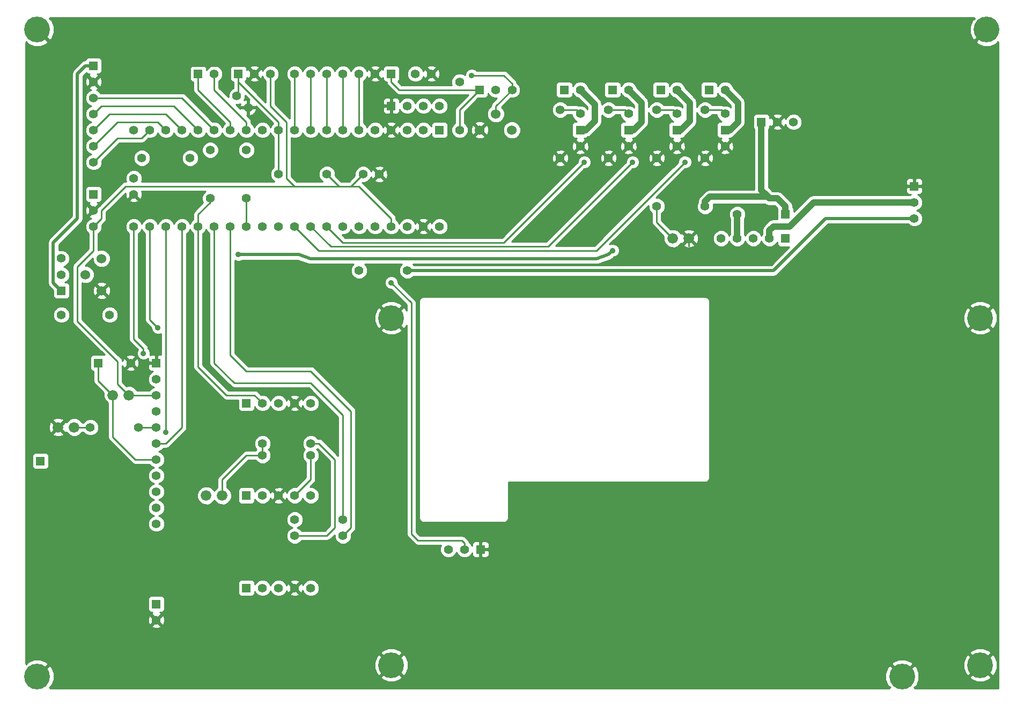
<source format=gbl>
G04 (created by PCBNEW (2013-07-07 BZR 4022)-stable) date 6/22/2016 10:38:55 PM*
%MOIN*%
G04 Gerber Fmt 3.4, Leading zero omitted, Abs format*
%FSLAX34Y34*%
G01*
G70*
G90*
G04 APERTURE LIST*
%ADD10C,0.00590551*%
%ADD11R,0.055X0.055*%
%ADD12C,0.055*%
%ADD13C,0.06*%
%ADD14C,0.066*%
%ADD15C,0.16*%
%ADD16C,0.035*%
%ADD17C,0.04*%
%ADD18C,0.02*%
%ADD19C,0.01*%
G04 APERTURE END LIST*
G54D10*
G54D11*
X66750Y-28500D03*
G54D12*
X66750Y-27496D03*
X66750Y-29503D03*
G54D11*
X46000Y-25000D03*
G54D12*
X45000Y-25000D03*
X44000Y-25000D03*
X43000Y-25000D03*
X42000Y-25000D03*
X41000Y-25000D03*
X40000Y-25000D03*
G54D11*
X27500Y-24500D03*
G54D12*
X27500Y-25500D03*
X27500Y-26500D03*
X27500Y-27500D03*
X27500Y-28500D03*
X27500Y-29500D03*
X27500Y-30500D03*
G54D11*
X37000Y-51250D03*
G54D12*
X38000Y-51250D03*
X39000Y-51250D03*
X40000Y-51250D03*
X41000Y-51250D03*
G54D11*
X37000Y-45500D03*
G54D12*
X38000Y-45500D03*
X39000Y-45500D03*
X40000Y-45500D03*
X41000Y-45500D03*
G54D11*
X37000Y-57000D03*
G54D12*
X38000Y-57000D03*
X39000Y-57000D03*
X40000Y-57000D03*
X41000Y-57000D03*
G54D11*
X70500Y-35250D03*
G54D12*
X69500Y-35250D03*
X68500Y-35250D03*
X67500Y-35250D03*
X66500Y-35250D03*
G54D11*
X46000Y-27000D03*
G54D12*
X47000Y-27000D03*
X48000Y-27000D03*
X49000Y-27000D03*
G54D11*
X51550Y-54600D03*
G54D12*
X50550Y-54600D03*
X49550Y-54600D03*
G54D11*
X78500Y-32000D03*
G54D12*
X78500Y-33000D03*
X78500Y-34000D03*
G54D11*
X27500Y-32500D03*
G54D12*
X27500Y-33500D03*
X27500Y-34500D03*
G54D11*
X69000Y-28000D03*
G54D12*
X70000Y-28000D03*
X71000Y-28000D03*
G54D11*
X36500Y-25000D03*
G54D12*
X37500Y-25000D03*
X38500Y-25000D03*
G54D11*
X62750Y-26000D03*
G54D12*
X63750Y-26000D03*
G54D11*
X65750Y-26000D03*
G54D12*
X66750Y-26000D03*
G54D11*
X59750Y-26000D03*
G54D12*
X60750Y-26000D03*
G54D11*
X56750Y-26000D03*
G54D12*
X57750Y-26000D03*
G54D11*
X34000Y-25000D03*
G54D12*
X35000Y-25000D03*
G54D11*
X31400Y-58000D03*
G54D12*
X31400Y-59000D03*
G54D13*
X28000Y-38500D03*
X27000Y-37500D03*
X28000Y-36500D03*
X51500Y-28500D03*
X52500Y-27500D03*
X53500Y-28500D03*
G54D12*
X62500Y-27250D03*
X62500Y-30250D03*
X59500Y-27250D03*
X59500Y-30250D03*
X65500Y-27250D03*
X65500Y-30250D03*
X56500Y-27250D03*
X56500Y-30250D03*
X34750Y-32750D03*
X34750Y-29750D03*
X40000Y-52750D03*
X43000Y-52750D03*
X38000Y-48000D03*
X41000Y-48000D03*
X38000Y-48750D03*
X41000Y-48750D03*
X37000Y-29750D03*
X37000Y-32750D03*
X65500Y-33250D03*
X62500Y-33250D03*
X40000Y-53750D03*
X43000Y-53750D03*
X47000Y-37250D03*
X44000Y-37250D03*
X50250Y-28500D03*
X50250Y-25500D03*
X33500Y-30250D03*
X30500Y-30250D03*
X25500Y-40000D03*
X28500Y-40000D03*
X42000Y-31250D03*
X39000Y-31250D03*
G54D14*
X34500Y-51250D03*
X35500Y-51250D03*
X63500Y-35250D03*
X64500Y-35250D03*
G54D11*
X49000Y-28500D03*
G54D12*
X48000Y-28500D03*
X47000Y-28500D03*
X46000Y-28500D03*
X45000Y-28500D03*
X44000Y-28500D03*
X43000Y-28500D03*
X42000Y-28500D03*
X41000Y-28500D03*
X40000Y-28500D03*
X39000Y-28500D03*
X38000Y-28500D03*
X37000Y-28500D03*
X36000Y-28500D03*
X35000Y-28500D03*
X34000Y-28500D03*
X33000Y-28500D03*
X32000Y-28500D03*
X31000Y-28500D03*
X30000Y-28500D03*
X30000Y-34500D03*
X31000Y-34500D03*
X32000Y-34500D03*
X33000Y-34500D03*
X34000Y-34500D03*
X35000Y-34500D03*
X36000Y-34500D03*
X37000Y-34500D03*
X38000Y-34500D03*
X39000Y-34500D03*
X40000Y-34500D03*
X41000Y-34500D03*
X42000Y-34500D03*
X43000Y-34500D03*
X44000Y-34500D03*
X45000Y-34500D03*
X46000Y-34500D03*
X47000Y-34500D03*
X48000Y-34500D03*
X49000Y-34500D03*
G54D11*
X70500Y-33750D03*
G54D12*
X67500Y-33750D03*
X36396Y-26396D03*
X37103Y-27103D03*
X30000Y-31500D03*
X30000Y-32500D03*
X45250Y-31250D03*
X44250Y-31250D03*
X47500Y-25000D03*
X48500Y-25000D03*
G54D15*
X82600Y-61800D03*
X46000Y-61800D03*
X46000Y-40200D03*
X82600Y-40200D03*
X24000Y-22250D03*
X83000Y-22250D03*
X24000Y-62500D03*
X77750Y-62500D03*
G54D11*
X51500Y-26000D03*
G54D12*
X53503Y-26000D03*
X52500Y-26000D03*
G54D11*
X25500Y-38500D03*
G54D12*
X25500Y-36496D03*
X25500Y-37500D03*
X30300Y-47000D03*
X27300Y-47000D03*
G54D11*
X27800Y-43000D03*
G54D12*
X29803Y-43000D03*
G54D14*
X26300Y-47000D03*
X25300Y-47000D03*
X28700Y-45000D03*
X29700Y-45000D03*
G54D11*
X31400Y-43000D03*
G54D12*
X31400Y-44000D03*
X31400Y-45000D03*
X31400Y-46000D03*
X31400Y-47000D03*
X31400Y-48000D03*
X31400Y-49000D03*
X31400Y-50000D03*
X31400Y-51000D03*
X31400Y-52000D03*
X31400Y-53000D03*
G54D11*
X24200Y-49100D03*
X57750Y-28500D03*
G54D12*
X57750Y-27496D03*
X57750Y-29503D03*
G54D11*
X60750Y-28500D03*
G54D12*
X60750Y-27496D03*
X60750Y-29503D03*
G54D11*
X63750Y-28500D03*
G54D12*
X63750Y-27496D03*
X63750Y-29503D03*
G54D16*
X59750Y-36000D03*
X36500Y-36250D03*
X32000Y-47300D03*
X31500Y-40800D03*
X30600Y-42400D03*
X51000Y-25100D03*
X58000Y-30500D03*
X61000Y-30500D03*
X64250Y-30500D03*
X46000Y-38000D03*
G54D17*
X65800Y-32650D02*
X65500Y-32950D01*
X65500Y-32950D02*
X65500Y-33250D01*
X65800Y-32650D02*
X69350Y-32650D01*
X69375Y-32625D02*
X69350Y-32650D01*
X70500Y-33750D02*
X70500Y-33250D01*
X69500Y-32750D02*
X69375Y-32625D01*
X70000Y-32750D02*
X69500Y-32750D01*
X70500Y-33250D02*
X70000Y-32750D01*
X69000Y-32250D02*
X69000Y-28000D01*
X69375Y-32625D02*
X69000Y-32250D01*
X78500Y-33000D02*
X73250Y-33000D01*
X69500Y-34750D02*
X69500Y-35250D01*
X72250Y-33000D02*
X73250Y-33000D01*
X70750Y-34500D02*
X72250Y-33000D01*
X69750Y-34500D02*
X70750Y-34500D01*
X69500Y-34750D02*
X69750Y-34500D01*
G54D18*
X39250Y-36250D02*
X36500Y-36250D01*
X59750Y-36000D02*
X59500Y-36250D01*
X40250Y-36250D02*
X39250Y-36250D01*
X41000Y-36500D02*
X40250Y-36250D01*
X58750Y-36500D02*
X41000Y-36500D01*
X59500Y-36250D02*
X58750Y-36500D01*
G54D19*
X31400Y-48000D02*
X32000Y-48000D01*
X33000Y-39750D02*
X33000Y-39500D01*
X33000Y-39500D02*
X33000Y-34500D01*
X33000Y-47000D02*
X33000Y-39750D01*
X32000Y-48000D02*
X33000Y-47000D01*
X32000Y-47200D02*
X32000Y-47300D01*
X32000Y-39500D02*
X32000Y-39750D01*
X32000Y-34500D02*
X32000Y-39500D01*
X32000Y-39750D02*
X32000Y-47200D01*
X31000Y-39700D02*
X31000Y-40300D01*
X31000Y-40300D02*
X31500Y-40800D01*
X31000Y-39750D02*
X31000Y-39700D01*
X31000Y-39700D02*
X31000Y-39500D01*
X31000Y-34500D02*
X31000Y-39500D01*
X30000Y-39750D02*
X30000Y-41500D01*
X30000Y-34500D02*
X30000Y-39500D01*
X30000Y-39500D02*
X30000Y-39750D01*
X30600Y-42100D02*
X30600Y-42400D01*
X30000Y-41500D02*
X30600Y-42100D01*
X28700Y-45000D02*
X27800Y-44100D01*
X27800Y-44100D02*
X27800Y-43000D01*
X31400Y-49000D02*
X30100Y-49000D01*
X28700Y-47600D02*
X28700Y-45000D01*
X30100Y-49000D02*
X28700Y-47600D01*
X37000Y-34500D02*
X37000Y-32750D01*
G54D17*
X66750Y-28500D02*
X67050Y-28500D01*
X67550Y-26800D02*
X66750Y-26000D01*
X67550Y-28000D02*
X67550Y-26800D01*
X67050Y-28500D02*
X67550Y-28000D01*
G54D18*
X26500Y-34000D02*
X26500Y-25000D01*
X26500Y-25000D02*
X27000Y-24500D01*
X27000Y-24500D02*
X27500Y-24500D01*
X25500Y-38500D02*
X25000Y-38000D01*
X25000Y-35500D02*
X26500Y-34000D01*
X25000Y-36000D02*
X25000Y-35500D01*
X25000Y-38000D02*
X25000Y-36000D01*
G54D19*
X53503Y-25603D02*
X53503Y-26000D01*
X53000Y-25100D02*
X53503Y-25603D01*
X51000Y-25100D02*
X53000Y-25100D01*
X52500Y-27500D02*
X52500Y-27003D01*
X52500Y-27003D02*
X53503Y-26000D01*
X46000Y-25000D02*
X46000Y-25500D01*
X46500Y-26000D02*
X51500Y-26000D01*
X46000Y-25500D02*
X46500Y-26000D01*
X50250Y-28500D02*
X50250Y-27250D01*
X50250Y-27250D02*
X51500Y-26000D01*
X35000Y-25000D02*
X35000Y-26000D01*
X37000Y-28000D02*
X37000Y-28500D01*
X35000Y-26000D02*
X37000Y-28000D01*
X34000Y-25000D02*
X34000Y-26000D01*
X36000Y-28000D02*
X36000Y-28500D01*
X34000Y-26000D02*
X36000Y-28000D01*
X27500Y-30500D02*
X29000Y-29000D01*
X30500Y-29000D02*
X31000Y-28500D01*
X29000Y-29000D02*
X30500Y-29000D01*
X38000Y-45500D02*
X37750Y-45250D01*
X37500Y-45000D02*
X35750Y-45000D01*
X37500Y-45000D02*
X37750Y-45250D01*
X34000Y-38250D02*
X34000Y-34500D01*
X35750Y-45000D02*
X34000Y-43250D01*
X34000Y-43250D02*
X34000Y-38250D01*
X34750Y-32750D02*
X34750Y-33000D01*
X34000Y-33750D02*
X34000Y-34500D01*
X34750Y-33000D02*
X34000Y-33750D01*
G54D18*
X47000Y-37250D02*
X69750Y-37250D01*
X69750Y-37250D02*
X73000Y-34000D01*
X73000Y-34000D02*
X78500Y-34000D01*
G54D19*
X27500Y-26500D02*
X33000Y-26500D01*
X33000Y-26500D02*
X35000Y-28500D01*
X27500Y-27500D02*
X28000Y-27000D01*
X32500Y-27000D02*
X34000Y-28500D01*
X28000Y-27000D02*
X32500Y-27000D01*
X27500Y-28500D02*
X28500Y-27500D01*
X32000Y-27500D02*
X33000Y-28500D01*
X28500Y-27500D02*
X32000Y-27500D01*
X27500Y-29500D02*
X29000Y-28000D01*
X31500Y-28000D02*
X32000Y-28500D01*
X29000Y-28000D02*
X31500Y-28000D01*
X26300Y-47000D02*
X27300Y-47000D01*
G54D17*
X63750Y-28500D02*
X64000Y-28500D01*
X64550Y-26800D02*
X63750Y-26000D01*
X64550Y-27950D02*
X64550Y-26800D01*
X64000Y-28500D02*
X64550Y-27950D01*
G54D19*
X35000Y-38500D02*
X35000Y-43000D01*
X35000Y-37000D02*
X35000Y-38500D01*
X43000Y-52750D02*
X43000Y-47250D01*
X35000Y-37000D02*
X35000Y-34500D01*
X43000Y-46750D02*
X43000Y-47250D01*
X43000Y-46250D02*
X43000Y-46750D01*
X41000Y-44250D02*
X43000Y-46250D01*
X36250Y-44250D02*
X41000Y-44250D01*
X35000Y-43000D02*
X36250Y-44250D01*
X59500Y-27250D02*
X60503Y-27250D01*
X60503Y-27250D02*
X60750Y-27496D01*
X57500Y-31000D02*
X53000Y-35500D01*
X58000Y-30500D02*
X57500Y-31000D01*
X43000Y-35500D02*
X42000Y-34500D01*
X53000Y-35500D02*
X43000Y-35500D01*
X43500Y-46000D02*
X41000Y-43500D01*
X36000Y-34500D02*
X36000Y-37500D01*
X36000Y-38000D02*
X36000Y-38250D01*
X36000Y-37500D02*
X36000Y-38000D01*
X43500Y-53250D02*
X43500Y-47250D01*
X43500Y-53250D02*
X43000Y-53750D01*
X43500Y-46000D02*
X43500Y-47250D01*
X36000Y-42500D02*
X36000Y-38250D01*
X37000Y-43500D02*
X36000Y-42500D01*
X41000Y-43500D02*
X37000Y-43500D01*
X62500Y-27250D02*
X63503Y-27250D01*
X63503Y-27250D02*
X63750Y-27496D01*
X60500Y-31000D02*
X55750Y-35750D01*
X61000Y-30500D02*
X60500Y-31000D01*
X42250Y-35750D02*
X41000Y-34500D01*
X55750Y-35750D02*
X42250Y-35750D01*
X65500Y-27250D02*
X66503Y-27250D01*
X66503Y-27250D02*
X66750Y-27496D01*
X63750Y-31000D02*
X58750Y-36000D01*
X64250Y-30500D02*
X63750Y-31000D01*
X41500Y-36000D02*
X40000Y-34500D01*
X58750Y-36000D02*
X41500Y-36000D01*
G54D17*
X67500Y-33750D02*
X67500Y-35250D01*
G54D19*
X39000Y-28500D02*
X39000Y-31250D01*
X36500Y-25500D02*
X36500Y-26292D01*
X36500Y-26292D02*
X36396Y-26396D01*
X36500Y-25000D02*
X36500Y-25500D01*
X39000Y-28000D02*
X39000Y-28500D01*
X36500Y-25500D02*
X39000Y-28000D01*
X44000Y-28500D02*
X44000Y-25000D01*
X43000Y-25000D02*
X43000Y-28500D01*
X42000Y-28500D02*
X42000Y-25000D01*
X41000Y-25000D02*
X41000Y-28500D01*
X40000Y-25000D02*
X40000Y-28500D01*
X56500Y-27250D02*
X57503Y-27250D01*
X57503Y-27250D02*
X57750Y-27496D01*
X62500Y-33250D02*
X62500Y-34250D01*
X62500Y-34250D02*
X62750Y-34500D01*
X62750Y-34500D02*
X63500Y-35250D01*
X41000Y-48750D02*
X41000Y-49750D01*
X41000Y-50250D02*
X40000Y-51250D01*
X41000Y-49750D02*
X41000Y-50250D01*
X42500Y-49750D02*
X42500Y-49000D01*
X42500Y-49750D02*
X42500Y-53250D01*
X42500Y-53250D02*
X42000Y-53750D01*
X40000Y-53750D02*
X42000Y-53750D01*
X41500Y-48000D02*
X41000Y-48000D01*
X42500Y-49000D02*
X41500Y-48000D01*
X35500Y-51250D02*
X35500Y-50250D01*
X37000Y-48750D02*
X38000Y-48750D01*
X35500Y-50250D02*
X37000Y-48750D01*
X38000Y-48000D02*
X38000Y-48750D01*
G54D17*
X60750Y-28500D02*
X61050Y-28500D01*
X61050Y-28500D02*
X61550Y-28000D01*
X61550Y-28000D02*
X61550Y-26800D01*
X61550Y-26800D02*
X60750Y-26000D01*
X57750Y-28500D02*
X58100Y-28500D01*
X58100Y-28500D02*
X58650Y-27950D01*
X58650Y-27950D02*
X58650Y-26900D01*
X58650Y-26900D02*
X57750Y-26000D01*
G54D19*
X47250Y-39250D02*
X47250Y-53650D01*
X46000Y-38000D02*
X47250Y-39250D01*
X50550Y-54200D02*
X50550Y-54600D01*
X50400Y-54050D02*
X50550Y-54200D01*
X47650Y-54050D02*
X50400Y-54050D01*
X47250Y-53650D02*
X47650Y-54050D01*
X26500Y-39200D02*
X26500Y-40400D01*
X29000Y-44300D02*
X29700Y-45000D01*
X29000Y-42900D02*
X29000Y-44300D01*
X26500Y-40400D02*
X29000Y-42900D01*
X31400Y-45000D02*
X29700Y-45000D01*
X26500Y-37000D02*
X26500Y-39200D01*
X26500Y-39200D02*
X26500Y-39250D01*
X27500Y-36000D02*
X26500Y-37000D01*
X42000Y-31250D02*
X42750Y-32000D01*
X43000Y-32000D02*
X43500Y-32000D01*
X43500Y-32000D02*
X44250Y-31250D01*
X27500Y-34500D02*
X27500Y-36000D01*
X40000Y-32000D02*
X29500Y-32000D01*
X28000Y-34000D02*
X27500Y-34500D01*
X28000Y-33500D02*
X28000Y-34000D01*
X29500Y-32000D02*
X28000Y-33500D01*
X38500Y-25000D02*
X38500Y-27000D01*
X46000Y-34000D02*
X46000Y-34500D01*
X44000Y-32000D02*
X46000Y-34000D01*
X40000Y-32000D02*
X42750Y-32000D01*
X42750Y-32000D02*
X43000Y-32000D01*
X43000Y-32000D02*
X44000Y-32000D01*
X39500Y-31500D02*
X40000Y-32000D01*
X39500Y-28000D02*
X39500Y-31500D01*
X38500Y-27000D02*
X39500Y-28000D01*
X37500Y-25000D02*
X37000Y-24500D01*
X28500Y-24500D02*
X27500Y-25500D01*
X37000Y-24500D02*
X28500Y-24500D01*
X64500Y-35750D02*
X64500Y-35250D01*
X31400Y-47000D02*
X30300Y-47000D01*
G54D10*
G36*
X34464Y-32300D02*
X34453Y-32304D01*
X34305Y-32452D01*
X34225Y-32645D01*
X34224Y-32853D01*
X34297Y-33028D01*
X33787Y-33537D01*
X33722Y-33635D01*
X33700Y-33750D01*
X33700Y-34057D01*
X33555Y-34202D01*
X33499Y-34335D01*
X33445Y-34203D01*
X33297Y-34055D01*
X33104Y-33975D01*
X32896Y-33974D01*
X32703Y-34054D01*
X32555Y-34202D01*
X32499Y-34335D01*
X32445Y-34203D01*
X32297Y-34055D01*
X32104Y-33975D01*
X31896Y-33974D01*
X31703Y-34054D01*
X31555Y-34202D01*
X31499Y-34335D01*
X31445Y-34203D01*
X31297Y-34055D01*
X31104Y-33975D01*
X30896Y-33974D01*
X30703Y-34054D01*
X30555Y-34202D01*
X30499Y-34335D01*
X30445Y-34203D01*
X30297Y-34055D01*
X30297Y-34054D01*
X30297Y-32867D01*
X30000Y-32570D01*
X29702Y-32867D01*
X29727Y-32960D01*
X29924Y-33029D01*
X30132Y-33018D01*
X30272Y-32960D01*
X30297Y-32867D01*
X30297Y-34054D01*
X30104Y-33975D01*
X29896Y-33974D01*
X29703Y-34054D01*
X29555Y-34202D01*
X29475Y-34395D01*
X29474Y-34603D01*
X29554Y-34797D01*
X29700Y-34942D01*
X29700Y-39500D01*
X29700Y-39750D01*
X29700Y-41500D01*
X29722Y-41614D01*
X29787Y-41712D01*
X30238Y-42162D01*
X30175Y-42315D01*
X30174Y-42484D01*
X30239Y-42640D01*
X30358Y-42760D01*
X30515Y-42824D01*
X30684Y-42825D01*
X30840Y-42760D01*
X30874Y-42726D01*
X30875Y-42887D01*
X30937Y-42950D01*
X31350Y-42950D01*
X31350Y-42537D01*
X31287Y-42475D01*
X31174Y-42474D01*
X31075Y-42475D01*
X31019Y-42498D01*
X31024Y-42484D01*
X31025Y-42315D01*
X30960Y-42159D01*
X30899Y-42098D01*
X30877Y-41985D01*
X30812Y-41887D01*
X30812Y-41887D01*
X30300Y-41375D01*
X30300Y-39750D01*
X30300Y-39500D01*
X30300Y-34942D01*
X30444Y-34797D01*
X30500Y-34664D01*
X30554Y-34797D01*
X30700Y-34942D01*
X30700Y-39500D01*
X30700Y-39700D01*
X30700Y-39750D01*
X30700Y-40300D01*
X30722Y-40414D01*
X30787Y-40512D01*
X31075Y-40799D01*
X31074Y-40884D01*
X31139Y-41040D01*
X31258Y-41160D01*
X31415Y-41224D01*
X31584Y-41225D01*
X31700Y-41177D01*
X31700Y-42475D01*
X31625Y-42474D01*
X31512Y-42475D01*
X31450Y-42537D01*
X31450Y-42950D01*
X31457Y-42950D01*
X31457Y-43050D01*
X31450Y-43050D01*
X31450Y-43057D01*
X31350Y-43057D01*
X31350Y-43050D01*
X30937Y-43050D01*
X30875Y-43112D01*
X30874Y-43324D01*
X30912Y-43416D01*
X30983Y-43486D01*
X31075Y-43524D01*
X31174Y-43525D01*
X31174Y-43525D01*
X31103Y-43554D01*
X30955Y-43702D01*
X30875Y-43895D01*
X30874Y-44103D01*
X30954Y-44297D01*
X31102Y-44444D01*
X31235Y-44500D01*
X31103Y-44554D01*
X30957Y-44700D01*
X30333Y-44700D01*
X30333Y-43075D01*
X30322Y-42867D01*
X30264Y-42727D01*
X30171Y-42702D01*
X30101Y-42773D01*
X30101Y-42632D01*
X30076Y-42539D01*
X29879Y-42470D01*
X29671Y-42481D01*
X29531Y-42539D01*
X29506Y-42632D01*
X29803Y-42929D01*
X30101Y-42632D01*
X30101Y-42773D01*
X29874Y-43000D01*
X30171Y-43297D01*
X30264Y-43272D01*
X30333Y-43075D01*
X30333Y-44700D01*
X30203Y-44700D01*
X30191Y-44671D01*
X30101Y-44580D01*
X30101Y-43367D01*
X29803Y-43070D01*
X29506Y-43367D01*
X29531Y-43460D01*
X29728Y-43529D01*
X29936Y-43518D01*
X30076Y-43460D01*
X30101Y-43367D01*
X30101Y-44580D01*
X30028Y-44508D01*
X29815Y-44420D01*
X29585Y-44419D01*
X29556Y-44431D01*
X29300Y-44175D01*
X29300Y-43168D01*
X29343Y-43272D01*
X29436Y-43297D01*
X29733Y-43000D01*
X29436Y-42702D01*
X29343Y-42727D01*
X29293Y-42868D01*
X29277Y-42785D01*
X29212Y-42687D01*
X29025Y-42500D01*
X29025Y-39896D01*
X28945Y-39703D01*
X28797Y-39555D01*
X28604Y-39475D01*
X28554Y-39475D01*
X28554Y-38581D01*
X28543Y-38363D01*
X28481Y-38212D01*
X28385Y-38184D01*
X28315Y-38255D01*
X28315Y-38114D01*
X28287Y-38018D01*
X28081Y-37945D01*
X27863Y-37956D01*
X27712Y-38018D01*
X27684Y-38114D01*
X28000Y-38429D01*
X28315Y-38114D01*
X28315Y-38255D01*
X28070Y-38500D01*
X28385Y-38815D01*
X28481Y-38787D01*
X28554Y-38581D01*
X28554Y-39475D01*
X28396Y-39474D01*
X28315Y-39508D01*
X28315Y-38885D01*
X28000Y-38570D01*
X27929Y-38641D01*
X27929Y-38500D01*
X27614Y-38184D01*
X27518Y-38212D01*
X27445Y-38418D01*
X27456Y-38636D01*
X27518Y-38787D01*
X27614Y-38815D01*
X27929Y-38500D01*
X27929Y-38641D01*
X27684Y-38885D01*
X27712Y-38981D01*
X27918Y-39054D01*
X28136Y-39043D01*
X28287Y-38981D01*
X28315Y-38885D01*
X28315Y-39508D01*
X28203Y-39554D01*
X28055Y-39702D01*
X27975Y-39895D01*
X27974Y-40103D01*
X28054Y-40297D01*
X28202Y-40444D01*
X28395Y-40524D01*
X28603Y-40525D01*
X28797Y-40445D01*
X28944Y-40297D01*
X29024Y-40104D01*
X29025Y-39896D01*
X29025Y-42500D01*
X26800Y-40275D01*
X26800Y-39250D01*
X26800Y-39200D01*
X26800Y-38012D01*
X26890Y-38049D01*
X27108Y-38050D01*
X27311Y-37966D01*
X27465Y-37811D01*
X27549Y-37609D01*
X27550Y-37391D01*
X27466Y-37188D01*
X27311Y-37034D01*
X27109Y-36950D01*
X26974Y-36949D01*
X27450Y-36474D01*
X27449Y-36608D01*
X27533Y-36811D01*
X27688Y-36965D01*
X27890Y-37049D01*
X28108Y-37050D01*
X28311Y-36966D01*
X28465Y-36811D01*
X28549Y-36609D01*
X28550Y-36391D01*
X28466Y-36188D01*
X28311Y-36034D01*
X28109Y-35950D01*
X27891Y-35949D01*
X27800Y-35987D01*
X27800Y-34942D01*
X27944Y-34797D01*
X28024Y-34604D01*
X28025Y-34399D01*
X28212Y-34212D01*
X28212Y-34212D01*
X28277Y-34114D01*
X28299Y-34000D01*
X28300Y-34000D01*
X28300Y-33624D01*
X29471Y-32452D01*
X29481Y-32632D01*
X29539Y-32772D01*
X29632Y-32797D01*
X29929Y-32500D01*
X29923Y-32494D01*
X29994Y-32423D01*
X30000Y-32429D01*
X30005Y-32423D01*
X30076Y-32494D01*
X30070Y-32500D01*
X30367Y-32797D01*
X30460Y-32772D01*
X30529Y-32575D01*
X30518Y-32367D01*
X30490Y-32300D01*
X34464Y-32300D01*
X34464Y-32300D01*
G37*
G54D19*
X34464Y-32300D02*
X34453Y-32304D01*
X34305Y-32452D01*
X34225Y-32645D01*
X34224Y-32853D01*
X34297Y-33028D01*
X33787Y-33537D01*
X33722Y-33635D01*
X33700Y-33750D01*
X33700Y-34057D01*
X33555Y-34202D01*
X33499Y-34335D01*
X33445Y-34203D01*
X33297Y-34055D01*
X33104Y-33975D01*
X32896Y-33974D01*
X32703Y-34054D01*
X32555Y-34202D01*
X32499Y-34335D01*
X32445Y-34203D01*
X32297Y-34055D01*
X32104Y-33975D01*
X31896Y-33974D01*
X31703Y-34054D01*
X31555Y-34202D01*
X31499Y-34335D01*
X31445Y-34203D01*
X31297Y-34055D01*
X31104Y-33975D01*
X30896Y-33974D01*
X30703Y-34054D01*
X30555Y-34202D01*
X30499Y-34335D01*
X30445Y-34203D01*
X30297Y-34055D01*
X30297Y-34054D01*
X30297Y-32867D01*
X30000Y-32570D01*
X29702Y-32867D01*
X29727Y-32960D01*
X29924Y-33029D01*
X30132Y-33018D01*
X30272Y-32960D01*
X30297Y-32867D01*
X30297Y-34054D01*
X30104Y-33975D01*
X29896Y-33974D01*
X29703Y-34054D01*
X29555Y-34202D01*
X29475Y-34395D01*
X29474Y-34603D01*
X29554Y-34797D01*
X29700Y-34942D01*
X29700Y-39500D01*
X29700Y-39750D01*
X29700Y-41500D01*
X29722Y-41614D01*
X29787Y-41712D01*
X30238Y-42162D01*
X30175Y-42315D01*
X30174Y-42484D01*
X30239Y-42640D01*
X30358Y-42760D01*
X30515Y-42824D01*
X30684Y-42825D01*
X30840Y-42760D01*
X30874Y-42726D01*
X30875Y-42887D01*
X30937Y-42950D01*
X31350Y-42950D01*
X31350Y-42537D01*
X31287Y-42475D01*
X31174Y-42474D01*
X31075Y-42475D01*
X31019Y-42498D01*
X31024Y-42484D01*
X31025Y-42315D01*
X30960Y-42159D01*
X30899Y-42098D01*
X30877Y-41985D01*
X30812Y-41887D01*
X30812Y-41887D01*
X30300Y-41375D01*
X30300Y-39750D01*
X30300Y-39500D01*
X30300Y-34942D01*
X30444Y-34797D01*
X30500Y-34664D01*
X30554Y-34797D01*
X30700Y-34942D01*
X30700Y-39500D01*
X30700Y-39700D01*
X30700Y-39750D01*
X30700Y-40300D01*
X30722Y-40414D01*
X30787Y-40512D01*
X31075Y-40799D01*
X31074Y-40884D01*
X31139Y-41040D01*
X31258Y-41160D01*
X31415Y-41224D01*
X31584Y-41225D01*
X31700Y-41177D01*
X31700Y-42475D01*
X31625Y-42474D01*
X31512Y-42475D01*
X31450Y-42537D01*
X31450Y-42950D01*
X31457Y-42950D01*
X31457Y-43050D01*
X31450Y-43050D01*
X31450Y-43057D01*
X31350Y-43057D01*
X31350Y-43050D01*
X30937Y-43050D01*
X30875Y-43112D01*
X30874Y-43324D01*
X30912Y-43416D01*
X30983Y-43486D01*
X31075Y-43524D01*
X31174Y-43525D01*
X31174Y-43525D01*
X31103Y-43554D01*
X30955Y-43702D01*
X30875Y-43895D01*
X30874Y-44103D01*
X30954Y-44297D01*
X31102Y-44444D01*
X31235Y-44500D01*
X31103Y-44554D01*
X30957Y-44700D01*
X30333Y-44700D01*
X30333Y-43075D01*
X30322Y-42867D01*
X30264Y-42727D01*
X30171Y-42702D01*
X30101Y-42773D01*
X30101Y-42632D01*
X30076Y-42539D01*
X29879Y-42470D01*
X29671Y-42481D01*
X29531Y-42539D01*
X29506Y-42632D01*
X29803Y-42929D01*
X30101Y-42632D01*
X30101Y-42773D01*
X29874Y-43000D01*
X30171Y-43297D01*
X30264Y-43272D01*
X30333Y-43075D01*
X30333Y-44700D01*
X30203Y-44700D01*
X30191Y-44671D01*
X30101Y-44580D01*
X30101Y-43367D01*
X29803Y-43070D01*
X29506Y-43367D01*
X29531Y-43460D01*
X29728Y-43529D01*
X29936Y-43518D01*
X30076Y-43460D01*
X30101Y-43367D01*
X30101Y-44580D01*
X30028Y-44508D01*
X29815Y-44420D01*
X29585Y-44419D01*
X29556Y-44431D01*
X29300Y-44175D01*
X29300Y-43168D01*
X29343Y-43272D01*
X29436Y-43297D01*
X29733Y-43000D01*
X29436Y-42702D01*
X29343Y-42727D01*
X29293Y-42868D01*
X29277Y-42785D01*
X29212Y-42687D01*
X29025Y-42500D01*
X29025Y-39896D01*
X28945Y-39703D01*
X28797Y-39555D01*
X28604Y-39475D01*
X28554Y-39475D01*
X28554Y-38581D01*
X28543Y-38363D01*
X28481Y-38212D01*
X28385Y-38184D01*
X28315Y-38255D01*
X28315Y-38114D01*
X28287Y-38018D01*
X28081Y-37945D01*
X27863Y-37956D01*
X27712Y-38018D01*
X27684Y-38114D01*
X28000Y-38429D01*
X28315Y-38114D01*
X28315Y-38255D01*
X28070Y-38500D01*
X28385Y-38815D01*
X28481Y-38787D01*
X28554Y-38581D01*
X28554Y-39475D01*
X28396Y-39474D01*
X28315Y-39508D01*
X28315Y-38885D01*
X28000Y-38570D01*
X27929Y-38641D01*
X27929Y-38500D01*
X27614Y-38184D01*
X27518Y-38212D01*
X27445Y-38418D01*
X27456Y-38636D01*
X27518Y-38787D01*
X27614Y-38815D01*
X27929Y-38500D01*
X27929Y-38641D01*
X27684Y-38885D01*
X27712Y-38981D01*
X27918Y-39054D01*
X28136Y-39043D01*
X28287Y-38981D01*
X28315Y-38885D01*
X28315Y-39508D01*
X28203Y-39554D01*
X28055Y-39702D01*
X27975Y-39895D01*
X27974Y-40103D01*
X28054Y-40297D01*
X28202Y-40444D01*
X28395Y-40524D01*
X28603Y-40525D01*
X28797Y-40445D01*
X28944Y-40297D01*
X29024Y-40104D01*
X29025Y-39896D01*
X29025Y-42500D01*
X26800Y-40275D01*
X26800Y-39250D01*
X26800Y-39200D01*
X26800Y-38012D01*
X26890Y-38049D01*
X27108Y-38050D01*
X27311Y-37966D01*
X27465Y-37811D01*
X27549Y-37609D01*
X27550Y-37391D01*
X27466Y-37188D01*
X27311Y-37034D01*
X27109Y-36950D01*
X26974Y-36949D01*
X27450Y-36474D01*
X27449Y-36608D01*
X27533Y-36811D01*
X27688Y-36965D01*
X27890Y-37049D01*
X28108Y-37050D01*
X28311Y-36966D01*
X28465Y-36811D01*
X28549Y-36609D01*
X28550Y-36391D01*
X28466Y-36188D01*
X28311Y-36034D01*
X28109Y-35950D01*
X27891Y-35949D01*
X27800Y-35987D01*
X27800Y-34942D01*
X27944Y-34797D01*
X28024Y-34604D01*
X28025Y-34399D01*
X28212Y-34212D01*
X28212Y-34212D01*
X28277Y-34114D01*
X28299Y-34000D01*
X28300Y-34000D01*
X28300Y-33624D01*
X29471Y-32452D01*
X29481Y-32632D01*
X29539Y-32772D01*
X29632Y-32797D01*
X29929Y-32500D01*
X29923Y-32494D01*
X29994Y-32423D01*
X30000Y-32429D01*
X30005Y-32423D01*
X30076Y-32494D01*
X30070Y-32500D01*
X30367Y-32797D01*
X30460Y-32772D01*
X30529Y-32575D01*
X30518Y-32367D01*
X30490Y-32300D01*
X34464Y-32300D01*
G54D10*
G36*
X38666Y-28090D02*
X38555Y-28202D01*
X38499Y-28335D01*
X38445Y-28203D01*
X38297Y-28055D01*
X38104Y-27975D01*
X37896Y-27974D01*
X37703Y-28054D01*
X37622Y-28135D01*
X37622Y-27236D01*
X37573Y-27153D01*
X37153Y-27153D01*
X37153Y-27573D01*
X37236Y-27622D01*
X37424Y-27531D01*
X37564Y-27376D01*
X37622Y-27236D01*
X37622Y-28135D01*
X37555Y-28202D01*
X37499Y-28335D01*
X37445Y-28203D01*
X37300Y-28057D01*
X37300Y-28000D01*
X37299Y-27999D01*
X37277Y-27885D01*
X37212Y-27787D01*
X37212Y-27787D01*
X37018Y-27594D01*
X37053Y-27573D01*
X37053Y-27224D01*
X37097Y-27179D01*
X37027Y-27109D01*
X36982Y-27153D01*
X36633Y-27153D01*
X36612Y-27188D01*
X36345Y-26921D01*
X36500Y-26921D01*
X36627Y-26869D01*
X36584Y-26970D01*
X36633Y-27053D01*
X36982Y-27053D01*
X37027Y-27097D01*
X37097Y-27027D01*
X37053Y-26982D01*
X37053Y-26633D01*
X36970Y-26584D01*
X36865Y-26635D01*
X36921Y-26501D01*
X36921Y-26345D01*
X37188Y-26612D01*
X37153Y-26633D01*
X37153Y-26982D01*
X37109Y-27027D01*
X37179Y-27097D01*
X37224Y-27053D01*
X37573Y-27053D01*
X37594Y-27018D01*
X38666Y-28090D01*
X38666Y-28090D01*
G37*
G54D19*
X38666Y-28090D02*
X38555Y-28202D01*
X38499Y-28335D01*
X38445Y-28203D01*
X38297Y-28055D01*
X38104Y-27975D01*
X37896Y-27974D01*
X37703Y-28054D01*
X37622Y-28135D01*
X37622Y-27236D01*
X37573Y-27153D01*
X37153Y-27153D01*
X37153Y-27573D01*
X37236Y-27622D01*
X37424Y-27531D01*
X37564Y-27376D01*
X37622Y-27236D01*
X37622Y-28135D01*
X37555Y-28202D01*
X37499Y-28335D01*
X37445Y-28203D01*
X37300Y-28057D01*
X37300Y-28000D01*
X37299Y-27999D01*
X37277Y-27885D01*
X37212Y-27787D01*
X37212Y-27787D01*
X37018Y-27594D01*
X37053Y-27573D01*
X37053Y-27224D01*
X37097Y-27179D01*
X37027Y-27109D01*
X36982Y-27153D01*
X36633Y-27153D01*
X36612Y-27188D01*
X36345Y-26921D01*
X36500Y-26921D01*
X36627Y-26869D01*
X36584Y-26970D01*
X36633Y-27053D01*
X36982Y-27053D01*
X37027Y-27097D01*
X37097Y-27027D01*
X37053Y-26982D01*
X37053Y-26633D01*
X36970Y-26584D01*
X36865Y-26635D01*
X36921Y-26501D01*
X36921Y-26345D01*
X37188Y-26612D01*
X37153Y-26633D01*
X37153Y-26982D01*
X37109Y-27027D01*
X37179Y-27097D01*
X37224Y-27053D01*
X37573Y-27053D01*
X37594Y-27018D01*
X38666Y-28090D01*
G54D10*
G36*
X83730Y-63230D02*
X83676Y-63230D01*
X83651Y-63230D01*
X83651Y-62001D01*
X83651Y-40401D01*
X83648Y-39983D01*
X83494Y-39611D01*
X83347Y-39523D01*
X83276Y-39594D01*
X83276Y-39452D01*
X83188Y-39305D01*
X82801Y-39148D01*
X82383Y-39151D01*
X82011Y-39305D01*
X81923Y-39452D01*
X82600Y-40129D01*
X83276Y-39452D01*
X83276Y-39594D01*
X82670Y-40200D01*
X83347Y-40876D01*
X83494Y-40788D01*
X83651Y-40401D01*
X83651Y-62001D01*
X83648Y-61583D01*
X83494Y-61211D01*
X83347Y-61123D01*
X83276Y-61194D01*
X83276Y-61052D01*
X83276Y-40947D01*
X82600Y-40270D01*
X82529Y-40341D01*
X82529Y-40200D01*
X81852Y-39523D01*
X81705Y-39611D01*
X81548Y-39998D01*
X81551Y-40416D01*
X81705Y-40788D01*
X81852Y-40876D01*
X82529Y-40200D01*
X82529Y-40341D01*
X81923Y-40947D01*
X82011Y-41094D01*
X82398Y-41251D01*
X82816Y-41248D01*
X83188Y-41094D01*
X83276Y-40947D01*
X83276Y-61052D01*
X83188Y-60905D01*
X82801Y-60748D01*
X82383Y-60751D01*
X82011Y-60905D01*
X81923Y-61052D01*
X82600Y-61729D01*
X83276Y-61052D01*
X83276Y-61194D01*
X82670Y-61800D01*
X83347Y-62476D01*
X83494Y-62388D01*
X83651Y-62001D01*
X83651Y-63230D01*
X83276Y-63230D01*
X83276Y-62547D01*
X82600Y-61870D01*
X82529Y-61941D01*
X82529Y-61800D01*
X81852Y-61123D01*
X81705Y-61211D01*
X81548Y-61598D01*
X81551Y-62016D01*
X81705Y-62388D01*
X81852Y-62476D01*
X82529Y-61800D01*
X82529Y-61941D01*
X81923Y-62547D01*
X82011Y-62694D01*
X82398Y-62851D01*
X82816Y-62848D01*
X83188Y-62694D01*
X83276Y-62547D01*
X83276Y-63230D01*
X79025Y-63230D01*
X79025Y-33896D01*
X78945Y-33703D01*
X78797Y-33555D01*
X78664Y-33499D01*
X78797Y-33445D01*
X78944Y-33297D01*
X79024Y-33104D01*
X79025Y-32896D01*
X78945Y-32703D01*
X78797Y-32555D01*
X78725Y-32525D01*
X78725Y-32525D01*
X78824Y-32524D01*
X78916Y-32486D01*
X78987Y-32416D01*
X79025Y-32324D01*
X79025Y-31675D01*
X78987Y-31583D01*
X78916Y-31513D01*
X78824Y-31475D01*
X78725Y-31474D01*
X78612Y-31475D01*
X78550Y-31537D01*
X78550Y-31950D01*
X78962Y-31950D01*
X79025Y-31887D01*
X79025Y-31675D01*
X79025Y-32324D01*
X79025Y-32112D01*
X78962Y-32050D01*
X78550Y-32050D01*
X78550Y-32057D01*
X78450Y-32057D01*
X78450Y-32050D01*
X78450Y-31950D01*
X78450Y-31537D01*
X78387Y-31475D01*
X78274Y-31474D01*
X78175Y-31475D01*
X78083Y-31513D01*
X78012Y-31583D01*
X77974Y-31675D01*
X77975Y-31887D01*
X78037Y-31950D01*
X78450Y-31950D01*
X78450Y-32050D01*
X78037Y-32050D01*
X77975Y-32112D01*
X77974Y-32324D01*
X78012Y-32416D01*
X78083Y-32486D01*
X78175Y-32524D01*
X78274Y-32525D01*
X78274Y-32525D01*
X78214Y-32550D01*
X73250Y-32550D01*
X72250Y-32550D01*
X72077Y-32584D01*
X72029Y-32616D01*
X71931Y-32681D01*
X71525Y-33088D01*
X71525Y-27896D01*
X71445Y-27703D01*
X71297Y-27555D01*
X71104Y-27475D01*
X70896Y-27474D01*
X70703Y-27554D01*
X70555Y-27702D01*
X70502Y-27828D01*
X70460Y-27727D01*
X70367Y-27702D01*
X70297Y-27773D01*
X70297Y-27632D01*
X70272Y-27539D01*
X70075Y-27470D01*
X69867Y-27481D01*
X69727Y-27539D01*
X69702Y-27632D01*
X70000Y-27929D01*
X70297Y-27632D01*
X70297Y-27773D01*
X70070Y-28000D01*
X70367Y-28297D01*
X70460Y-28272D01*
X70499Y-28162D01*
X70554Y-28297D01*
X70702Y-28444D01*
X70895Y-28524D01*
X71103Y-28525D01*
X71297Y-28445D01*
X71444Y-28297D01*
X71524Y-28104D01*
X71525Y-27896D01*
X71525Y-33088D01*
X71025Y-33588D01*
X71025Y-33425D01*
X70987Y-33333D01*
X70950Y-33296D01*
X70950Y-33250D01*
X70915Y-33077D01*
X70818Y-32931D01*
X70318Y-32431D01*
X70297Y-32417D01*
X70297Y-28367D01*
X70000Y-28070D01*
X69702Y-28367D01*
X69727Y-28460D01*
X69924Y-28529D01*
X70132Y-28518D01*
X70272Y-28460D01*
X70297Y-28367D01*
X70297Y-32417D01*
X70172Y-32334D01*
X70000Y-32300D01*
X69686Y-32300D01*
X69450Y-32063D01*
X69450Y-28453D01*
X69486Y-28416D01*
X69524Y-28324D01*
X69525Y-28237D01*
X69539Y-28272D01*
X69632Y-28297D01*
X69929Y-28000D01*
X69632Y-27702D01*
X69539Y-27727D01*
X69525Y-27768D01*
X69525Y-27675D01*
X69487Y-27583D01*
X69416Y-27513D01*
X69324Y-27475D01*
X69225Y-27474D01*
X68675Y-27474D01*
X68583Y-27512D01*
X68513Y-27583D01*
X68475Y-27675D01*
X68474Y-27774D01*
X68474Y-28324D01*
X68512Y-28416D01*
X68550Y-28453D01*
X68550Y-32200D01*
X68000Y-32200D01*
X68000Y-28000D01*
X68000Y-26800D01*
X67999Y-26799D01*
X67965Y-26627D01*
X67965Y-26627D01*
X67868Y-26481D01*
X67868Y-26481D01*
X67269Y-25883D01*
X67195Y-25703D01*
X67047Y-25555D01*
X66854Y-25475D01*
X66646Y-25474D01*
X66453Y-25554D01*
X66305Y-25702D01*
X66275Y-25774D01*
X66275Y-25675D01*
X66237Y-25583D01*
X66166Y-25513D01*
X66074Y-25475D01*
X65975Y-25474D01*
X65425Y-25474D01*
X65333Y-25512D01*
X65263Y-25583D01*
X65225Y-25675D01*
X65224Y-25774D01*
X65224Y-26324D01*
X65262Y-26416D01*
X65333Y-26486D01*
X65425Y-26524D01*
X65524Y-26525D01*
X66074Y-26525D01*
X66166Y-26487D01*
X66236Y-26416D01*
X66274Y-26324D01*
X66275Y-26225D01*
X66275Y-26225D01*
X66304Y-26297D01*
X66452Y-26444D01*
X66633Y-26520D01*
X67100Y-26986D01*
X67100Y-27103D01*
X67047Y-27051D01*
X66854Y-26971D01*
X66646Y-26970D01*
X66627Y-26978D01*
X66627Y-26978D01*
X66618Y-26972D01*
X66503Y-26950D01*
X65942Y-26950D01*
X65797Y-26805D01*
X65604Y-26725D01*
X65396Y-26724D01*
X65203Y-26804D01*
X65055Y-26952D01*
X65000Y-27085D01*
X65000Y-26800D01*
X64999Y-26799D01*
X64965Y-26627D01*
X64965Y-26627D01*
X64868Y-26481D01*
X64868Y-26481D01*
X64269Y-25883D01*
X64195Y-25703D01*
X64047Y-25555D01*
X63854Y-25475D01*
X63646Y-25474D01*
X63453Y-25554D01*
X63305Y-25702D01*
X63275Y-25774D01*
X63275Y-25675D01*
X63237Y-25583D01*
X63166Y-25513D01*
X63074Y-25475D01*
X62975Y-25474D01*
X62425Y-25474D01*
X62333Y-25512D01*
X62263Y-25583D01*
X62225Y-25675D01*
X62224Y-25774D01*
X62224Y-26324D01*
X62262Y-26416D01*
X62333Y-26486D01*
X62425Y-26524D01*
X62524Y-26525D01*
X63074Y-26525D01*
X63166Y-26487D01*
X63236Y-26416D01*
X63274Y-26324D01*
X63275Y-26225D01*
X63275Y-26225D01*
X63304Y-26297D01*
X63452Y-26444D01*
X63633Y-26520D01*
X64100Y-26986D01*
X64100Y-27103D01*
X64047Y-27051D01*
X63854Y-26971D01*
X63646Y-26970D01*
X63627Y-26978D01*
X63627Y-26978D01*
X63618Y-26972D01*
X63503Y-26950D01*
X62942Y-26950D01*
X62797Y-26805D01*
X62604Y-26725D01*
X62396Y-26724D01*
X62203Y-26804D01*
X62055Y-26952D01*
X62000Y-27085D01*
X62000Y-26800D01*
X61999Y-26799D01*
X61965Y-26627D01*
X61965Y-26627D01*
X61868Y-26481D01*
X61868Y-26481D01*
X61269Y-25883D01*
X61195Y-25703D01*
X61047Y-25555D01*
X60854Y-25475D01*
X60646Y-25474D01*
X60453Y-25554D01*
X60305Y-25702D01*
X60275Y-25774D01*
X60275Y-25675D01*
X60237Y-25583D01*
X60166Y-25513D01*
X60074Y-25475D01*
X59975Y-25474D01*
X59425Y-25474D01*
X59333Y-25512D01*
X59263Y-25583D01*
X59225Y-25675D01*
X59224Y-25774D01*
X59224Y-26324D01*
X59262Y-26416D01*
X59333Y-26486D01*
X59425Y-26524D01*
X59524Y-26525D01*
X60074Y-26525D01*
X60166Y-26487D01*
X60236Y-26416D01*
X60274Y-26324D01*
X60275Y-26225D01*
X60275Y-26225D01*
X60304Y-26297D01*
X60452Y-26444D01*
X60633Y-26520D01*
X61100Y-26986D01*
X61100Y-27103D01*
X61047Y-27051D01*
X60854Y-26971D01*
X60646Y-26970D01*
X60627Y-26978D01*
X60627Y-26978D01*
X60618Y-26972D01*
X60503Y-26950D01*
X59942Y-26950D01*
X59797Y-26805D01*
X59604Y-26725D01*
X59396Y-26724D01*
X59203Y-26804D01*
X59100Y-26907D01*
X59100Y-26900D01*
X59065Y-26727D01*
X58968Y-26581D01*
X58269Y-25883D01*
X58195Y-25703D01*
X58047Y-25555D01*
X57854Y-25475D01*
X57646Y-25474D01*
X57453Y-25554D01*
X57305Y-25702D01*
X57275Y-25774D01*
X57275Y-25675D01*
X57237Y-25583D01*
X57166Y-25513D01*
X57074Y-25475D01*
X56975Y-25474D01*
X56425Y-25474D01*
X56333Y-25512D01*
X56263Y-25583D01*
X56225Y-25675D01*
X56224Y-25774D01*
X56224Y-26324D01*
X56262Y-26416D01*
X56333Y-26486D01*
X56425Y-26524D01*
X56524Y-26525D01*
X57074Y-26525D01*
X57166Y-26487D01*
X57236Y-26416D01*
X57274Y-26324D01*
X57275Y-26225D01*
X57275Y-26225D01*
X57304Y-26297D01*
X57452Y-26444D01*
X57633Y-26520D01*
X58200Y-27086D01*
X58200Y-27210D01*
X58195Y-27199D01*
X58047Y-27051D01*
X57854Y-26971D01*
X57646Y-26970D01*
X57627Y-26978D01*
X57627Y-26978D01*
X57618Y-26972D01*
X57503Y-26950D01*
X56942Y-26950D01*
X56797Y-26805D01*
X56604Y-26725D01*
X56396Y-26724D01*
X56203Y-26804D01*
X56055Y-26952D01*
X55975Y-27145D01*
X55974Y-27353D01*
X56054Y-27547D01*
X56202Y-27694D01*
X56395Y-27774D01*
X56603Y-27775D01*
X56797Y-27695D01*
X56942Y-27550D01*
X57224Y-27550D01*
X57224Y-27600D01*
X57304Y-27793D01*
X57452Y-27940D01*
X57534Y-27974D01*
X57425Y-27974D01*
X57333Y-28012D01*
X57263Y-28083D01*
X57225Y-28175D01*
X57224Y-28274D01*
X57224Y-28824D01*
X57262Y-28916D01*
X57333Y-28986D01*
X57425Y-29024D01*
X57521Y-29025D01*
X57477Y-29043D01*
X57452Y-29136D01*
X57750Y-29433D01*
X58047Y-29136D01*
X58022Y-29043D01*
X57970Y-29025D01*
X58074Y-29025D01*
X58166Y-28987D01*
X58229Y-28924D01*
X58272Y-28915D01*
X58418Y-28818D01*
X58968Y-28268D01*
X59065Y-28122D01*
X59100Y-27950D01*
X59100Y-27592D01*
X59202Y-27694D01*
X59395Y-27774D01*
X59603Y-27775D01*
X59797Y-27695D01*
X59942Y-27550D01*
X60224Y-27550D01*
X60224Y-27600D01*
X60304Y-27793D01*
X60452Y-27940D01*
X60534Y-27974D01*
X60425Y-27974D01*
X60333Y-28012D01*
X60263Y-28083D01*
X60225Y-28175D01*
X60224Y-28274D01*
X60224Y-28824D01*
X60262Y-28916D01*
X60333Y-28986D01*
X60425Y-29024D01*
X60521Y-29025D01*
X60477Y-29043D01*
X60452Y-29136D01*
X60750Y-29433D01*
X61047Y-29136D01*
X61022Y-29043D01*
X60970Y-29025D01*
X61074Y-29025D01*
X61166Y-28987D01*
X61236Y-28916D01*
X61243Y-28901D01*
X61368Y-28818D01*
X61868Y-28318D01*
X61965Y-28172D01*
X62000Y-28000D01*
X62000Y-27414D01*
X62054Y-27547D01*
X62202Y-27694D01*
X62395Y-27774D01*
X62603Y-27775D01*
X62797Y-27695D01*
X62942Y-27550D01*
X63224Y-27550D01*
X63224Y-27600D01*
X63304Y-27793D01*
X63452Y-27940D01*
X63534Y-27974D01*
X63425Y-27974D01*
X63333Y-28012D01*
X63263Y-28083D01*
X63225Y-28175D01*
X63224Y-28274D01*
X63224Y-28824D01*
X63262Y-28916D01*
X63333Y-28986D01*
X63425Y-29024D01*
X63521Y-29025D01*
X63477Y-29043D01*
X63452Y-29136D01*
X63750Y-29433D01*
X64047Y-29136D01*
X64022Y-29043D01*
X63970Y-29025D01*
X64074Y-29025D01*
X64166Y-28987D01*
X64236Y-28916D01*
X64262Y-28855D01*
X64318Y-28818D01*
X64868Y-28268D01*
X64965Y-28122D01*
X65000Y-27950D01*
X65000Y-27414D01*
X65054Y-27547D01*
X65202Y-27694D01*
X65395Y-27774D01*
X65603Y-27775D01*
X65797Y-27695D01*
X65942Y-27550D01*
X66224Y-27550D01*
X66224Y-27600D01*
X66304Y-27793D01*
X66452Y-27940D01*
X66534Y-27974D01*
X66425Y-27974D01*
X66333Y-28012D01*
X66263Y-28083D01*
X66225Y-28175D01*
X66224Y-28274D01*
X66224Y-28824D01*
X66262Y-28916D01*
X66333Y-28986D01*
X66425Y-29024D01*
X66521Y-29025D01*
X66477Y-29043D01*
X66452Y-29136D01*
X66750Y-29433D01*
X67047Y-29136D01*
X67022Y-29043D01*
X66970Y-29025D01*
X67074Y-29025D01*
X67166Y-28987D01*
X67236Y-28916D01*
X67243Y-28901D01*
X67368Y-28818D01*
X67868Y-28318D01*
X67965Y-28172D01*
X68000Y-28000D01*
X68000Y-32200D01*
X67279Y-32200D01*
X67279Y-29579D01*
X67268Y-29371D01*
X67210Y-29231D01*
X67117Y-29206D01*
X66820Y-29503D01*
X67117Y-29801D01*
X67210Y-29776D01*
X67279Y-29579D01*
X67279Y-32200D01*
X67047Y-32200D01*
X67047Y-29871D01*
X66750Y-29574D01*
X66679Y-29645D01*
X66679Y-29503D01*
X66382Y-29206D01*
X66289Y-29231D01*
X66220Y-29428D01*
X66231Y-29636D01*
X66289Y-29776D01*
X66382Y-29801D01*
X66679Y-29503D01*
X66679Y-29645D01*
X66452Y-29871D01*
X66477Y-29964D01*
X66674Y-30033D01*
X66882Y-30022D01*
X67022Y-29964D01*
X67047Y-29871D01*
X67047Y-32200D01*
X66029Y-32200D01*
X66029Y-30325D01*
X66018Y-30117D01*
X65960Y-29977D01*
X65867Y-29952D01*
X65797Y-30023D01*
X65797Y-29882D01*
X65772Y-29789D01*
X65575Y-29720D01*
X65367Y-29731D01*
X65227Y-29789D01*
X65202Y-29882D01*
X65500Y-30179D01*
X65797Y-29882D01*
X65797Y-30023D01*
X65570Y-30250D01*
X65867Y-30547D01*
X65960Y-30522D01*
X66029Y-30325D01*
X66029Y-32200D01*
X65800Y-32200D01*
X65797Y-32200D01*
X65797Y-30617D01*
X65500Y-30320D01*
X65429Y-30391D01*
X65429Y-30250D01*
X65132Y-29952D01*
X65039Y-29977D01*
X64970Y-30174D01*
X64981Y-30382D01*
X65039Y-30522D01*
X65132Y-30547D01*
X65429Y-30250D01*
X65429Y-30391D01*
X65202Y-30617D01*
X65227Y-30710D01*
X65424Y-30779D01*
X65632Y-30768D01*
X65772Y-30710D01*
X65797Y-30617D01*
X65797Y-32200D01*
X65627Y-32234D01*
X65579Y-32266D01*
X65481Y-32331D01*
X65181Y-32631D01*
X65084Y-32777D01*
X65050Y-32950D01*
X65050Y-32964D01*
X64975Y-33145D01*
X64974Y-33353D01*
X65054Y-33547D01*
X65202Y-33694D01*
X65395Y-33774D01*
X65603Y-33775D01*
X65797Y-33695D01*
X65944Y-33547D01*
X66024Y-33354D01*
X66025Y-33146D01*
X66006Y-33100D01*
X69229Y-33100D01*
X69327Y-33165D01*
X69327Y-33165D01*
X69499Y-33199D01*
X69500Y-33200D01*
X69813Y-33200D01*
X69993Y-33380D01*
X69975Y-33425D01*
X69974Y-33524D01*
X69974Y-34050D01*
X69750Y-34050D01*
X69577Y-34084D01*
X69431Y-34181D01*
X69181Y-34431D01*
X69084Y-34577D01*
X69050Y-34750D01*
X69050Y-34964D01*
X68999Y-35085D01*
X68945Y-34953D01*
X68797Y-34805D01*
X68604Y-34725D01*
X68396Y-34724D01*
X68203Y-34804D01*
X68055Y-34952D01*
X67999Y-35085D01*
X67950Y-34964D01*
X67950Y-34035D01*
X68024Y-33854D01*
X68025Y-33646D01*
X67945Y-33453D01*
X67797Y-33305D01*
X67604Y-33225D01*
X67396Y-33224D01*
X67203Y-33304D01*
X67055Y-33452D01*
X66975Y-33645D01*
X66974Y-33853D01*
X67050Y-34035D01*
X67050Y-34964D01*
X66999Y-35085D01*
X66945Y-34953D01*
X66797Y-34805D01*
X66604Y-34725D01*
X66396Y-34724D01*
X66203Y-34804D01*
X66055Y-34952D01*
X65975Y-35145D01*
X65974Y-35353D01*
X66054Y-35547D01*
X66202Y-35694D01*
X66395Y-35774D01*
X66603Y-35775D01*
X66797Y-35695D01*
X66944Y-35547D01*
X67000Y-35414D01*
X67054Y-35547D01*
X67202Y-35694D01*
X67395Y-35774D01*
X67603Y-35775D01*
X67797Y-35695D01*
X67944Y-35547D01*
X68000Y-35414D01*
X68054Y-35547D01*
X68202Y-35694D01*
X68395Y-35774D01*
X68603Y-35775D01*
X68797Y-35695D01*
X68944Y-35547D01*
X69000Y-35414D01*
X69054Y-35547D01*
X69202Y-35694D01*
X69395Y-35774D01*
X69603Y-35775D01*
X69797Y-35695D01*
X69944Y-35547D01*
X69974Y-35475D01*
X69974Y-35574D01*
X70012Y-35666D01*
X70083Y-35736D01*
X70175Y-35774D01*
X70274Y-35775D01*
X70729Y-35775D01*
X69605Y-36900D01*
X65084Y-36900D01*
X65084Y-35338D01*
X65074Y-35108D01*
X65006Y-34944D01*
X64907Y-34913D01*
X64836Y-34983D01*
X64836Y-34842D01*
X64805Y-34743D01*
X64588Y-34665D01*
X64358Y-34675D01*
X64194Y-34743D01*
X64163Y-34842D01*
X64500Y-35179D01*
X64836Y-34842D01*
X64836Y-34983D01*
X64570Y-35250D01*
X64907Y-35586D01*
X65006Y-35555D01*
X65084Y-35338D01*
X65084Y-36900D01*
X64836Y-36900D01*
X64836Y-35657D01*
X64500Y-35320D01*
X64163Y-35657D01*
X64194Y-35756D01*
X64411Y-35834D01*
X64641Y-35824D01*
X64805Y-35756D01*
X64836Y-35657D01*
X64836Y-36900D01*
X47392Y-36900D01*
X47342Y-36850D01*
X58750Y-36850D01*
X58804Y-36839D01*
X58860Y-36832D01*
X59610Y-36582D01*
X59622Y-36575D01*
X59633Y-36573D01*
X59674Y-36545D01*
X59729Y-36515D01*
X59737Y-36503D01*
X59747Y-36497D01*
X59819Y-36425D01*
X59834Y-36425D01*
X59990Y-36360D01*
X60110Y-36241D01*
X60174Y-36084D01*
X60175Y-35915D01*
X60110Y-35759D01*
X59991Y-35639D01*
X59834Y-35575D01*
X59665Y-35574D01*
X59552Y-35621D01*
X61975Y-33199D01*
X61974Y-33353D01*
X62054Y-33547D01*
X62200Y-33692D01*
X62200Y-34250D01*
X62222Y-34364D01*
X62287Y-34462D01*
X62537Y-34712D01*
X62537Y-34712D01*
X62537Y-34712D01*
X62931Y-35106D01*
X62920Y-35134D01*
X62919Y-35364D01*
X63008Y-35578D01*
X63171Y-35741D01*
X63384Y-35829D01*
X63614Y-35830D01*
X63828Y-35741D01*
X63991Y-35578D01*
X64000Y-35557D01*
X64092Y-35586D01*
X64429Y-35250D01*
X64092Y-34913D01*
X64000Y-34942D01*
X63991Y-34921D01*
X63828Y-34758D01*
X63615Y-34670D01*
X63385Y-34669D01*
X63356Y-34681D01*
X62962Y-34287D01*
X62962Y-34287D01*
X62962Y-34287D01*
X62800Y-34125D01*
X62800Y-33692D01*
X62944Y-33547D01*
X63024Y-33354D01*
X63025Y-33146D01*
X62945Y-32953D01*
X62797Y-32805D01*
X62604Y-32725D01*
X62449Y-32724D01*
X63962Y-31212D01*
X63962Y-31212D01*
X63962Y-31212D01*
X64249Y-30924D01*
X64334Y-30925D01*
X64490Y-30860D01*
X64610Y-30741D01*
X64674Y-30584D01*
X64675Y-30415D01*
X64610Y-30259D01*
X64491Y-30139D01*
X64334Y-30075D01*
X64279Y-30075D01*
X64279Y-29579D01*
X64268Y-29371D01*
X64210Y-29231D01*
X64117Y-29206D01*
X63820Y-29503D01*
X64117Y-29801D01*
X64210Y-29776D01*
X64279Y-29579D01*
X64279Y-30075D01*
X64165Y-30074D01*
X64047Y-30123D01*
X64047Y-29871D01*
X63750Y-29574D01*
X63679Y-29645D01*
X63679Y-29503D01*
X63382Y-29206D01*
X63289Y-29231D01*
X63220Y-29428D01*
X63231Y-29636D01*
X63289Y-29776D01*
X63382Y-29801D01*
X63679Y-29503D01*
X63679Y-29645D01*
X63452Y-29871D01*
X63477Y-29964D01*
X63674Y-30033D01*
X63882Y-30022D01*
X64022Y-29964D01*
X64047Y-29871D01*
X64047Y-30123D01*
X64009Y-30139D01*
X63889Y-30258D01*
X63825Y-30415D01*
X63824Y-30500D01*
X63537Y-30787D01*
X63537Y-30787D01*
X63029Y-31295D01*
X63029Y-30325D01*
X63018Y-30117D01*
X62960Y-29977D01*
X62867Y-29952D01*
X62797Y-30023D01*
X62797Y-29882D01*
X62772Y-29789D01*
X62575Y-29720D01*
X62367Y-29731D01*
X62227Y-29789D01*
X62202Y-29882D01*
X62500Y-30179D01*
X62797Y-29882D01*
X62797Y-30023D01*
X62570Y-30250D01*
X62867Y-30547D01*
X62960Y-30522D01*
X63029Y-30325D01*
X63029Y-31295D01*
X62797Y-31528D01*
X62797Y-30617D01*
X62500Y-30320D01*
X62429Y-30391D01*
X62429Y-30250D01*
X62132Y-29952D01*
X62039Y-29977D01*
X61970Y-30174D01*
X61981Y-30382D01*
X62039Y-30522D01*
X62132Y-30547D01*
X62429Y-30250D01*
X62429Y-30391D01*
X62202Y-30617D01*
X62227Y-30710D01*
X62424Y-30779D01*
X62632Y-30768D01*
X62772Y-30710D01*
X62797Y-30617D01*
X62797Y-31528D01*
X58625Y-35700D01*
X56224Y-35700D01*
X60712Y-31212D01*
X60712Y-31212D01*
X60712Y-31212D01*
X60999Y-30924D01*
X61084Y-30925D01*
X61240Y-30860D01*
X61360Y-30741D01*
X61424Y-30584D01*
X61425Y-30415D01*
X61360Y-30259D01*
X61279Y-30178D01*
X61279Y-29579D01*
X61268Y-29371D01*
X61210Y-29231D01*
X61117Y-29206D01*
X60820Y-29503D01*
X61117Y-29801D01*
X61210Y-29776D01*
X61279Y-29579D01*
X61279Y-30178D01*
X61241Y-30139D01*
X61084Y-30075D01*
X61047Y-30075D01*
X61047Y-29871D01*
X60750Y-29574D01*
X60679Y-29645D01*
X60679Y-29503D01*
X60382Y-29206D01*
X60289Y-29231D01*
X60220Y-29428D01*
X60231Y-29636D01*
X60289Y-29776D01*
X60382Y-29801D01*
X60679Y-29503D01*
X60679Y-29645D01*
X60452Y-29871D01*
X60477Y-29964D01*
X60674Y-30033D01*
X60882Y-30022D01*
X61022Y-29964D01*
X61047Y-29871D01*
X61047Y-30075D01*
X60915Y-30074D01*
X60759Y-30139D01*
X60639Y-30258D01*
X60575Y-30415D01*
X60574Y-30500D01*
X60287Y-30787D01*
X60287Y-30787D01*
X60029Y-31045D01*
X60029Y-30325D01*
X60018Y-30117D01*
X59960Y-29977D01*
X59867Y-29952D01*
X59797Y-30023D01*
X59797Y-29882D01*
X59772Y-29789D01*
X59575Y-29720D01*
X59367Y-29731D01*
X59227Y-29789D01*
X59202Y-29882D01*
X59500Y-30179D01*
X59797Y-29882D01*
X59797Y-30023D01*
X59570Y-30250D01*
X59867Y-30547D01*
X59960Y-30522D01*
X60029Y-30325D01*
X60029Y-31045D01*
X59797Y-31278D01*
X59797Y-30617D01*
X59500Y-30320D01*
X59429Y-30391D01*
X59429Y-30250D01*
X59132Y-29952D01*
X59039Y-29977D01*
X58970Y-30174D01*
X58981Y-30382D01*
X59039Y-30522D01*
X59132Y-30547D01*
X59429Y-30250D01*
X59429Y-30391D01*
X59202Y-30617D01*
X59227Y-30710D01*
X59424Y-30779D01*
X59632Y-30768D01*
X59772Y-30710D01*
X59797Y-30617D01*
X59797Y-31278D01*
X55625Y-35450D01*
X53474Y-35450D01*
X57712Y-31212D01*
X57999Y-30924D01*
X58084Y-30925D01*
X58240Y-30860D01*
X58360Y-30741D01*
X58424Y-30584D01*
X58425Y-30415D01*
X58360Y-30259D01*
X58279Y-30178D01*
X58279Y-29579D01*
X58268Y-29371D01*
X58210Y-29231D01*
X58117Y-29206D01*
X57820Y-29503D01*
X58117Y-29801D01*
X58210Y-29776D01*
X58279Y-29579D01*
X58279Y-30178D01*
X58241Y-30139D01*
X58084Y-30075D01*
X58047Y-30075D01*
X58047Y-29871D01*
X57750Y-29574D01*
X57679Y-29645D01*
X57679Y-29503D01*
X57382Y-29206D01*
X57289Y-29231D01*
X57220Y-29428D01*
X57231Y-29636D01*
X57289Y-29776D01*
X57382Y-29801D01*
X57679Y-29503D01*
X57679Y-29645D01*
X57452Y-29871D01*
X57477Y-29964D01*
X57674Y-30033D01*
X57882Y-30022D01*
X58022Y-29964D01*
X58047Y-29871D01*
X58047Y-30075D01*
X57915Y-30074D01*
X57759Y-30139D01*
X57639Y-30258D01*
X57575Y-30415D01*
X57574Y-30500D01*
X57287Y-30787D01*
X57029Y-31045D01*
X57029Y-30325D01*
X57018Y-30117D01*
X56960Y-29977D01*
X56867Y-29952D01*
X56797Y-30023D01*
X56797Y-29882D01*
X56772Y-29789D01*
X56575Y-29720D01*
X56367Y-29731D01*
X56227Y-29789D01*
X56202Y-29882D01*
X56500Y-30179D01*
X56797Y-29882D01*
X56797Y-30023D01*
X56570Y-30250D01*
X56867Y-30547D01*
X56960Y-30522D01*
X57029Y-30325D01*
X57029Y-31045D01*
X56797Y-31278D01*
X56797Y-30617D01*
X56500Y-30320D01*
X56429Y-30391D01*
X56429Y-30250D01*
X56132Y-29952D01*
X56039Y-29977D01*
X55970Y-30174D01*
X55981Y-30382D01*
X56039Y-30522D01*
X56132Y-30547D01*
X56429Y-30250D01*
X56429Y-30391D01*
X56202Y-30617D01*
X56227Y-30710D01*
X56424Y-30779D01*
X56632Y-30768D01*
X56772Y-30710D01*
X56797Y-30617D01*
X56797Y-31278D01*
X54050Y-34025D01*
X54050Y-28391D01*
X54029Y-28340D01*
X54029Y-25896D01*
X53949Y-25703D01*
X53801Y-25555D01*
X53793Y-25551D01*
X53781Y-25489D01*
X53716Y-25391D01*
X53716Y-25391D01*
X53212Y-24887D01*
X53114Y-24822D01*
X53000Y-24800D01*
X51301Y-24800D01*
X51241Y-24739D01*
X51084Y-24675D01*
X50915Y-24674D01*
X50759Y-24739D01*
X50639Y-24858D01*
X50575Y-25015D01*
X50575Y-25082D01*
X50547Y-25055D01*
X50354Y-24975D01*
X50146Y-24974D01*
X49953Y-25054D01*
X49805Y-25202D01*
X49725Y-25395D01*
X49724Y-25603D01*
X49764Y-25700D01*
X49029Y-25700D01*
X49029Y-25075D01*
X49018Y-24867D01*
X48960Y-24727D01*
X48867Y-24702D01*
X48797Y-24773D01*
X48797Y-24632D01*
X48772Y-24539D01*
X48575Y-24470D01*
X48367Y-24481D01*
X48227Y-24539D01*
X48202Y-24632D01*
X48500Y-24929D01*
X48797Y-24632D01*
X48797Y-24773D01*
X48570Y-25000D01*
X48867Y-25297D01*
X48960Y-25272D01*
X49029Y-25075D01*
X49029Y-25700D01*
X48797Y-25700D01*
X48797Y-25367D01*
X48500Y-25070D01*
X48429Y-25141D01*
X48429Y-25000D01*
X48132Y-24702D01*
X48039Y-24727D01*
X48000Y-24837D01*
X47945Y-24703D01*
X47797Y-24555D01*
X47604Y-24475D01*
X47396Y-24474D01*
X47203Y-24554D01*
X47055Y-24702D01*
X46975Y-24895D01*
X46974Y-25103D01*
X47054Y-25297D01*
X47202Y-25444D01*
X47395Y-25524D01*
X47603Y-25525D01*
X47797Y-25445D01*
X47944Y-25297D01*
X47997Y-25171D01*
X48039Y-25272D01*
X48132Y-25297D01*
X48429Y-25000D01*
X48429Y-25141D01*
X48202Y-25367D01*
X48227Y-25460D01*
X48424Y-25529D01*
X48632Y-25518D01*
X48772Y-25460D01*
X48797Y-25367D01*
X48797Y-25700D01*
X46624Y-25700D01*
X46412Y-25488D01*
X46416Y-25487D01*
X46486Y-25416D01*
X46524Y-25324D01*
X46525Y-25225D01*
X46525Y-24675D01*
X46487Y-24583D01*
X46416Y-24513D01*
X46324Y-24475D01*
X46225Y-24474D01*
X45675Y-24474D01*
X45583Y-24512D01*
X45513Y-24583D01*
X45475Y-24675D01*
X45474Y-24762D01*
X45460Y-24727D01*
X45367Y-24702D01*
X45297Y-24773D01*
X45297Y-24632D01*
X45272Y-24539D01*
X45075Y-24470D01*
X44867Y-24481D01*
X44727Y-24539D01*
X44702Y-24632D01*
X45000Y-24929D01*
X45297Y-24632D01*
X45297Y-24773D01*
X45070Y-25000D01*
X45367Y-25297D01*
X45460Y-25272D01*
X45474Y-25231D01*
X45474Y-25324D01*
X45512Y-25416D01*
X45583Y-25486D01*
X45675Y-25524D01*
X45704Y-25524D01*
X45722Y-25614D01*
X45787Y-25712D01*
X46287Y-26212D01*
X46287Y-26212D01*
X46385Y-26277D01*
X46500Y-26300D01*
X50775Y-26300D01*
X50037Y-27037D01*
X49972Y-27135D01*
X49950Y-27250D01*
X49950Y-28057D01*
X49805Y-28202D01*
X49725Y-28395D01*
X49724Y-28603D01*
X49804Y-28797D01*
X49952Y-28944D01*
X50145Y-29024D01*
X50353Y-29025D01*
X50547Y-28945D01*
X50694Y-28797D01*
X50774Y-28604D01*
X50775Y-28396D01*
X50695Y-28203D01*
X50550Y-28057D01*
X50550Y-27374D01*
X51399Y-26525D01*
X51824Y-26525D01*
X51916Y-26487D01*
X51986Y-26416D01*
X52024Y-26324D01*
X52025Y-26225D01*
X52025Y-26225D01*
X52054Y-26297D01*
X52202Y-26444D01*
X52395Y-26524D01*
X52554Y-26525D01*
X52287Y-26791D01*
X52222Y-26889D01*
X52200Y-27003D01*
X52200Y-27028D01*
X52188Y-27033D01*
X52034Y-27188D01*
X51950Y-27390D01*
X51949Y-27608D01*
X52033Y-27811D01*
X52188Y-27965D01*
X52390Y-28049D01*
X52608Y-28050D01*
X52811Y-27966D01*
X52965Y-27811D01*
X53049Y-27609D01*
X53050Y-27391D01*
X52966Y-27188D01*
X52853Y-27075D01*
X53403Y-26524D01*
X53607Y-26525D01*
X53800Y-26445D01*
X53948Y-26297D01*
X54028Y-26104D01*
X54029Y-25896D01*
X54029Y-28340D01*
X53966Y-28188D01*
X53811Y-28034D01*
X53609Y-27950D01*
X53391Y-27949D01*
X53188Y-28033D01*
X53034Y-28188D01*
X52950Y-28390D01*
X52949Y-28608D01*
X53033Y-28811D01*
X53188Y-28965D01*
X53390Y-29049D01*
X53608Y-29050D01*
X53811Y-28966D01*
X53965Y-28811D01*
X54049Y-28609D01*
X54050Y-28391D01*
X54050Y-34025D01*
X52875Y-35200D01*
X52054Y-35200D01*
X52054Y-28581D01*
X52043Y-28363D01*
X51981Y-28212D01*
X51885Y-28184D01*
X51815Y-28255D01*
X51815Y-28114D01*
X51787Y-28018D01*
X51581Y-27945D01*
X51363Y-27956D01*
X51212Y-28018D01*
X51184Y-28114D01*
X51500Y-28429D01*
X51815Y-28114D01*
X51815Y-28255D01*
X51570Y-28500D01*
X51885Y-28815D01*
X51981Y-28787D01*
X52054Y-28581D01*
X52054Y-35200D01*
X51815Y-35200D01*
X51815Y-28885D01*
X51500Y-28570D01*
X51429Y-28641D01*
X51429Y-28500D01*
X51114Y-28184D01*
X51018Y-28212D01*
X50945Y-28418D01*
X50956Y-28636D01*
X51018Y-28787D01*
X51114Y-28815D01*
X51429Y-28500D01*
X51429Y-28641D01*
X51184Y-28885D01*
X51212Y-28981D01*
X51418Y-29054D01*
X51636Y-29043D01*
X51787Y-28981D01*
X51815Y-28885D01*
X51815Y-35200D01*
X49525Y-35200D01*
X49525Y-34396D01*
X49525Y-26896D01*
X49445Y-26703D01*
X49297Y-26555D01*
X49104Y-26475D01*
X48896Y-26474D01*
X48703Y-26554D01*
X48555Y-26702D01*
X48499Y-26835D01*
X48445Y-26703D01*
X48297Y-26555D01*
X48104Y-26475D01*
X47896Y-26474D01*
X47703Y-26554D01*
X47555Y-26702D01*
X47499Y-26835D01*
X47445Y-26703D01*
X47297Y-26555D01*
X47104Y-26475D01*
X46896Y-26474D01*
X46703Y-26554D01*
X46555Y-26702D01*
X46525Y-26774D01*
X46525Y-26774D01*
X46524Y-26675D01*
X46486Y-26583D01*
X46416Y-26512D01*
X46324Y-26474D01*
X46112Y-26475D01*
X46050Y-26537D01*
X46050Y-26950D01*
X46057Y-26950D01*
X46057Y-27050D01*
X46050Y-27050D01*
X46050Y-27462D01*
X46112Y-27525D01*
X46324Y-27525D01*
X46416Y-27487D01*
X46486Y-27416D01*
X46524Y-27324D01*
X46525Y-27225D01*
X46525Y-27225D01*
X46554Y-27297D01*
X46702Y-27444D01*
X46895Y-27524D01*
X47103Y-27525D01*
X47297Y-27445D01*
X47444Y-27297D01*
X47500Y-27164D01*
X47554Y-27297D01*
X47702Y-27444D01*
X47895Y-27524D01*
X48103Y-27525D01*
X48297Y-27445D01*
X48444Y-27297D01*
X48500Y-27164D01*
X48554Y-27297D01*
X48702Y-27444D01*
X48895Y-27524D01*
X49103Y-27525D01*
X49297Y-27445D01*
X49444Y-27297D01*
X49524Y-27104D01*
X49525Y-26896D01*
X49525Y-34396D01*
X49525Y-34395D01*
X49525Y-28725D01*
X49525Y-28175D01*
X49487Y-28083D01*
X49416Y-28013D01*
X49324Y-27975D01*
X49225Y-27974D01*
X48675Y-27974D01*
X48583Y-28012D01*
X48513Y-28083D01*
X48475Y-28175D01*
X48474Y-28274D01*
X48474Y-28274D01*
X48445Y-28203D01*
X48297Y-28055D01*
X48104Y-27975D01*
X47896Y-27974D01*
X47703Y-28054D01*
X47555Y-28202D01*
X47499Y-28335D01*
X47445Y-28203D01*
X47297Y-28055D01*
X47104Y-27975D01*
X46896Y-27974D01*
X46703Y-28054D01*
X46555Y-28202D01*
X46502Y-28328D01*
X46460Y-28227D01*
X46367Y-28202D01*
X46297Y-28273D01*
X46297Y-28132D01*
X46272Y-28039D01*
X46075Y-27970D01*
X45950Y-27976D01*
X45950Y-27462D01*
X45950Y-27050D01*
X45950Y-26950D01*
X45950Y-26537D01*
X45887Y-26475D01*
X45675Y-26474D01*
X45583Y-26512D01*
X45513Y-26583D01*
X45475Y-26675D01*
X45474Y-26774D01*
X45475Y-26887D01*
X45537Y-26950D01*
X45950Y-26950D01*
X45950Y-27050D01*
X45537Y-27050D01*
X45475Y-27112D01*
X45474Y-27225D01*
X45475Y-27324D01*
X45513Y-27416D01*
X45583Y-27487D01*
X45675Y-27525D01*
X45887Y-27525D01*
X45950Y-27462D01*
X45950Y-27976D01*
X45867Y-27981D01*
X45727Y-28039D01*
X45702Y-28132D01*
X46000Y-28429D01*
X46297Y-28132D01*
X46297Y-28273D01*
X46070Y-28500D01*
X46367Y-28797D01*
X46460Y-28772D01*
X46499Y-28662D01*
X46554Y-28797D01*
X46702Y-28944D01*
X46895Y-29024D01*
X47103Y-29025D01*
X47297Y-28945D01*
X47444Y-28797D01*
X47500Y-28664D01*
X47554Y-28797D01*
X47702Y-28944D01*
X47895Y-29024D01*
X48103Y-29025D01*
X48297Y-28945D01*
X48444Y-28797D01*
X48474Y-28725D01*
X48474Y-28824D01*
X48512Y-28916D01*
X48583Y-28986D01*
X48675Y-29024D01*
X48774Y-29025D01*
X49324Y-29025D01*
X49416Y-28987D01*
X49486Y-28916D01*
X49524Y-28824D01*
X49525Y-28725D01*
X49525Y-34395D01*
X49445Y-34203D01*
X49297Y-34055D01*
X49104Y-33975D01*
X48896Y-33974D01*
X48703Y-34054D01*
X48555Y-34202D01*
X48502Y-34328D01*
X48460Y-34227D01*
X48367Y-34202D01*
X48297Y-34273D01*
X48297Y-34132D01*
X48272Y-34039D01*
X48075Y-33970D01*
X47867Y-33981D01*
X47727Y-34039D01*
X47702Y-34132D01*
X48000Y-34429D01*
X48297Y-34132D01*
X48297Y-34273D01*
X48070Y-34500D01*
X48367Y-34797D01*
X48460Y-34772D01*
X48499Y-34662D01*
X48554Y-34797D01*
X48702Y-34944D01*
X48895Y-35024D01*
X49103Y-35025D01*
X49297Y-34945D01*
X49444Y-34797D01*
X49524Y-34604D01*
X49525Y-34396D01*
X49525Y-35200D01*
X48297Y-35200D01*
X48297Y-34867D01*
X48000Y-34570D01*
X47702Y-34867D01*
X47727Y-34960D01*
X47924Y-35029D01*
X48132Y-35018D01*
X48272Y-34960D01*
X48297Y-34867D01*
X48297Y-35200D01*
X43124Y-35200D01*
X42949Y-35024D01*
X43103Y-35025D01*
X43297Y-34945D01*
X43444Y-34797D01*
X43500Y-34664D01*
X43554Y-34797D01*
X43702Y-34944D01*
X43895Y-35024D01*
X44103Y-35025D01*
X44297Y-34945D01*
X44444Y-34797D01*
X44500Y-34664D01*
X44554Y-34797D01*
X44702Y-34944D01*
X44895Y-35024D01*
X45103Y-35025D01*
X45297Y-34945D01*
X45444Y-34797D01*
X45500Y-34664D01*
X45554Y-34797D01*
X45702Y-34944D01*
X45895Y-35024D01*
X46103Y-35025D01*
X46297Y-34945D01*
X46444Y-34797D01*
X46500Y-34664D01*
X46554Y-34797D01*
X46702Y-34944D01*
X46895Y-35024D01*
X47103Y-35025D01*
X47297Y-34945D01*
X47444Y-34797D01*
X47497Y-34671D01*
X47539Y-34772D01*
X47632Y-34797D01*
X47929Y-34500D01*
X47632Y-34202D01*
X47539Y-34227D01*
X47500Y-34337D01*
X47445Y-34203D01*
X47297Y-34055D01*
X47104Y-33975D01*
X46896Y-33974D01*
X46703Y-34054D01*
X46555Y-34202D01*
X46499Y-34335D01*
X46445Y-34203D01*
X46300Y-34057D01*
X46300Y-34000D01*
X46299Y-33999D01*
X46297Y-33985D01*
X46297Y-28867D01*
X46000Y-28570D01*
X45702Y-28867D01*
X45727Y-28960D01*
X45924Y-29029D01*
X46132Y-29018D01*
X46272Y-28960D01*
X46297Y-28867D01*
X46297Y-33985D01*
X46277Y-33885D01*
X46212Y-33787D01*
X46212Y-33787D01*
X45779Y-33355D01*
X45779Y-31325D01*
X45768Y-31117D01*
X45710Y-30977D01*
X45617Y-30952D01*
X45547Y-31023D01*
X45547Y-30882D01*
X45522Y-30789D01*
X45325Y-30720D01*
X45117Y-30731D01*
X44977Y-30789D01*
X44952Y-30882D01*
X45250Y-31179D01*
X45547Y-30882D01*
X45547Y-31023D01*
X45320Y-31250D01*
X45617Y-31547D01*
X45710Y-31522D01*
X45779Y-31325D01*
X45779Y-33355D01*
X45547Y-33122D01*
X45547Y-31617D01*
X45250Y-31320D01*
X44952Y-31617D01*
X44977Y-31710D01*
X45174Y-31779D01*
X45382Y-31768D01*
X45522Y-31710D01*
X45547Y-31617D01*
X45547Y-33122D01*
X44212Y-31787D01*
X44192Y-31774D01*
X44353Y-31775D01*
X44547Y-31695D01*
X44694Y-31547D01*
X44747Y-31421D01*
X44789Y-31522D01*
X44882Y-31547D01*
X45179Y-31250D01*
X44882Y-30952D01*
X44789Y-30977D01*
X44750Y-31087D01*
X44695Y-30953D01*
X44547Y-30805D01*
X44354Y-30725D01*
X44146Y-30724D01*
X43953Y-30804D01*
X43805Y-30952D01*
X43725Y-31145D01*
X43724Y-31350D01*
X43375Y-31700D01*
X43000Y-31700D01*
X42874Y-31700D01*
X42524Y-31350D01*
X42525Y-31146D01*
X42445Y-30953D01*
X42297Y-30805D01*
X42104Y-30725D01*
X41896Y-30724D01*
X41703Y-30804D01*
X41555Y-30952D01*
X41475Y-31145D01*
X41474Y-31353D01*
X41554Y-31547D01*
X41702Y-31694D01*
X41714Y-31700D01*
X40124Y-31700D01*
X39800Y-31375D01*
X39800Y-28985D01*
X39895Y-29024D01*
X40103Y-29025D01*
X40297Y-28945D01*
X40444Y-28797D01*
X40500Y-28664D01*
X40554Y-28797D01*
X40702Y-28944D01*
X40895Y-29024D01*
X41103Y-29025D01*
X41297Y-28945D01*
X41444Y-28797D01*
X41500Y-28664D01*
X41554Y-28797D01*
X41702Y-28944D01*
X41895Y-29024D01*
X42103Y-29025D01*
X42297Y-28945D01*
X42444Y-28797D01*
X42500Y-28664D01*
X42554Y-28797D01*
X42702Y-28944D01*
X42895Y-29024D01*
X43103Y-29025D01*
X43297Y-28945D01*
X43444Y-28797D01*
X43500Y-28664D01*
X43554Y-28797D01*
X43702Y-28944D01*
X43895Y-29024D01*
X44103Y-29025D01*
X44297Y-28945D01*
X44444Y-28797D01*
X44500Y-28664D01*
X44554Y-28797D01*
X44702Y-28944D01*
X44895Y-29024D01*
X45103Y-29025D01*
X45297Y-28945D01*
X45444Y-28797D01*
X45497Y-28671D01*
X45539Y-28772D01*
X45632Y-28797D01*
X45929Y-28500D01*
X45632Y-28202D01*
X45539Y-28227D01*
X45500Y-28337D01*
X45445Y-28203D01*
X45297Y-28055D01*
X45297Y-28054D01*
X45297Y-25367D01*
X45000Y-25070D01*
X44702Y-25367D01*
X44727Y-25460D01*
X44924Y-25529D01*
X45132Y-25518D01*
X45272Y-25460D01*
X45297Y-25367D01*
X45297Y-28054D01*
X45104Y-27975D01*
X44896Y-27974D01*
X44703Y-28054D01*
X44555Y-28202D01*
X44499Y-28335D01*
X44445Y-28203D01*
X44300Y-28057D01*
X44300Y-25442D01*
X44444Y-25297D01*
X44497Y-25171D01*
X44539Y-25272D01*
X44632Y-25297D01*
X44929Y-25000D01*
X44632Y-24702D01*
X44539Y-24727D01*
X44500Y-24837D01*
X44445Y-24703D01*
X44297Y-24555D01*
X44104Y-24475D01*
X43896Y-24474D01*
X43703Y-24554D01*
X43555Y-24702D01*
X43499Y-24835D01*
X43445Y-24703D01*
X43297Y-24555D01*
X43104Y-24475D01*
X42896Y-24474D01*
X42703Y-24554D01*
X42555Y-24702D01*
X42499Y-24835D01*
X42445Y-24703D01*
X42297Y-24555D01*
X42104Y-24475D01*
X41896Y-24474D01*
X41703Y-24554D01*
X41555Y-24702D01*
X41499Y-24835D01*
X41445Y-24703D01*
X41297Y-24555D01*
X41104Y-24475D01*
X40896Y-24474D01*
X40703Y-24554D01*
X40555Y-24702D01*
X40499Y-24835D01*
X40445Y-24703D01*
X40297Y-24555D01*
X40104Y-24475D01*
X39896Y-24474D01*
X39703Y-24554D01*
X39555Y-24702D01*
X39475Y-24895D01*
X39474Y-25103D01*
X39554Y-25297D01*
X39700Y-25442D01*
X39700Y-27775D01*
X38800Y-26875D01*
X38800Y-25442D01*
X38944Y-25297D01*
X39024Y-25104D01*
X39025Y-24896D01*
X38945Y-24703D01*
X38797Y-24555D01*
X38604Y-24475D01*
X38396Y-24474D01*
X38203Y-24554D01*
X38055Y-24702D01*
X38002Y-24828D01*
X37960Y-24727D01*
X37867Y-24702D01*
X37797Y-24773D01*
X37797Y-24632D01*
X37772Y-24539D01*
X37575Y-24470D01*
X37367Y-24481D01*
X37227Y-24539D01*
X37202Y-24632D01*
X37500Y-24929D01*
X37797Y-24632D01*
X37797Y-24773D01*
X37570Y-25000D01*
X37867Y-25297D01*
X37960Y-25272D01*
X37999Y-25162D01*
X38054Y-25297D01*
X38200Y-25442D01*
X38200Y-26775D01*
X37797Y-26372D01*
X37797Y-25367D01*
X37500Y-25070D01*
X37202Y-25367D01*
X37227Y-25460D01*
X37424Y-25529D01*
X37632Y-25518D01*
X37772Y-25460D01*
X37797Y-25367D01*
X37797Y-26372D01*
X36912Y-25488D01*
X36916Y-25487D01*
X36986Y-25416D01*
X37024Y-25324D01*
X37025Y-25237D01*
X37039Y-25272D01*
X37132Y-25297D01*
X37429Y-25000D01*
X37132Y-24702D01*
X37039Y-24727D01*
X37025Y-24768D01*
X37025Y-24675D01*
X36987Y-24583D01*
X36916Y-24513D01*
X36824Y-24475D01*
X36725Y-24474D01*
X36175Y-24474D01*
X36083Y-24512D01*
X36013Y-24583D01*
X35975Y-24675D01*
X35974Y-24774D01*
X35974Y-25324D01*
X36012Y-25416D01*
X36083Y-25486D01*
X36175Y-25524D01*
X36200Y-25524D01*
X36200Y-25909D01*
X36099Y-25951D01*
X35951Y-26098D01*
X35871Y-26291D01*
X35871Y-26447D01*
X35300Y-25875D01*
X35300Y-25442D01*
X35444Y-25297D01*
X35524Y-25104D01*
X35525Y-24896D01*
X35445Y-24703D01*
X35297Y-24555D01*
X35104Y-24475D01*
X34896Y-24474D01*
X34703Y-24554D01*
X34555Y-24702D01*
X34525Y-24774D01*
X34525Y-24675D01*
X34487Y-24583D01*
X34416Y-24513D01*
X34324Y-24475D01*
X34225Y-24474D01*
X33675Y-24474D01*
X33583Y-24512D01*
X33513Y-24583D01*
X33475Y-24675D01*
X33474Y-24774D01*
X33474Y-25324D01*
X33512Y-25416D01*
X33583Y-25486D01*
X33675Y-25524D01*
X33700Y-25524D01*
X33700Y-26000D01*
X33722Y-26114D01*
X33787Y-26212D01*
X35666Y-28090D01*
X35555Y-28202D01*
X35499Y-28335D01*
X35445Y-28203D01*
X35297Y-28055D01*
X35104Y-27975D01*
X34899Y-27974D01*
X33212Y-26287D01*
X33114Y-26222D01*
X33000Y-26200D01*
X28029Y-26200D01*
X28029Y-25575D01*
X28025Y-25486D01*
X28025Y-24725D01*
X28025Y-24175D01*
X27987Y-24083D01*
X27916Y-24013D01*
X27824Y-23975D01*
X27725Y-23974D01*
X27175Y-23974D01*
X27083Y-24012D01*
X27013Y-24083D01*
X26984Y-24153D01*
X26866Y-24176D01*
X26752Y-24252D01*
X26252Y-24752D01*
X26176Y-24866D01*
X26150Y-25000D01*
X26150Y-33855D01*
X25051Y-34953D01*
X24752Y-35252D01*
X24676Y-35366D01*
X24676Y-35366D01*
X24650Y-35500D01*
X24650Y-36000D01*
X24650Y-38000D01*
X24676Y-38133D01*
X24752Y-38247D01*
X24974Y-38469D01*
X24974Y-38824D01*
X25012Y-38916D01*
X25083Y-38986D01*
X25175Y-39024D01*
X25274Y-39025D01*
X25824Y-39025D01*
X25916Y-38987D01*
X25986Y-38916D01*
X26024Y-38824D01*
X26025Y-38725D01*
X26025Y-38175D01*
X25987Y-38083D01*
X25916Y-38013D01*
X25824Y-37975D01*
X25725Y-37974D01*
X25725Y-37974D01*
X25797Y-37945D01*
X25944Y-37797D01*
X26024Y-37604D01*
X26025Y-37396D01*
X25945Y-37203D01*
X25797Y-37055D01*
X25660Y-36997D01*
X25797Y-36941D01*
X25944Y-36793D01*
X26024Y-36600D01*
X26025Y-36392D01*
X25945Y-36199D01*
X25797Y-36051D01*
X25604Y-35971D01*
X25396Y-35970D01*
X25350Y-35989D01*
X25350Y-35644D01*
X26747Y-34247D01*
X26747Y-34247D01*
X26747Y-34247D01*
X26823Y-34133D01*
X26850Y-34000D01*
X26850Y-25144D01*
X27045Y-24949D01*
X27083Y-24986D01*
X27175Y-25024D01*
X27262Y-25025D01*
X27227Y-25039D01*
X27202Y-25132D01*
X27500Y-25429D01*
X27797Y-25132D01*
X27772Y-25039D01*
X27731Y-25025D01*
X27824Y-25025D01*
X27916Y-24987D01*
X27986Y-24916D01*
X28024Y-24824D01*
X28025Y-24725D01*
X28025Y-25486D01*
X28018Y-25367D01*
X27960Y-25227D01*
X27867Y-25202D01*
X27570Y-25500D01*
X27867Y-25797D01*
X27960Y-25772D01*
X28029Y-25575D01*
X28029Y-26200D01*
X27942Y-26200D01*
X27797Y-26055D01*
X27671Y-26002D01*
X27772Y-25960D01*
X27797Y-25867D01*
X27500Y-25570D01*
X27429Y-25641D01*
X27429Y-25500D01*
X27132Y-25202D01*
X27039Y-25227D01*
X26970Y-25424D01*
X26981Y-25632D01*
X27039Y-25772D01*
X27132Y-25797D01*
X27429Y-25500D01*
X27429Y-25641D01*
X27202Y-25867D01*
X27227Y-25960D01*
X27337Y-25999D01*
X27203Y-26054D01*
X27055Y-26202D01*
X26975Y-26395D01*
X26974Y-26603D01*
X27054Y-26797D01*
X27202Y-26944D01*
X27335Y-27000D01*
X27203Y-27054D01*
X27055Y-27202D01*
X26975Y-27395D01*
X26974Y-27603D01*
X27054Y-27797D01*
X27202Y-27944D01*
X27335Y-28000D01*
X27203Y-28054D01*
X27055Y-28202D01*
X26975Y-28395D01*
X26974Y-28603D01*
X27054Y-28797D01*
X27202Y-28944D01*
X27335Y-29000D01*
X27203Y-29054D01*
X27055Y-29202D01*
X26975Y-29395D01*
X26974Y-29603D01*
X27054Y-29797D01*
X27202Y-29944D01*
X27335Y-30000D01*
X27203Y-30054D01*
X27055Y-30202D01*
X26975Y-30395D01*
X26974Y-30603D01*
X27054Y-30797D01*
X27202Y-30944D01*
X27395Y-31024D01*
X27603Y-31025D01*
X27797Y-30945D01*
X27944Y-30797D01*
X28024Y-30604D01*
X28025Y-30399D01*
X29124Y-29300D01*
X30500Y-29300D01*
X30500Y-29299D01*
X30614Y-29277D01*
X30614Y-29277D01*
X30712Y-29212D01*
X30899Y-29024D01*
X31103Y-29025D01*
X31297Y-28945D01*
X31444Y-28797D01*
X31500Y-28664D01*
X31554Y-28797D01*
X31702Y-28944D01*
X31895Y-29024D01*
X32103Y-29025D01*
X32297Y-28945D01*
X32444Y-28797D01*
X32500Y-28664D01*
X32554Y-28797D01*
X32702Y-28944D01*
X32895Y-29024D01*
X33103Y-29025D01*
X33297Y-28945D01*
X33444Y-28797D01*
X33500Y-28664D01*
X33554Y-28797D01*
X33702Y-28944D01*
X33895Y-29024D01*
X34103Y-29025D01*
X34297Y-28945D01*
X34444Y-28797D01*
X34500Y-28664D01*
X34554Y-28797D01*
X34702Y-28944D01*
X34895Y-29024D01*
X35103Y-29025D01*
X35297Y-28945D01*
X35444Y-28797D01*
X35500Y-28664D01*
X35554Y-28797D01*
X35702Y-28944D01*
X35895Y-29024D01*
X36103Y-29025D01*
X36297Y-28945D01*
X36444Y-28797D01*
X36500Y-28664D01*
X36554Y-28797D01*
X36702Y-28944D01*
X36895Y-29024D01*
X37103Y-29025D01*
X37297Y-28945D01*
X37444Y-28797D01*
X37500Y-28664D01*
X37554Y-28797D01*
X37702Y-28944D01*
X37895Y-29024D01*
X38103Y-29025D01*
X38297Y-28945D01*
X38444Y-28797D01*
X38500Y-28664D01*
X38554Y-28797D01*
X38700Y-28942D01*
X38700Y-30807D01*
X38555Y-30952D01*
X38475Y-31145D01*
X38474Y-31353D01*
X38554Y-31547D01*
X38702Y-31694D01*
X38714Y-31700D01*
X37525Y-31700D01*
X37525Y-29646D01*
X37445Y-29453D01*
X37297Y-29305D01*
X37104Y-29225D01*
X36896Y-29224D01*
X36703Y-29304D01*
X36555Y-29452D01*
X36475Y-29645D01*
X36474Y-29853D01*
X36554Y-30047D01*
X36702Y-30194D01*
X36895Y-30274D01*
X37103Y-30275D01*
X37297Y-30195D01*
X37444Y-30047D01*
X37524Y-29854D01*
X37525Y-29646D01*
X37525Y-31700D01*
X35275Y-31700D01*
X35275Y-29646D01*
X35195Y-29453D01*
X35047Y-29305D01*
X34854Y-29225D01*
X34646Y-29224D01*
X34453Y-29304D01*
X34305Y-29452D01*
X34225Y-29645D01*
X34224Y-29853D01*
X34304Y-30047D01*
X34452Y-30194D01*
X34645Y-30274D01*
X34853Y-30275D01*
X35047Y-30195D01*
X35194Y-30047D01*
X35274Y-29854D01*
X35275Y-29646D01*
X35275Y-31700D01*
X34025Y-31700D01*
X34025Y-30146D01*
X33945Y-29953D01*
X33797Y-29805D01*
X33604Y-29725D01*
X33396Y-29724D01*
X33203Y-29804D01*
X33055Y-29952D01*
X32975Y-30145D01*
X32974Y-30353D01*
X33054Y-30547D01*
X33202Y-30694D01*
X33395Y-30774D01*
X33603Y-30775D01*
X33797Y-30695D01*
X33944Y-30547D01*
X34024Y-30354D01*
X34025Y-30146D01*
X34025Y-31700D01*
X31025Y-31700D01*
X31025Y-30146D01*
X30945Y-29953D01*
X30797Y-29805D01*
X30604Y-29725D01*
X30396Y-29724D01*
X30203Y-29804D01*
X30055Y-29952D01*
X29975Y-30145D01*
X29974Y-30353D01*
X30054Y-30547D01*
X30202Y-30694D01*
X30395Y-30774D01*
X30603Y-30775D01*
X30797Y-30695D01*
X30944Y-30547D01*
X31024Y-30354D01*
X31025Y-30146D01*
X31025Y-31700D01*
X30485Y-31700D01*
X30524Y-31604D01*
X30525Y-31396D01*
X30445Y-31203D01*
X30297Y-31055D01*
X30104Y-30975D01*
X29896Y-30974D01*
X29703Y-31054D01*
X29555Y-31202D01*
X29475Y-31395D01*
X29474Y-31603D01*
X29514Y-31700D01*
X29500Y-31700D01*
X29385Y-31722D01*
X29287Y-31787D01*
X28025Y-33050D01*
X28025Y-32725D01*
X28025Y-32175D01*
X27987Y-32083D01*
X27916Y-32013D01*
X27824Y-31975D01*
X27725Y-31974D01*
X27175Y-31974D01*
X27083Y-32012D01*
X27013Y-32083D01*
X26975Y-32175D01*
X26974Y-32274D01*
X26974Y-32824D01*
X27012Y-32916D01*
X27083Y-32986D01*
X27175Y-33024D01*
X27262Y-33025D01*
X27227Y-33039D01*
X27202Y-33132D01*
X27500Y-33429D01*
X27797Y-33132D01*
X27772Y-33039D01*
X27731Y-33025D01*
X27824Y-33025D01*
X27916Y-32987D01*
X27986Y-32916D01*
X28024Y-32824D01*
X28025Y-32725D01*
X28025Y-33050D01*
X27871Y-33203D01*
X27867Y-33202D01*
X27570Y-33500D01*
X27576Y-33505D01*
X27505Y-33576D01*
X27500Y-33570D01*
X27429Y-33641D01*
X27429Y-33500D01*
X27132Y-33202D01*
X27039Y-33227D01*
X26970Y-33424D01*
X26981Y-33632D01*
X27039Y-33772D01*
X27132Y-33797D01*
X27429Y-33500D01*
X27429Y-33641D01*
X27202Y-33867D01*
X27227Y-33960D01*
X27337Y-33999D01*
X27203Y-34054D01*
X27055Y-34202D01*
X26975Y-34395D01*
X26974Y-34603D01*
X27054Y-34797D01*
X27200Y-34942D01*
X27200Y-35875D01*
X26287Y-36787D01*
X26222Y-36885D01*
X26200Y-37000D01*
X26200Y-39200D01*
X26200Y-39250D01*
X26200Y-40400D01*
X26222Y-40514D01*
X26287Y-40612D01*
X28169Y-42493D01*
X28124Y-42475D01*
X28025Y-42474D01*
X27475Y-42474D01*
X27383Y-42512D01*
X27313Y-42583D01*
X27275Y-42675D01*
X27274Y-42774D01*
X27274Y-43324D01*
X27312Y-43416D01*
X27383Y-43486D01*
X27475Y-43524D01*
X27500Y-43524D01*
X27500Y-44100D01*
X27522Y-44214D01*
X27587Y-44312D01*
X28131Y-44856D01*
X28120Y-44884D01*
X28119Y-45114D01*
X28208Y-45328D01*
X28371Y-45491D01*
X28400Y-45503D01*
X28400Y-47600D01*
X28422Y-47714D01*
X28487Y-47812D01*
X29887Y-49212D01*
X29887Y-49212D01*
X29985Y-49277D01*
X30100Y-49300D01*
X30957Y-49300D01*
X31102Y-49444D01*
X31235Y-49500D01*
X31103Y-49554D01*
X30955Y-49702D01*
X30875Y-49895D01*
X30874Y-50103D01*
X30954Y-50297D01*
X31102Y-50444D01*
X31235Y-50500D01*
X31103Y-50554D01*
X30955Y-50702D01*
X30875Y-50895D01*
X30874Y-51103D01*
X30954Y-51297D01*
X31102Y-51444D01*
X31235Y-51500D01*
X31103Y-51554D01*
X30955Y-51702D01*
X30875Y-51895D01*
X30874Y-52103D01*
X30954Y-52297D01*
X31102Y-52444D01*
X31235Y-52500D01*
X31103Y-52554D01*
X30955Y-52702D01*
X30875Y-52895D01*
X30874Y-53103D01*
X30954Y-53297D01*
X31102Y-53444D01*
X31295Y-53524D01*
X31503Y-53525D01*
X31697Y-53445D01*
X31844Y-53297D01*
X31924Y-53104D01*
X31925Y-52896D01*
X31845Y-52703D01*
X31697Y-52555D01*
X31564Y-52499D01*
X31697Y-52445D01*
X31844Y-52297D01*
X31924Y-52104D01*
X31925Y-51896D01*
X31845Y-51703D01*
X31697Y-51555D01*
X31564Y-51499D01*
X31697Y-51445D01*
X31844Y-51297D01*
X31924Y-51104D01*
X31925Y-50896D01*
X31845Y-50703D01*
X31697Y-50555D01*
X31564Y-50499D01*
X31697Y-50445D01*
X31844Y-50297D01*
X31924Y-50104D01*
X31925Y-49896D01*
X31845Y-49703D01*
X31697Y-49555D01*
X31564Y-49499D01*
X31697Y-49445D01*
X31844Y-49297D01*
X31924Y-49104D01*
X31925Y-48896D01*
X31845Y-48703D01*
X31697Y-48555D01*
X31564Y-48499D01*
X31697Y-48445D01*
X31842Y-48300D01*
X32000Y-48300D01*
X32000Y-48299D01*
X32114Y-48277D01*
X32114Y-48277D01*
X32212Y-48212D01*
X33212Y-47212D01*
X33212Y-47212D01*
X33277Y-47114D01*
X33299Y-47000D01*
X33300Y-47000D01*
X33300Y-39750D01*
X33300Y-39500D01*
X33300Y-34942D01*
X33444Y-34797D01*
X33500Y-34664D01*
X33554Y-34797D01*
X33700Y-34942D01*
X33700Y-38250D01*
X33700Y-43250D01*
X33722Y-43364D01*
X33787Y-43462D01*
X35537Y-45212D01*
X35537Y-45212D01*
X35635Y-45277D01*
X35750Y-45300D01*
X36474Y-45300D01*
X36474Y-45824D01*
X36512Y-45916D01*
X36583Y-45986D01*
X36675Y-46024D01*
X36774Y-46025D01*
X37324Y-46025D01*
X37416Y-45987D01*
X37486Y-45916D01*
X37524Y-45824D01*
X37525Y-45725D01*
X37525Y-45725D01*
X37554Y-45797D01*
X37702Y-45944D01*
X37895Y-46024D01*
X38103Y-46025D01*
X38297Y-45945D01*
X38444Y-45797D01*
X38500Y-45664D01*
X38554Y-45797D01*
X38702Y-45944D01*
X38895Y-46024D01*
X39103Y-46025D01*
X39297Y-45945D01*
X39444Y-45797D01*
X39497Y-45671D01*
X39539Y-45772D01*
X39632Y-45797D01*
X39929Y-45500D01*
X39632Y-45202D01*
X39539Y-45227D01*
X39500Y-45337D01*
X39445Y-45203D01*
X39297Y-45055D01*
X39104Y-44975D01*
X38896Y-44974D01*
X38703Y-45054D01*
X38555Y-45202D01*
X38499Y-45335D01*
X38445Y-45203D01*
X38297Y-45055D01*
X38104Y-44975D01*
X37899Y-44974D01*
X37712Y-44787D01*
X37614Y-44722D01*
X37500Y-44700D01*
X35874Y-44700D01*
X34300Y-43125D01*
X34300Y-38250D01*
X34300Y-34942D01*
X34444Y-34797D01*
X34500Y-34664D01*
X34554Y-34797D01*
X34700Y-34942D01*
X34700Y-37000D01*
X34700Y-38500D01*
X34700Y-43000D01*
X34722Y-43114D01*
X34787Y-43212D01*
X36037Y-44462D01*
X36135Y-44527D01*
X36250Y-44550D01*
X40875Y-44550D01*
X42700Y-46374D01*
X42700Y-46750D01*
X42700Y-47250D01*
X42700Y-48775D01*
X41712Y-47787D01*
X41614Y-47722D01*
X41525Y-47704D01*
X41525Y-45396D01*
X41445Y-45203D01*
X41297Y-45055D01*
X41104Y-44975D01*
X40896Y-44974D01*
X40703Y-45054D01*
X40555Y-45202D01*
X40502Y-45328D01*
X40460Y-45227D01*
X40367Y-45202D01*
X40297Y-45273D01*
X40297Y-45132D01*
X40272Y-45039D01*
X40075Y-44970D01*
X39867Y-44981D01*
X39727Y-45039D01*
X39702Y-45132D01*
X40000Y-45429D01*
X40297Y-45132D01*
X40297Y-45273D01*
X40070Y-45500D01*
X40367Y-45797D01*
X40460Y-45772D01*
X40499Y-45662D01*
X40554Y-45797D01*
X40702Y-45944D01*
X40895Y-46024D01*
X41103Y-46025D01*
X41297Y-45945D01*
X41444Y-45797D01*
X41524Y-45604D01*
X41525Y-45396D01*
X41525Y-47704D01*
X41500Y-47700D01*
X41442Y-47700D01*
X41297Y-47555D01*
X41104Y-47475D01*
X40896Y-47474D01*
X40703Y-47554D01*
X40555Y-47702D01*
X40475Y-47895D01*
X40474Y-48103D01*
X40554Y-48297D01*
X40632Y-48375D01*
X40555Y-48452D01*
X40475Y-48645D01*
X40474Y-48853D01*
X40554Y-49047D01*
X40700Y-49192D01*
X40700Y-49750D01*
X40700Y-50125D01*
X40297Y-50528D01*
X40297Y-45867D01*
X40000Y-45570D01*
X39702Y-45867D01*
X39727Y-45960D01*
X39924Y-46029D01*
X40132Y-46018D01*
X40272Y-45960D01*
X40297Y-45867D01*
X40297Y-50528D01*
X40100Y-50725D01*
X39896Y-50724D01*
X39703Y-50804D01*
X39555Y-50952D01*
X39502Y-51078D01*
X39460Y-50977D01*
X39367Y-50952D01*
X39297Y-51023D01*
X39297Y-50882D01*
X39272Y-50789D01*
X39075Y-50720D01*
X38867Y-50731D01*
X38727Y-50789D01*
X38702Y-50882D01*
X39000Y-51179D01*
X39297Y-50882D01*
X39297Y-51023D01*
X39070Y-51250D01*
X39367Y-51547D01*
X39460Y-51522D01*
X39499Y-51412D01*
X39554Y-51547D01*
X39702Y-51694D01*
X39895Y-51774D01*
X40103Y-51775D01*
X40297Y-51695D01*
X40444Y-51547D01*
X40500Y-51414D01*
X40554Y-51547D01*
X40702Y-51694D01*
X40895Y-51774D01*
X41103Y-51775D01*
X41297Y-51695D01*
X41444Y-51547D01*
X41524Y-51354D01*
X41525Y-51146D01*
X41445Y-50953D01*
X41297Y-50805D01*
X41104Y-50725D01*
X40949Y-50724D01*
X41212Y-50462D01*
X41212Y-50462D01*
X41277Y-50364D01*
X41299Y-50250D01*
X41300Y-50250D01*
X41300Y-49750D01*
X41300Y-49192D01*
X41444Y-49047D01*
X41524Y-48854D01*
X41525Y-48646D01*
X41445Y-48453D01*
X41367Y-48374D01*
X41409Y-48333D01*
X42200Y-49124D01*
X42200Y-49750D01*
X42200Y-53125D01*
X41875Y-53450D01*
X40442Y-53450D01*
X40297Y-53305D01*
X40164Y-53249D01*
X40297Y-53195D01*
X40444Y-53047D01*
X40524Y-52854D01*
X40525Y-52646D01*
X40445Y-52453D01*
X40297Y-52305D01*
X40104Y-52225D01*
X39896Y-52224D01*
X39703Y-52304D01*
X39555Y-52452D01*
X39475Y-52645D01*
X39474Y-52853D01*
X39554Y-53047D01*
X39702Y-53194D01*
X39835Y-53250D01*
X39703Y-53304D01*
X39555Y-53452D01*
X39475Y-53645D01*
X39474Y-53853D01*
X39554Y-54047D01*
X39702Y-54194D01*
X39895Y-54274D01*
X40103Y-54275D01*
X40297Y-54195D01*
X40442Y-54050D01*
X42000Y-54050D01*
X42000Y-54049D01*
X42114Y-54027D01*
X42114Y-54027D01*
X42212Y-53962D01*
X42475Y-53699D01*
X42474Y-53853D01*
X42554Y-54047D01*
X42702Y-54194D01*
X42895Y-54274D01*
X43103Y-54275D01*
X43297Y-54195D01*
X43444Y-54047D01*
X43524Y-53854D01*
X43525Y-53649D01*
X43712Y-53462D01*
X43712Y-53462D01*
X43777Y-53364D01*
X43799Y-53250D01*
X43800Y-53250D01*
X43800Y-47250D01*
X43800Y-46000D01*
X43777Y-45885D01*
X43712Y-45787D01*
X41212Y-43287D01*
X41114Y-43222D01*
X41000Y-43200D01*
X37124Y-43200D01*
X36300Y-42375D01*
X36300Y-38250D01*
X36300Y-38000D01*
X36300Y-37500D01*
X36300Y-36627D01*
X36415Y-36674D01*
X36584Y-36675D01*
X36740Y-36610D01*
X36750Y-36600D01*
X39250Y-36600D01*
X40193Y-36600D01*
X40889Y-36831D01*
X40938Y-36837D01*
X41000Y-36850D01*
X43657Y-36850D01*
X43555Y-36952D01*
X43475Y-37145D01*
X43474Y-37353D01*
X43554Y-37547D01*
X43702Y-37694D01*
X43895Y-37774D01*
X44103Y-37775D01*
X44297Y-37695D01*
X44444Y-37547D01*
X44524Y-37354D01*
X44525Y-37146D01*
X44445Y-36953D01*
X44342Y-36850D01*
X46657Y-36850D01*
X46555Y-36952D01*
X46475Y-37145D01*
X46474Y-37353D01*
X46554Y-37547D01*
X46702Y-37694D01*
X46895Y-37774D01*
X47103Y-37775D01*
X47297Y-37695D01*
X47392Y-37600D01*
X69750Y-37600D01*
X69883Y-37573D01*
X69883Y-37573D01*
X69997Y-37497D01*
X73144Y-34350D01*
X78107Y-34350D01*
X78202Y-34444D01*
X78395Y-34524D01*
X78603Y-34525D01*
X78797Y-34445D01*
X78944Y-34297D01*
X79024Y-34104D01*
X79025Y-33896D01*
X79025Y-63230D01*
X78801Y-63230D01*
X78532Y-63230D01*
X78541Y-63220D01*
X78497Y-63176D01*
X78644Y-63088D01*
X78801Y-62701D01*
X78798Y-62283D01*
X78644Y-61911D01*
X78497Y-61823D01*
X78426Y-61894D01*
X78426Y-61752D01*
X78338Y-61605D01*
X77951Y-61448D01*
X77533Y-61451D01*
X77161Y-61605D01*
X77073Y-61752D01*
X77750Y-62429D01*
X78426Y-61752D01*
X78426Y-61894D01*
X77820Y-62500D01*
X77826Y-62505D01*
X77755Y-62576D01*
X77750Y-62570D01*
X77744Y-62576D01*
X77679Y-62511D01*
X77673Y-62505D01*
X77679Y-62500D01*
X77002Y-61823D01*
X76855Y-61911D01*
X76698Y-62298D01*
X76701Y-62716D01*
X76855Y-63088D01*
X77002Y-63176D01*
X76958Y-63220D01*
X76967Y-63230D01*
X65769Y-63230D01*
X65769Y-50150D01*
X65769Y-39150D01*
X65749Y-39046D01*
X65690Y-38959D01*
X65603Y-38900D01*
X65500Y-38880D01*
X48000Y-38880D01*
X47896Y-38900D01*
X47809Y-38959D01*
X47750Y-39046D01*
X47730Y-39150D01*
X47730Y-50150D01*
X47730Y-50600D01*
X47730Y-50650D01*
X47730Y-52650D01*
X47750Y-52753D01*
X47809Y-52840D01*
X47896Y-52899D01*
X48000Y-52919D01*
X53000Y-52919D01*
X53103Y-52899D01*
X53190Y-52840D01*
X53249Y-52753D01*
X53269Y-52650D01*
X53269Y-50650D01*
X53269Y-50600D01*
X53269Y-50419D01*
X54000Y-50419D01*
X65500Y-50419D01*
X65603Y-50399D01*
X65690Y-50340D01*
X65749Y-50253D01*
X65769Y-50150D01*
X65769Y-63230D01*
X52075Y-63230D01*
X52075Y-54825D01*
X52075Y-54374D01*
X52074Y-54275D01*
X52036Y-54183D01*
X51966Y-54112D01*
X51874Y-54074D01*
X51662Y-54075D01*
X51600Y-54137D01*
X51600Y-54550D01*
X52012Y-54550D01*
X52075Y-54487D01*
X52075Y-54374D01*
X52075Y-54825D01*
X52075Y-54712D01*
X52012Y-54650D01*
X51600Y-54650D01*
X51600Y-55062D01*
X51662Y-55125D01*
X51874Y-55125D01*
X51966Y-55087D01*
X52036Y-55016D01*
X52074Y-54924D01*
X52075Y-54825D01*
X52075Y-63230D01*
X51500Y-63230D01*
X51500Y-55062D01*
X51500Y-54650D01*
X51492Y-54650D01*
X51492Y-54550D01*
X51500Y-54550D01*
X51500Y-54137D01*
X51437Y-54075D01*
X51225Y-54074D01*
X51133Y-54112D01*
X51063Y-54183D01*
X51025Y-54275D01*
X51024Y-54374D01*
X51024Y-54374D01*
X50995Y-54303D01*
X50847Y-54155D01*
X50840Y-54152D01*
X50827Y-54085D01*
X50762Y-53987D01*
X50762Y-53987D01*
X50612Y-53837D01*
X50514Y-53772D01*
X50400Y-53750D01*
X47774Y-53750D01*
X47550Y-53525D01*
X47550Y-39250D01*
X47527Y-39135D01*
X47462Y-39037D01*
X46424Y-38000D01*
X46425Y-37915D01*
X46360Y-37759D01*
X46241Y-37639D01*
X46084Y-37575D01*
X45915Y-37574D01*
X45759Y-37639D01*
X45639Y-37758D01*
X45575Y-37915D01*
X45574Y-38084D01*
X45639Y-38240D01*
X45758Y-38360D01*
X45915Y-38424D01*
X46000Y-38425D01*
X46950Y-39374D01*
X46950Y-39745D01*
X46894Y-39611D01*
X46747Y-39523D01*
X46676Y-39594D01*
X46676Y-39452D01*
X46588Y-39305D01*
X46201Y-39148D01*
X45783Y-39151D01*
X45411Y-39305D01*
X45323Y-39452D01*
X46000Y-40129D01*
X46676Y-39452D01*
X46676Y-39594D01*
X46070Y-40200D01*
X46747Y-40876D01*
X46894Y-40788D01*
X46950Y-40651D01*
X46950Y-53650D01*
X46972Y-53764D01*
X47037Y-53862D01*
X47437Y-54262D01*
X47437Y-54262D01*
X47535Y-54327D01*
X47649Y-54349D01*
X47650Y-54350D01*
X49085Y-54350D01*
X49025Y-54495D01*
X49024Y-54703D01*
X49104Y-54897D01*
X49252Y-55044D01*
X49445Y-55124D01*
X49653Y-55125D01*
X49847Y-55045D01*
X49994Y-54897D01*
X50050Y-54764D01*
X50104Y-54897D01*
X50252Y-55044D01*
X50445Y-55124D01*
X50653Y-55125D01*
X50847Y-55045D01*
X50994Y-54897D01*
X51024Y-54825D01*
X51024Y-54825D01*
X51025Y-54924D01*
X51063Y-55016D01*
X51133Y-55087D01*
X51225Y-55125D01*
X51437Y-55125D01*
X51500Y-55062D01*
X51500Y-63230D01*
X47051Y-63230D01*
X47051Y-62001D01*
X47048Y-61583D01*
X46894Y-61211D01*
X46747Y-61123D01*
X46676Y-61194D01*
X46676Y-61052D01*
X46676Y-40947D01*
X46000Y-40270D01*
X45929Y-40341D01*
X45929Y-40200D01*
X45252Y-39523D01*
X45105Y-39611D01*
X44948Y-39998D01*
X44951Y-40416D01*
X45105Y-40788D01*
X45252Y-40876D01*
X45929Y-40200D01*
X45929Y-40341D01*
X45323Y-40947D01*
X45411Y-41094D01*
X45798Y-41251D01*
X46216Y-41248D01*
X46588Y-41094D01*
X46676Y-40947D01*
X46676Y-61052D01*
X46588Y-60905D01*
X46201Y-60748D01*
X45783Y-60751D01*
X45411Y-60905D01*
X45323Y-61052D01*
X46000Y-61729D01*
X46676Y-61052D01*
X46676Y-61194D01*
X46070Y-61800D01*
X46747Y-62476D01*
X46894Y-62388D01*
X47051Y-62001D01*
X47051Y-63230D01*
X46676Y-63230D01*
X46676Y-62547D01*
X46000Y-61870D01*
X45929Y-61941D01*
X45929Y-61800D01*
X45252Y-61123D01*
X45105Y-61211D01*
X44948Y-61598D01*
X44951Y-62016D01*
X45105Y-62388D01*
X45252Y-62476D01*
X45929Y-61800D01*
X45929Y-61941D01*
X45323Y-62547D01*
X45411Y-62694D01*
X45798Y-62851D01*
X46216Y-62848D01*
X46588Y-62694D01*
X46676Y-62547D01*
X46676Y-63230D01*
X41525Y-63230D01*
X41525Y-56896D01*
X41445Y-56703D01*
X41297Y-56555D01*
X41104Y-56475D01*
X40896Y-56474D01*
X40703Y-56554D01*
X40555Y-56702D01*
X40502Y-56828D01*
X40460Y-56727D01*
X40367Y-56702D01*
X40297Y-56773D01*
X40297Y-56632D01*
X40272Y-56539D01*
X40075Y-56470D01*
X39867Y-56481D01*
X39727Y-56539D01*
X39702Y-56632D01*
X40000Y-56929D01*
X40297Y-56632D01*
X40297Y-56773D01*
X40070Y-57000D01*
X40367Y-57297D01*
X40460Y-57272D01*
X40499Y-57162D01*
X40554Y-57297D01*
X40702Y-57444D01*
X40895Y-57524D01*
X41103Y-57525D01*
X41297Y-57445D01*
X41444Y-57297D01*
X41524Y-57104D01*
X41525Y-56896D01*
X41525Y-63230D01*
X40297Y-63230D01*
X40297Y-57367D01*
X40000Y-57070D01*
X39929Y-57141D01*
X39929Y-57000D01*
X39632Y-56702D01*
X39539Y-56727D01*
X39500Y-56837D01*
X39445Y-56703D01*
X39297Y-56555D01*
X39297Y-56554D01*
X39297Y-51617D01*
X39000Y-51320D01*
X38929Y-51391D01*
X38929Y-51250D01*
X38632Y-50952D01*
X38539Y-50977D01*
X38525Y-51017D01*
X38525Y-48646D01*
X38445Y-48453D01*
X38367Y-48374D01*
X38444Y-48297D01*
X38524Y-48104D01*
X38525Y-47896D01*
X38445Y-47703D01*
X38297Y-47555D01*
X38104Y-47475D01*
X37896Y-47474D01*
X37703Y-47554D01*
X37555Y-47702D01*
X37475Y-47895D01*
X37474Y-48103D01*
X37554Y-48297D01*
X37632Y-48375D01*
X37557Y-48450D01*
X37000Y-48450D01*
X36885Y-48472D01*
X36787Y-48537D01*
X35287Y-50037D01*
X35222Y-50135D01*
X35200Y-50250D01*
X35200Y-50746D01*
X35171Y-50758D01*
X35008Y-50921D01*
X35000Y-50941D01*
X34991Y-50921D01*
X34828Y-50758D01*
X34615Y-50670D01*
X34385Y-50669D01*
X34171Y-50758D01*
X34008Y-50921D01*
X33920Y-51134D01*
X33919Y-51364D01*
X34008Y-51578D01*
X34171Y-51741D01*
X34384Y-51829D01*
X34614Y-51830D01*
X34828Y-51741D01*
X34991Y-51578D01*
X34999Y-51558D01*
X35008Y-51578D01*
X35171Y-51741D01*
X35384Y-51829D01*
X35614Y-51830D01*
X35828Y-51741D01*
X35991Y-51578D01*
X36079Y-51365D01*
X36080Y-51135D01*
X35991Y-50921D01*
X35828Y-50758D01*
X35800Y-50746D01*
X35800Y-50374D01*
X37124Y-49050D01*
X37557Y-49050D01*
X37702Y-49194D01*
X37895Y-49274D01*
X38103Y-49275D01*
X38297Y-49195D01*
X38444Y-49047D01*
X38524Y-48854D01*
X38525Y-48646D01*
X38525Y-51017D01*
X38500Y-51087D01*
X38445Y-50953D01*
X38297Y-50805D01*
X38104Y-50725D01*
X37896Y-50724D01*
X37703Y-50804D01*
X37555Y-50952D01*
X37525Y-51024D01*
X37525Y-50925D01*
X37487Y-50833D01*
X37416Y-50763D01*
X37324Y-50725D01*
X37225Y-50724D01*
X36675Y-50724D01*
X36583Y-50762D01*
X36513Y-50833D01*
X36475Y-50925D01*
X36474Y-51024D01*
X36474Y-51574D01*
X36512Y-51666D01*
X36583Y-51736D01*
X36675Y-51774D01*
X36774Y-51775D01*
X37324Y-51775D01*
X37416Y-51737D01*
X37486Y-51666D01*
X37524Y-51574D01*
X37525Y-51475D01*
X37525Y-51475D01*
X37554Y-51547D01*
X37702Y-51694D01*
X37895Y-51774D01*
X38103Y-51775D01*
X38297Y-51695D01*
X38444Y-51547D01*
X38497Y-51421D01*
X38539Y-51522D01*
X38632Y-51547D01*
X38929Y-51250D01*
X38929Y-51391D01*
X38702Y-51617D01*
X38727Y-51710D01*
X38924Y-51779D01*
X39132Y-51768D01*
X39272Y-51710D01*
X39297Y-51617D01*
X39297Y-56554D01*
X39104Y-56475D01*
X38896Y-56474D01*
X38703Y-56554D01*
X38555Y-56702D01*
X38499Y-56835D01*
X38445Y-56703D01*
X38297Y-56555D01*
X38104Y-56475D01*
X37896Y-56474D01*
X37703Y-56554D01*
X37555Y-56702D01*
X37525Y-56774D01*
X37525Y-56675D01*
X37487Y-56583D01*
X37416Y-56513D01*
X37324Y-56475D01*
X37225Y-56474D01*
X36675Y-56474D01*
X36583Y-56512D01*
X36513Y-56583D01*
X36475Y-56675D01*
X36474Y-56774D01*
X36474Y-57324D01*
X36512Y-57416D01*
X36583Y-57486D01*
X36675Y-57524D01*
X36774Y-57525D01*
X37324Y-57525D01*
X37416Y-57487D01*
X37486Y-57416D01*
X37524Y-57324D01*
X37525Y-57225D01*
X37525Y-57225D01*
X37554Y-57297D01*
X37702Y-57444D01*
X37895Y-57524D01*
X38103Y-57525D01*
X38297Y-57445D01*
X38444Y-57297D01*
X38500Y-57164D01*
X38554Y-57297D01*
X38702Y-57444D01*
X38895Y-57524D01*
X39103Y-57525D01*
X39297Y-57445D01*
X39444Y-57297D01*
X39497Y-57171D01*
X39539Y-57272D01*
X39632Y-57297D01*
X39929Y-57000D01*
X39929Y-57141D01*
X39702Y-57367D01*
X39727Y-57460D01*
X39924Y-57529D01*
X40132Y-57518D01*
X40272Y-57460D01*
X40297Y-57367D01*
X40297Y-63230D01*
X31929Y-63230D01*
X31929Y-59075D01*
X31925Y-58986D01*
X31925Y-58225D01*
X31925Y-57675D01*
X31887Y-57583D01*
X31816Y-57513D01*
X31724Y-57475D01*
X31625Y-57474D01*
X31075Y-57474D01*
X30983Y-57512D01*
X30913Y-57583D01*
X30875Y-57675D01*
X30874Y-57774D01*
X30874Y-58324D01*
X30912Y-58416D01*
X30983Y-58486D01*
X31075Y-58524D01*
X31162Y-58525D01*
X31127Y-58539D01*
X31102Y-58632D01*
X31400Y-58929D01*
X31697Y-58632D01*
X31672Y-58539D01*
X31631Y-58525D01*
X31724Y-58525D01*
X31816Y-58487D01*
X31886Y-58416D01*
X31924Y-58324D01*
X31925Y-58225D01*
X31925Y-58986D01*
X31918Y-58867D01*
X31860Y-58727D01*
X31767Y-58702D01*
X31470Y-59000D01*
X31767Y-59297D01*
X31860Y-59272D01*
X31929Y-59075D01*
X31929Y-63230D01*
X31697Y-63230D01*
X31697Y-59367D01*
X31400Y-59070D01*
X31329Y-59141D01*
X31329Y-59000D01*
X31032Y-58702D01*
X30939Y-58727D01*
X30870Y-58924D01*
X30881Y-59132D01*
X30939Y-59272D01*
X31032Y-59297D01*
X31329Y-59000D01*
X31329Y-59141D01*
X31102Y-59367D01*
X31127Y-59460D01*
X31324Y-59529D01*
X31532Y-59518D01*
X31672Y-59460D01*
X31697Y-59367D01*
X31697Y-63230D01*
X27825Y-63230D01*
X27825Y-46896D01*
X27745Y-46703D01*
X27597Y-46555D01*
X27404Y-46475D01*
X27196Y-46474D01*
X27003Y-46554D01*
X26857Y-46700D01*
X26803Y-46700D01*
X26791Y-46671D01*
X26628Y-46508D01*
X26415Y-46420D01*
X26185Y-46419D01*
X26025Y-46486D01*
X26025Y-39896D01*
X25945Y-39703D01*
X25797Y-39555D01*
X25604Y-39475D01*
X25396Y-39474D01*
X25203Y-39554D01*
X25055Y-39702D01*
X24975Y-39895D01*
X24974Y-40103D01*
X25054Y-40297D01*
X25202Y-40444D01*
X25395Y-40524D01*
X25603Y-40525D01*
X25797Y-40445D01*
X25944Y-40297D01*
X26024Y-40104D01*
X26025Y-39896D01*
X26025Y-46486D01*
X25971Y-46508D01*
X25808Y-46671D01*
X25799Y-46692D01*
X25707Y-46663D01*
X25636Y-46733D01*
X25636Y-46592D01*
X25605Y-46493D01*
X25388Y-46415D01*
X25158Y-46425D01*
X24994Y-46493D01*
X24963Y-46592D01*
X25300Y-46929D01*
X25636Y-46592D01*
X25636Y-46733D01*
X25370Y-47000D01*
X25707Y-47336D01*
X25799Y-47307D01*
X25808Y-47328D01*
X25971Y-47491D01*
X26184Y-47579D01*
X26414Y-47580D01*
X26628Y-47491D01*
X26791Y-47328D01*
X26803Y-47300D01*
X26857Y-47300D01*
X27002Y-47444D01*
X27195Y-47524D01*
X27403Y-47525D01*
X27597Y-47445D01*
X27744Y-47297D01*
X27824Y-47104D01*
X27825Y-46896D01*
X27825Y-63230D01*
X25636Y-63230D01*
X25636Y-47407D01*
X25300Y-47070D01*
X25229Y-47141D01*
X25229Y-47000D01*
X24892Y-46663D01*
X24793Y-46694D01*
X24715Y-46911D01*
X24725Y-47141D01*
X24793Y-47305D01*
X24892Y-47336D01*
X25229Y-47000D01*
X25229Y-47141D01*
X24963Y-47407D01*
X24994Y-47506D01*
X25211Y-47584D01*
X25441Y-47574D01*
X25605Y-47506D01*
X25636Y-47407D01*
X25636Y-63230D01*
X25051Y-63230D01*
X24782Y-63230D01*
X24791Y-63220D01*
X24747Y-63176D01*
X24894Y-63088D01*
X25051Y-62701D01*
X25048Y-62283D01*
X24894Y-61911D01*
X24747Y-61823D01*
X24725Y-61845D01*
X24725Y-49325D01*
X24725Y-48775D01*
X24687Y-48683D01*
X24616Y-48613D01*
X24524Y-48575D01*
X24425Y-48574D01*
X23875Y-48574D01*
X23783Y-48612D01*
X23713Y-48683D01*
X23675Y-48775D01*
X23674Y-48874D01*
X23674Y-49424D01*
X23712Y-49516D01*
X23783Y-49586D01*
X23875Y-49624D01*
X23974Y-49625D01*
X24524Y-49625D01*
X24616Y-49587D01*
X24686Y-49516D01*
X24724Y-49424D01*
X24725Y-49325D01*
X24725Y-61845D01*
X24676Y-61894D01*
X24070Y-62500D01*
X24076Y-62505D01*
X24005Y-62576D01*
X24000Y-62570D01*
X23994Y-62576D01*
X23923Y-62505D01*
X23929Y-62500D01*
X23923Y-62494D01*
X23994Y-62423D01*
X24000Y-62429D01*
X24676Y-61752D01*
X24588Y-61605D01*
X24201Y-61448D01*
X23783Y-61451D01*
X23411Y-61605D01*
X23323Y-61752D01*
X23279Y-61708D01*
X23269Y-61717D01*
X23269Y-23032D01*
X23279Y-23041D01*
X23323Y-22997D01*
X23411Y-23144D01*
X23798Y-23301D01*
X24216Y-23298D01*
X24588Y-23144D01*
X24676Y-22997D01*
X24000Y-22320D01*
X23994Y-22326D01*
X23923Y-22255D01*
X23929Y-22250D01*
X23923Y-22244D01*
X23994Y-22173D01*
X24000Y-22179D01*
X24005Y-22173D01*
X24076Y-22244D01*
X24070Y-22250D01*
X24747Y-22926D01*
X24894Y-22838D01*
X25051Y-22451D01*
X25048Y-22033D01*
X24894Y-21661D01*
X24747Y-21573D01*
X24791Y-21529D01*
X24782Y-21519D01*
X82217Y-21519D01*
X82208Y-21529D01*
X82252Y-21573D01*
X82105Y-21661D01*
X81948Y-22048D01*
X81951Y-22466D01*
X82105Y-22838D01*
X82252Y-22926D01*
X82929Y-22250D01*
X82923Y-22244D01*
X82994Y-22173D01*
X83000Y-22179D01*
X83005Y-22173D01*
X83076Y-22244D01*
X83070Y-22250D01*
X83076Y-22255D01*
X83005Y-22326D01*
X83000Y-22320D01*
X82929Y-22391D01*
X82323Y-22997D01*
X82411Y-23144D01*
X82798Y-23301D01*
X83216Y-23298D01*
X83588Y-23144D01*
X83676Y-22997D01*
X83676Y-22997D01*
X83720Y-23041D01*
X83730Y-23032D01*
X83730Y-63230D01*
X83730Y-63230D01*
G37*
G54D19*
X83730Y-63230D02*
X83676Y-63230D01*
X83651Y-63230D01*
X83651Y-62001D01*
X83651Y-40401D01*
X83648Y-39983D01*
X83494Y-39611D01*
X83347Y-39523D01*
X83276Y-39594D01*
X83276Y-39452D01*
X83188Y-39305D01*
X82801Y-39148D01*
X82383Y-39151D01*
X82011Y-39305D01*
X81923Y-39452D01*
X82600Y-40129D01*
X83276Y-39452D01*
X83276Y-39594D01*
X82670Y-40200D01*
X83347Y-40876D01*
X83494Y-40788D01*
X83651Y-40401D01*
X83651Y-62001D01*
X83648Y-61583D01*
X83494Y-61211D01*
X83347Y-61123D01*
X83276Y-61194D01*
X83276Y-61052D01*
X83276Y-40947D01*
X82600Y-40270D01*
X82529Y-40341D01*
X82529Y-40200D01*
X81852Y-39523D01*
X81705Y-39611D01*
X81548Y-39998D01*
X81551Y-40416D01*
X81705Y-40788D01*
X81852Y-40876D01*
X82529Y-40200D01*
X82529Y-40341D01*
X81923Y-40947D01*
X82011Y-41094D01*
X82398Y-41251D01*
X82816Y-41248D01*
X83188Y-41094D01*
X83276Y-40947D01*
X83276Y-61052D01*
X83188Y-60905D01*
X82801Y-60748D01*
X82383Y-60751D01*
X82011Y-60905D01*
X81923Y-61052D01*
X82600Y-61729D01*
X83276Y-61052D01*
X83276Y-61194D01*
X82670Y-61800D01*
X83347Y-62476D01*
X83494Y-62388D01*
X83651Y-62001D01*
X83651Y-63230D01*
X83276Y-63230D01*
X83276Y-62547D01*
X82600Y-61870D01*
X82529Y-61941D01*
X82529Y-61800D01*
X81852Y-61123D01*
X81705Y-61211D01*
X81548Y-61598D01*
X81551Y-62016D01*
X81705Y-62388D01*
X81852Y-62476D01*
X82529Y-61800D01*
X82529Y-61941D01*
X81923Y-62547D01*
X82011Y-62694D01*
X82398Y-62851D01*
X82816Y-62848D01*
X83188Y-62694D01*
X83276Y-62547D01*
X83276Y-63230D01*
X79025Y-63230D01*
X79025Y-33896D01*
X78945Y-33703D01*
X78797Y-33555D01*
X78664Y-33499D01*
X78797Y-33445D01*
X78944Y-33297D01*
X79024Y-33104D01*
X79025Y-32896D01*
X78945Y-32703D01*
X78797Y-32555D01*
X78725Y-32525D01*
X78725Y-32525D01*
X78824Y-32524D01*
X78916Y-32486D01*
X78987Y-32416D01*
X79025Y-32324D01*
X79025Y-31675D01*
X78987Y-31583D01*
X78916Y-31513D01*
X78824Y-31475D01*
X78725Y-31474D01*
X78612Y-31475D01*
X78550Y-31537D01*
X78550Y-31950D01*
X78962Y-31950D01*
X79025Y-31887D01*
X79025Y-31675D01*
X79025Y-32324D01*
X79025Y-32112D01*
X78962Y-32050D01*
X78550Y-32050D01*
X78550Y-32057D01*
X78450Y-32057D01*
X78450Y-32050D01*
X78450Y-31950D01*
X78450Y-31537D01*
X78387Y-31475D01*
X78274Y-31474D01*
X78175Y-31475D01*
X78083Y-31513D01*
X78012Y-31583D01*
X77974Y-31675D01*
X77975Y-31887D01*
X78037Y-31950D01*
X78450Y-31950D01*
X78450Y-32050D01*
X78037Y-32050D01*
X77975Y-32112D01*
X77974Y-32324D01*
X78012Y-32416D01*
X78083Y-32486D01*
X78175Y-32524D01*
X78274Y-32525D01*
X78274Y-32525D01*
X78214Y-32550D01*
X73250Y-32550D01*
X72250Y-32550D01*
X72077Y-32584D01*
X72029Y-32616D01*
X71931Y-32681D01*
X71525Y-33088D01*
X71525Y-27896D01*
X71445Y-27703D01*
X71297Y-27555D01*
X71104Y-27475D01*
X70896Y-27474D01*
X70703Y-27554D01*
X70555Y-27702D01*
X70502Y-27828D01*
X70460Y-27727D01*
X70367Y-27702D01*
X70297Y-27773D01*
X70297Y-27632D01*
X70272Y-27539D01*
X70075Y-27470D01*
X69867Y-27481D01*
X69727Y-27539D01*
X69702Y-27632D01*
X70000Y-27929D01*
X70297Y-27632D01*
X70297Y-27773D01*
X70070Y-28000D01*
X70367Y-28297D01*
X70460Y-28272D01*
X70499Y-28162D01*
X70554Y-28297D01*
X70702Y-28444D01*
X70895Y-28524D01*
X71103Y-28525D01*
X71297Y-28445D01*
X71444Y-28297D01*
X71524Y-28104D01*
X71525Y-27896D01*
X71525Y-33088D01*
X71025Y-33588D01*
X71025Y-33425D01*
X70987Y-33333D01*
X70950Y-33296D01*
X70950Y-33250D01*
X70915Y-33077D01*
X70818Y-32931D01*
X70318Y-32431D01*
X70297Y-32417D01*
X70297Y-28367D01*
X70000Y-28070D01*
X69702Y-28367D01*
X69727Y-28460D01*
X69924Y-28529D01*
X70132Y-28518D01*
X70272Y-28460D01*
X70297Y-28367D01*
X70297Y-32417D01*
X70172Y-32334D01*
X70000Y-32300D01*
X69686Y-32300D01*
X69450Y-32063D01*
X69450Y-28453D01*
X69486Y-28416D01*
X69524Y-28324D01*
X69525Y-28237D01*
X69539Y-28272D01*
X69632Y-28297D01*
X69929Y-28000D01*
X69632Y-27702D01*
X69539Y-27727D01*
X69525Y-27768D01*
X69525Y-27675D01*
X69487Y-27583D01*
X69416Y-27513D01*
X69324Y-27475D01*
X69225Y-27474D01*
X68675Y-27474D01*
X68583Y-27512D01*
X68513Y-27583D01*
X68475Y-27675D01*
X68474Y-27774D01*
X68474Y-28324D01*
X68512Y-28416D01*
X68550Y-28453D01*
X68550Y-32200D01*
X68000Y-32200D01*
X68000Y-28000D01*
X68000Y-26800D01*
X67999Y-26799D01*
X67965Y-26627D01*
X67965Y-26627D01*
X67868Y-26481D01*
X67868Y-26481D01*
X67269Y-25883D01*
X67195Y-25703D01*
X67047Y-25555D01*
X66854Y-25475D01*
X66646Y-25474D01*
X66453Y-25554D01*
X66305Y-25702D01*
X66275Y-25774D01*
X66275Y-25675D01*
X66237Y-25583D01*
X66166Y-25513D01*
X66074Y-25475D01*
X65975Y-25474D01*
X65425Y-25474D01*
X65333Y-25512D01*
X65263Y-25583D01*
X65225Y-25675D01*
X65224Y-25774D01*
X65224Y-26324D01*
X65262Y-26416D01*
X65333Y-26486D01*
X65425Y-26524D01*
X65524Y-26525D01*
X66074Y-26525D01*
X66166Y-26487D01*
X66236Y-26416D01*
X66274Y-26324D01*
X66275Y-26225D01*
X66275Y-26225D01*
X66304Y-26297D01*
X66452Y-26444D01*
X66633Y-26520D01*
X67100Y-26986D01*
X67100Y-27103D01*
X67047Y-27051D01*
X66854Y-26971D01*
X66646Y-26970D01*
X66627Y-26978D01*
X66627Y-26978D01*
X66618Y-26972D01*
X66503Y-26950D01*
X65942Y-26950D01*
X65797Y-26805D01*
X65604Y-26725D01*
X65396Y-26724D01*
X65203Y-26804D01*
X65055Y-26952D01*
X65000Y-27085D01*
X65000Y-26800D01*
X64999Y-26799D01*
X64965Y-26627D01*
X64965Y-26627D01*
X64868Y-26481D01*
X64868Y-26481D01*
X64269Y-25883D01*
X64195Y-25703D01*
X64047Y-25555D01*
X63854Y-25475D01*
X63646Y-25474D01*
X63453Y-25554D01*
X63305Y-25702D01*
X63275Y-25774D01*
X63275Y-25675D01*
X63237Y-25583D01*
X63166Y-25513D01*
X63074Y-25475D01*
X62975Y-25474D01*
X62425Y-25474D01*
X62333Y-25512D01*
X62263Y-25583D01*
X62225Y-25675D01*
X62224Y-25774D01*
X62224Y-26324D01*
X62262Y-26416D01*
X62333Y-26486D01*
X62425Y-26524D01*
X62524Y-26525D01*
X63074Y-26525D01*
X63166Y-26487D01*
X63236Y-26416D01*
X63274Y-26324D01*
X63275Y-26225D01*
X63275Y-26225D01*
X63304Y-26297D01*
X63452Y-26444D01*
X63633Y-26520D01*
X64100Y-26986D01*
X64100Y-27103D01*
X64047Y-27051D01*
X63854Y-26971D01*
X63646Y-26970D01*
X63627Y-26978D01*
X63627Y-26978D01*
X63618Y-26972D01*
X63503Y-26950D01*
X62942Y-26950D01*
X62797Y-26805D01*
X62604Y-26725D01*
X62396Y-26724D01*
X62203Y-26804D01*
X62055Y-26952D01*
X62000Y-27085D01*
X62000Y-26800D01*
X61999Y-26799D01*
X61965Y-26627D01*
X61965Y-26627D01*
X61868Y-26481D01*
X61868Y-26481D01*
X61269Y-25883D01*
X61195Y-25703D01*
X61047Y-25555D01*
X60854Y-25475D01*
X60646Y-25474D01*
X60453Y-25554D01*
X60305Y-25702D01*
X60275Y-25774D01*
X60275Y-25675D01*
X60237Y-25583D01*
X60166Y-25513D01*
X60074Y-25475D01*
X59975Y-25474D01*
X59425Y-25474D01*
X59333Y-25512D01*
X59263Y-25583D01*
X59225Y-25675D01*
X59224Y-25774D01*
X59224Y-26324D01*
X59262Y-26416D01*
X59333Y-26486D01*
X59425Y-26524D01*
X59524Y-26525D01*
X60074Y-26525D01*
X60166Y-26487D01*
X60236Y-26416D01*
X60274Y-26324D01*
X60275Y-26225D01*
X60275Y-26225D01*
X60304Y-26297D01*
X60452Y-26444D01*
X60633Y-26520D01*
X61100Y-26986D01*
X61100Y-27103D01*
X61047Y-27051D01*
X60854Y-26971D01*
X60646Y-26970D01*
X60627Y-26978D01*
X60627Y-26978D01*
X60618Y-26972D01*
X60503Y-26950D01*
X59942Y-26950D01*
X59797Y-26805D01*
X59604Y-26725D01*
X59396Y-26724D01*
X59203Y-26804D01*
X59100Y-26907D01*
X59100Y-26900D01*
X59065Y-26727D01*
X58968Y-26581D01*
X58269Y-25883D01*
X58195Y-25703D01*
X58047Y-25555D01*
X57854Y-25475D01*
X57646Y-25474D01*
X57453Y-25554D01*
X57305Y-25702D01*
X57275Y-25774D01*
X57275Y-25675D01*
X57237Y-25583D01*
X57166Y-25513D01*
X57074Y-25475D01*
X56975Y-25474D01*
X56425Y-25474D01*
X56333Y-25512D01*
X56263Y-25583D01*
X56225Y-25675D01*
X56224Y-25774D01*
X56224Y-26324D01*
X56262Y-26416D01*
X56333Y-26486D01*
X56425Y-26524D01*
X56524Y-26525D01*
X57074Y-26525D01*
X57166Y-26487D01*
X57236Y-26416D01*
X57274Y-26324D01*
X57275Y-26225D01*
X57275Y-26225D01*
X57304Y-26297D01*
X57452Y-26444D01*
X57633Y-26520D01*
X58200Y-27086D01*
X58200Y-27210D01*
X58195Y-27199D01*
X58047Y-27051D01*
X57854Y-26971D01*
X57646Y-26970D01*
X57627Y-26978D01*
X57627Y-26978D01*
X57618Y-26972D01*
X57503Y-26950D01*
X56942Y-26950D01*
X56797Y-26805D01*
X56604Y-26725D01*
X56396Y-26724D01*
X56203Y-26804D01*
X56055Y-26952D01*
X55975Y-27145D01*
X55974Y-27353D01*
X56054Y-27547D01*
X56202Y-27694D01*
X56395Y-27774D01*
X56603Y-27775D01*
X56797Y-27695D01*
X56942Y-27550D01*
X57224Y-27550D01*
X57224Y-27600D01*
X57304Y-27793D01*
X57452Y-27940D01*
X57534Y-27974D01*
X57425Y-27974D01*
X57333Y-28012D01*
X57263Y-28083D01*
X57225Y-28175D01*
X57224Y-28274D01*
X57224Y-28824D01*
X57262Y-28916D01*
X57333Y-28986D01*
X57425Y-29024D01*
X57521Y-29025D01*
X57477Y-29043D01*
X57452Y-29136D01*
X57750Y-29433D01*
X58047Y-29136D01*
X58022Y-29043D01*
X57970Y-29025D01*
X58074Y-29025D01*
X58166Y-28987D01*
X58229Y-28924D01*
X58272Y-28915D01*
X58418Y-28818D01*
X58968Y-28268D01*
X59065Y-28122D01*
X59100Y-27950D01*
X59100Y-27592D01*
X59202Y-27694D01*
X59395Y-27774D01*
X59603Y-27775D01*
X59797Y-27695D01*
X59942Y-27550D01*
X60224Y-27550D01*
X60224Y-27600D01*
X60304Y-27793D01*
X60452Y-27940D01*
X60534Y-27974D01*
X60425Y-27974D01*
X60333Y-28012D01*
X60263Y-28083D01*
X60225Y-28175D01*
X60224Y-28274D01*
X60224Y-28824D01*
X60262Y-28916D01*
X60333Y-28986D01*
X60425Y-29024D01*
X60521Y-29025D01*
X60477Y-29043D01*
X60452Y-29136D01*
X60750Y-29433D01*
X61047Y-29136D01*
X61022Y-29043D01*
X60970Y-29025D01*
X61074Y-29025D01*
X61166Y-28987D01*
X61236Y-28916D01*
X61243Y-28901D01*
X61368Y-28818D01*
X61868Y-28318D01*
X61965Y-28172D01*
X62000Y-28000D01*
X62000Y-27414D01*
X62054Y-27547D01*
X62202Y-27694D01*
X62395Y-27774D01*
X62603Y-27775D01*
X62797Y-27695D01*
X62942Y-27550D01*
X63224Y-27550D01*
X63224Y-27600D01*
X63304Y-27793D01*
X63452Y-27940D01*
X63534Y-27974D01*
X63425Y-27974D01*
X63333Y-28012D01*
X63263Y-28083D01*
X63225Y-28175D01*
X63224Y-28274D01*
X63224Y-28824D01*
X63262Y-28916D01*
X63333Y-28986D01*
X63425Y-29024D01*
X63521Y-29025D01*
X63477Y-29043D01*
X63452Y-29136D01*
X63750Y-29433D01*
X64047Y-29136D01*
X64022Y-29043D01*
X63970Y-29025D01*
X64074Y-29025D01*
X64166Y-28987D01*
X64236Y-28916D01*
X64262Y-28855D01*
X64318Y-28818D01*
X64868Y-28268D01*
X64965Y-28122D01*
X65000Y-27950D01*
X65000Y-27414D01*
X65054Y-27547D01*
X65202Y-27694D01*
X65395Y-27774D01*
X65603Y-27775D01*
X65797Y-27695D01*
X65942Y-27550D01*
X66224Y-27550D01*
X66224Y-27600D01*
X66304Y-27793D01*
X66452Y-27940D01*
X66534Y-27974D01*
X66425Y-27974D01*
X66333Y-28012D01*
X66263Y-28083D01*
X66225Y-28175D01*
X66224Y-28274D01*
X66224Y-28824D01*
X66262Y-28916D01*
X66333Y-28986D01*
X66425Y-29024D01*
X66521Y-29025D01*
X66477Y-29043D01*
X66452Y-29136D01*
X66750Y-29433D01*
X67047Y-29136D01*
X67022Y-29043D01*
X66970Y-29025D01*
X67074Y-29025D01*
X67166Y-28987D01*
X67236Y-28916D01*
X67243Y-28901D01*
X67368Y-28818D01*
X67868Y-28318D01*
X67965Y-28172D01*
X68000Y-28000D01*
X68000Y-32200D01*
X67279Y-32200D01*
X67279Y-29579D01*
X67268Y-29371D01*
X67210Y-29231D01*
X67117Y-29206D01*
X66820Y-29503D01*
X67117Y-29801D01*
X67210Y-29776D01*
X67279Y-29579D01*
X67279Y-32200D01*
X67047Y-32200D01*
X67047Y-29871D01*
X66750Y-29574D01*
X66679Y-29645D01*
X66679Y-29503D01*
X66382Y-29206D01*
X66289Y-29231D01*
X66220Y-29428D01*
X66231Y-29636D01*
X66289Y-29776D01*
X66382Y-29801D01*
X66679Y-29503D01*
X66679Y-29645D01*
X66452Y-29871D01*
X66477Y-29964D01*
X66674Y-30033D01*
X66882Y-30022D01*
X67022Y-29964D01*
X67047Y-29871D01*
X67047Y-32200D01*
X66029Y-32200D01*
X66029Y-30325D01*
X66018Y-30117D01*
X65960Y-29977D01*
X65867Y-29952D01*
X65797Y-30023D01*
X65797Y-29882D01*
X65772Y-29789D01*
X65575Y-29720D01*
X65367Y-29731D01*
X65227Y-29789D01*
X65202Y-29882D01*
X65500Y-30179D01*
X65797Y-29882D01*
X65797Y-30023D01*
X65570Y-30250D01*
X65867Y-30547D01*
X65960Y-30522D01*
X66029Y-30325D01*
X66029Y-32200D01*
X65800Y-32200D01*
X65797Y-32200D01*
X65797Y-30617D01*
X65500Y-30320D01*
X65429Y-30391D01*
X65429Y-30250D01*
X65132Y-29952D01*
X65039Y-29977D01*
X64970Y-30174D01*
X64981Y-30382D01*
X65039Y-30522D01*
X65132Y-30547D01*
X65429Y-30250D01*
X65429Y-30391D01*
X65202Y-30617D01*
X65227Y-30710D01*
X65424Y-30779D01*
X65632Y-30768D01*
X65772Y-30710D01*
X65797Y-30617D01*
X65797Y-32200D01*
X65627Y-32234D01*
X65579Y-32266D01*
X65481Y-32331D01*
X65181Y-32631D01*
X65084Y-32777D01*
X65050Y-32950D01*
X65050Y-32964D01*
X64975Y-33145D01*
X64974Y-33353D01*
X65054Y-33547D01*
X65202Y-33694D01*
X65395Y-33774D01*
X65603Y-33775D01*
X65797Y-33695D01*
X65944Y-33547D01*
X66024Y-33354D01*
X66025Y-33146D01*
X66006Y-33100D01*
X69229Y-33100D01*
X69327Y-33165D01*
X69327Y-33165D01*
X69499Y-33199D01*
X69500Y-33200D01*
X69813Y-33200D01*
X69993Y-33380D01*
X69975Y-33425D01*
X69974Y-33524D01*
X69974Y-34050D01*
X69750Y-34050D01*
X69577Y-34084D01*
X69431Y-34181D01*
X69181Y-34431D01*
X69084Y-34577D01*
X69050Y-34750D01*
X69050Y-34964D01*
X68999Y-35085D01*
X68945Y-34953D01*
X68797Y-34805D01*
X68604Y-34725D01*
X68396Y-34724D01*
X68203Y-34804D01*
X68055Y-34952D01*
X67999Y-35085D01*
X67950Y-34964D01*
X67950Y-34035D01*
X68024Y-33854D01*
X68025Y-33646D01*
X67945Y-33453D01*
X67797Y-33305D01*
X67604Y-33225D01*
X67396Y-33224D01*
X67203Y-33304D01*
X67055Y-33452D01*
X66975Y-33645D01*
X66974Y-33853D01*
X67050Y-34035D01*
X67050Y-34964D01*
X66999Y-35085D01*
X66945Y-34953D01*
X66797Y-34805D01*
X66604Y-34725D01*
X66396Y-34724D01*
X66203Y-34804D01*
X66055Y-34952D01*
X65975Y-35145D01*
X65974Y-35353D01*
X66054Y-35547D01*
X66202Y-35694D01*
X66395Y-35774D01*
X66603Y-35775D01*
X66797Y-35695D01*
X66944Y-35547D01*
X67000Y-35414D01*
X67054Y-35547D01*
X67202Y-35694D01*
X67395Y-35774D01*
X67603Y-35775D01*
X67797Y-35695D01*
X67944Y-35547D01*
X68000Y-35414D01*
X68054Y-35547D01*
X68202Y-35694D01*
X68395Y-35774D01*
X68603Y-35775D01*
X68797Y-35695D01*
X68944Y-35547D01*
X69000Y-35414D01*
X69054Y-35547D01*
X69202Y-35694D01*
X69395Y-35774D01*
X69603Y-35775D01*
X69797Y-35695D01*
X69944Y-35547D01*
X69974Y-35475D01*
X69974Y-35574D01*
X70012Y-35666D01*
X70083Y-35736D01*
X70175Y-35774D01*
X70274Y-35775D01*
X70729Y-35775D01*
X69605Y-36900D01*
X65084Y-36900D01*
X65084Y-35338D01*
X65074Y-35108D01*
X65006Y-34944D01*
X64907Y-34913D01*
X64836Y-34983D01*
X64836Y-34842D01*
X64805Y-34743D01*
X64588Y-34665D01*
X64358Y-34675D01*
X64194Y-34743D01*
X64163Y-34842D01*
X64500Y-35179D01*
X64836Y-34842D01*
X64836Y-34983D01*
X64570Y-35250D01*
X64907Y-35586D01*
X65006Y-35555D01*
X65084Y-35338D01*
X65084Y-36900D01*
X64836Y-36900D01*
X64836Y-35657D01*
X64500Y-35320D01*
X64163Y-35657D01*
X64194Y-35756D01*
X64411Y-35834D01*
X64641Y-35824D01*
X64805Y-35756D01*
X64836Y-35657D01*
X64836Y-36900D01*
X47392Y-36900D01*
X47342Y-36850D01*
X58750Y-36850D01*
X58804Y-36839D01*
X58860Y-36832D01*
X59610Y-36582D01*
X59622Y-36575D01*
X59633Y-36573D01*
X59674Y-36545D01*
X59729Y-36515D01*
X59737Y-36503D01*
X59747Y-36497D01*
X59819Y-36425D01*
X59834Y-36425D01*
X59990Y-36360D01*
X60110Y-36241D01*
X60174Y-36084D01*
X60175Y-35915D01*
X60110Y-35759D01*
X59991Y-35639D01*
X59834Y-35575D01*
X59665Y-35574D01*
X59552Y-35621D01*
X61975Y-33199D01*
X61974Y-33353D01*
X62054Y-33547D01*
X62200Y-33692D01*
X62200Y-34250D01*
X62222Y-34364D01*
X62287Y-34462D01*
X62537Y-34712D01*
X62537Y-34712D01*
X62537Y-34712D01*
X62931Y-35106D01*
X62920Y-35134D01*
X62919Y-35364D01*
X63008Y-35578D01*
X63171Y-35741D01*
X63384Y-35829D01*
X63614Y-35830D01*
X63828Y-35741D01*
X63991Y-35578D01*
X64000Y-35557D01*
X64092Y-35586D01*
X64429Y-35250D01*
X64092Y-34913D01*
X64000Y-34942D01*
X63991Y-34921D01*
X63828Y-34758D01*
X63615Y-34670D01*
X63385Y-34669D01*
X63356Y-34681D01*
X62962Y-34287D01*
X62962Y-34287D01*
X62962Y-34287D01*
X62800Y-34125D01*
X62800Y-33692D01*
X62944Y-33547D01*
X63024Y-33354D01*
X63025Y-33146D01*
X62945Y-32953D01*
X62797Y-32805D01*
X62604Y-32725D01*
X62449Y-32724D01*
X63962Y-31212D01*
X63962Y-31212D01*
X63962Y-31212D01*
X64249Y-30924D01*
X64334Y-30925D01*
X64490Y-30860D01*
X64610Y-30741D01*
X64674Y-30584D01*
X64675Y-30415D01*
X64610Y-30259D01*
X64491Y-30139D01*
X64334Y-30075D01*
X64279Y-30075D01*
X64279Y-29579D01*
X64268Y-29371D01*
X64210Y-29231D01*
X64117Y-29206D01*
X63820Y-29503D01*
X64117Y-29801D01*
X64210Y-29776D01*
X64279Y-29579D01*
X64279Y-30075D01*
X64165Y-30074D01*
X64047Y-30123D01*
X64047Y-29871D01*
X63750Y-29574D01*
X63679Y-29645D01*
X63679Y-29503D01*
X63382Y-29206D01*
X63289Y-29231D01*
X63220Y-29428D01*
X63231Y-29636D01*
X63289Y-29776D01*
X63382Y-29801D01*
X63679Y-29503D01*
X63679Y-29645D01*
X63452Y-29871D01*
X63477Y-29964D01*
X63674Y-30033D01*
X63882Y-30022D01*
X64022Y-29964D01*
X64047Y-29871D01*
X64047Y-30123D01*
X64009Y-30139D01*
X63889Y-30258D01*
X63825Y-30415D01*
X63824Y-30500D01*
X63537Y-30787D01*
X63537Y-30787D01*
X63029Y-31295D01*
X63029Y-30325D01*
X63018Y-30117D01*
X62960Y-29977D01*
X62867Y-29952D01*
X62797Y-30023D01*
X62797Y-29882D01*
X62772Y-29789D01*
X62575Y-29720D01*
X62367Y-29731D01*
X62227Y-29789D01*
X62202Y-29882D01*
X62500Y-30179D01*
X62797Y-29882D01*
X62797Y-30023D01*
X62570Y-30250D01*
X62867Y-30547D01*
X62960Y-30522D01*
X63029Y-30325D01*
X63029Y-31295D01*
X62797Y-31528D01*
X62797Y-30617D01*
X62500Y-30320D01*
X62429Y-30391D01*
X62429Y-30250D01*
X62132Y-29952D01*
X62039Y-29977D01*
X61970Y-30174D01*
X61981Y-30382D01*
X62039Y-30522D01*
X62132Y-30547D01*
X62429Y-30250D01*
X62429Y-30391D01*
X62202Y-30617D01*
X62227Y-30710D01*
X62424Y-30779D01*
X62632Y-30768D01*
X62772Y-30710D01*
X62797Y-30617D01*
X62797Y-31528D01*
X58625Y-35700D01*
X56224Y-35700D01*
X60712Y-31212D01*
X60712Y-31212D01*
X60712Y-31212D01*
X60999Y-30924D01*
X61084Y-30925D01*
X61240Y-30860D01*
X61360Y-30741D01*
X61424Y-30584D01*
X61425Y-30415D01*
X61360Y-30259D01*
X61279Y-30178D01*
X61279Y-29579D01*
X61268Y-29371D01*
X61210Y-29231D01*
X61117Y-29206D01*
X60820Y-29503D01*
X61117Y-29801D01*
X61210Y-29776D01*
X61279Y-29579D01*
X61279Y-30178D01*
X61241Y-30139D01*
X61084Y-30075D01*
X61047Y-30075D01*
X61047Y-29871D01*
X60750Y-29574D01*
X60679Y-29645D01*
X60679Y-29503D01*
X60382Y-29206D01*
X60289Y-29231D01*
X60220Y-29428D01*
X60231Y-29636D01*
X60289Y-29776D01*
X60382Y-29801D01*
X60679Y-29503D01*
X60679Y-29645D01*
X60452Y-29871D01*
X60477Y-29964D01*
X60674Y-30033D01*
X60882Y-30022D01*
X61022Y-29964D01*
X61047Y-29871D01*
X61047Y-30075D01*
X60915Y-30074D01*
X60759Y-30139D01*
X60639Y-30258D01*
X60575Y-30415D01*
X60574Y-30500D01*
X60287Y-30787D01*
X60287Y-30787D01*
X60029Y-31045D01*
X60029Y-30325D01*
X60018Y-30117D01*
X59960Y-29977D01*
X59867Y-29952D01*
X59797Y-30023D01*
X59797Y-29882D01*
X59772Y-29789D01*
X59575Y-29720D01*
X59367Y-29731D01*
X59227Y-29789D01*
X59202Y-29882D01*
X59500Y-30179D01*
X59797Y-29882D01*
X59797Y-30023D01*
X59570Y-30250D01*
X59867Y-30547D01*
X59960Y-30522D01*
X60029Y-30325D01*
X60029Y-31045D01*
X59797Y-31278D01*
X59797Y-30617D01*
X59500Y-30320D01*
X59429Y-30391D01*
X59429Y-30250D01*
X59132Y-29952D01*
X59039Y-29977D01*
X58970Y-30174D01*
X58981Y-30382D01*
X59039Y-30522D01*
X59132Y-30547D01*
X59429Y-30250D01*
X59429Y-30391D01*
X59202Y-30617D01*
X59227Y-30710D01*
X59424Y-30779D01*
X59632Y-30768D01*
X59772Y-30710D01*
X59797Y-30617D01*
X59797Y-31278D01*
X55625Y-35450D01*
X53474Y-35450D01*
X57712Y-31212D01*
X57999Y-30924D01*
X58084Y-30925D01*
X58240Y-30860D01*
X58360Y-30741D01*
X58424Y-30584D01*
X58425Y-30415D01*
X58360Y-30259D01*
X58279Y-30178D01*
X58279Y-29579D01*
X58268Y-29371D01*
X58210Y-29231D01*
X58117Y-29206D01*
X57820Y-29503D01*
X58117Y-29801D01*
X58210Y-29776D01*
X58279Y-29579D01*
X58279Y-30178D01*
X58241Y-30139D01*
X58084Y-30075D01*
X58047Y-30075D01*
X58047Y-29871D01*
X57750Y-29574D01*
X57679Y-29645D01*
X57679Y-29503D01*
X57382Y-29206D01*
X57289Y-29231D01*
X57220Y-29428D01*
X57231Y-29636D01*
X57289Y-29776D01*
X57382Y-29801D01*
X57679Y-29503D01*
X57679Y-29645D01*
X57452Y-29871D01*
X57477Y-29964D01*
X57674Y-30033D01*
X57882Y-30022D01*
X58022Y-29964D01*
X58047Y-29871D01*
X58047Y-30075D01*
X57915Y-30074D01*
X57759Y-30139D01*
X57639Y-30258D01*
X57575Y-30415D01*
X57574Y-30500D01*
X57287Y-30787D01*
X57029Y-31045D01*
X57029Y-30325D01*
X57018Y-30117D01*
X56960Y-29977D01*
X56867Y-29952D01*
X56797Y-30023D01*
X56797Y-29882D01*
X56772Y-29789D01*
X56575Y-29720D01*
X56367Y-29731D01*
X56227Y-29789D01*
X56202Y-29882D01*
X56500Y-30179D01*
X56797Y-29882D01*
X56797Y-30023D01*
X56570Y-30250D01*
X56867Y-30547D01*
X56960Y-30522D01*
X57029Y-30325D01*
X57029Y-31045D01*
X56797Y-31278D01*
X56797Y-30617D01*
X56500Y-30320D01*
X56429Y-30391D01*
X56429Y-30250D01*
X56132Y-29952D01*
X56039Y-29977D01*
X55970Y-30174D01*
X55981Y-30382D01*
X56039Y-30522D01*
X56132Y-30547D01*
X56429Y-30250D01*
X56429Y-30391D01*
X56202Y-30617D01*
X56227Y-30710D01*
X56424Y-30779D01*
X56632Y-30768D01*
X56772Y-30710D01*
X56797Y-30617D01*
X56797Y-31278D01*
X54050Y-34025D01*
X54050Y-28391D01*
X54029Y-28340D01*
X54029Y-25896D01*
X53949Y-25703D01*
X53801Y-25555D01*
X53793Y-25551D01*
X53781Y-25489D01*
X53716Y-25391D01*
X53716Y-25391D01*
X53212Y-24887D01*
X53114Y-24822D01*
X53000Y-24800D01*
X51301Y-24800D01*
X51241Y-24739D01*
X51084Y-24675D01*
X50915Y-24674D01*
X50759Y-24739D01*
X50639Y-24858D01*
X50575Y-25015D01*
X50575Y-25082D01*
X50547Y-25055D01*
X50354Y-24975D01*
X50146Y-24974D01*
X49953Y-25054D01*
X49805Y-25202D01*
X49725Y-25395D01*
X49724Y-25603D01*
X49764Y-25700D01*
X49029Y-25700D01*
X49029Y-25075D01*
X49018Y-24867D01*
X48960Y-24727D01*
X48867Y-24702D01*
X48797Y-24773D01*
X48797Y-24632D01*
X48772Y-24539D01*
X48575Y-24470D01*
X48367Y-24481D01*
X48227Y-24539D01*
X48202Y-24632D01*
X48500Y-24929D01*
X48797Y-24632D01*
X48797Y-24773D01*
X48570Y-25000D01*
X48867Y-25297D01*
X48960Y-25272D01*
X49029Y-25075D01*
X49029Y-25700D01*
X48797Y-25700D01*
X48797Y-25367D01*
X48500Y-25070D01*
X48429Y-25141D01*
X48429Y-25000D01*
X48132Y-24702D01*
X48039Y-24727D01*
X48000Y-24837D01*
X47945Y-24703D01*
X47797Y-24555D01*
X47604Y-24475D01*
X47396Y-24474D01*
X47203Y-24554D01*
X47055Y-24702D01*
X46975Y-24895D01*
X46974Y-25103D01*
X47054Y-25297D01*
X47202Y-25444D01*
X47395Y-25524D01*
X47603Y-25525D01*
X47797Y-25445D01*
X47944Y-25297D01*
X47997Y-25171D01*
X48039Y-25272D01*
X48132Y-25297D01*
X48429Y-25000D01*
X48429Y-25141D01*
X48202Y-25367D01*
X48227Y-25460D01*
X48424Y-25529D01*
X48632Y-25518D01*
X48772Y-25460D01*
X48797Y-25367D01*
X48797Y-25700D01*
X46624Y-25700D01*
X46412Y-25488D01*
X46416Y-25487D01*
X46486Y-25416D01*
X46524Y-25324D01*
X46525Y-25225D01*
X46525Y-24675D01*
X46487Y-24583D01*
X46416Y-24513D01*
X46324Y-24475D01*
X46225Y-24474D01*
X45675Y-24474D01*
X45583Y-24512D01*
X45513Y-24583D01*
X45475Y-24675D01*
X45474Y-24762D01*
X45460Y-24727D01*
X45367Y-24702D01*
X45297Y-24773D01*
X45297Y-24632D01*
X45272Y-24539D01*
X45075Y-24470D01*
X44867Y-24481D01*
X44727Y-24539D01*
X44702Y-24632D01*
X45000Y-24929D01*
X45297Y-24632D01*
X45297Y-24773D01*
X45070Y-25000D01*
X45367Y-25297D01*
X45460Y-25272D01*
X45474Y-25231D01*
X45474Y-25324D01*
X45512Y-25416D01*
X45583Y-25486D01*
X45675Y-25524D01*
X45704Y-25524D01*
X45722Y-25614D01*
X45787Y-25712D01*
X46287Y-26212D01*
X46287Y-26212D01*
X46385Y-26277D01*
X46500Y-26300D01*
X50775Y-26300D01*
X50037Y-27037D01*
X49972Y-27135D01*
X49950Y-27250D01*
X49950Y-28057D01*
X49805Y-28202D01*
X49725Y-28395D01*
X49724Y-28603D01*
X49804Y-28797D01*
X49952Y-28944D01*
X50145Y-29024D01*
X50353Y-29025D01*
X50547Y-28945D01*
X50694Y-28797D01*
X50774Y-28604D01*
X50775Y-28396D01*
X50695Y-28203D01*
X50550Y-28057D01*
X50550Y-27374D01*
X51399Y-26525D01*
X51824Y-26525D01*
X51916Y-26487D01*
X51986Y-26416D01*
X52024Y-26324D01*
X52025Y-26225D01*
X52025Y-26225D01*
X52054Y-26297D01*
X52202Y-26444D01*
X52395Y-26524D01*
X52554Y-26525D01*
X52287Y-26791D01*
X52222Y-26889D01*
X52200Y-27003D01*
X52200Y-27028D01*
X52188Y-27033D01*
X52034Y-27188D01*
X51950Y-27390D01*
X51949Y-27608D01*
X52033Y-27811D01*
X52188Y-27965D01*
X52390Y-28049D01*
X52608Y-28050D01*
X52811Y-27966D01*
X52965Y-27811D01*
X53049Y-27609D01*
X53050Y-27391D01*
X52966Y-27188D01*
X52853Y-27075D01*
X53403Y-26524D01*
X53607Y-26525D01*
X53800Y-26445D01*
X53948Y-26297D01*
X54028Y-26104D01*
X54029Y-25896D01*
X54029Y-28340D01*
X53966Y-28188D01*
X53811Y-28034D01*
X53609Y-27950D01*
X53391Y-27949D01*
X53188Y-28033D01*
X53034Y-28188D01*
X52950Y-28390D01*
X52949Y-28608D01*
X53033Y-28811D01*
X53188Y-28965D01*
X53390Y-29049D01*
X53608Y-29050D01*
X53811Y-28966D01*
X53965Y-28811D01*
X54049Y-28609D01*
X54050Y-28391D01*
X54050Y-34025D01*
X52875Y-35200D01*
X52054Y-35200D01*
X52054Y-28581D01*
X52043Y-28363D01*
X51981Y-28212D01*
X51885Y-28184D01*
X51815Y-28255D01*
X51815Y-28114D01*
X51787Y-28018D01*
X51581Y-27945D01*
X51363Y-27956D01*
X51212Y-28018D01*
X51184Y-28114D01*
X51500Y-28429D01*
X51815Y-28114D01*
X51815Y-28255D01*
X51570Y-28500D01*
X51885Y-28815D01*
X51981Y-28787D01*
X52054Y-28581D01*
X52054Y-35200D01*
X51815Y-35200D01*
X51815Y-28885D01*
X51500Y-28570D01*
X51429Y-28641D01*
X51429Y-28500D01*
X51114Y-28184D01*
X51018Y-28212D01*
X50945Y-28418D01*
X50956Y-28636D01*
X51018Y-28787D01*
X51114Y-28815D01*
X51429Y-28500D01*
X51429Y-28641D01*
X51184Y-28885D01*
X51212Y-28981D01*
X51418Y-29054D01*
X51636Y-29043D01*
X51787Y-28981D01*
X51815Y-28885D01*
X51815Y-35200D01*
X49525Y-35200D01*
X49525Y-34396D01*
X49525Y-26896D01*
X49445Y-26703D01*
X49297Y-26555D01*
X49104Y-26475D01*
X48896Y-26474D01*
X48703Y-26554D01*
X48555Y-26702D01*
X48499Y-26835D01*
X48445Y-26703D01*
X48297Y-26555D01*
X48104Y-26475D01*
X47896Y-26474D01*
X47703Y-26554D01*
X47555Y-26702D01*
X47499Y-26835D01*
X47445Y-26703D01*
X47297Y-26555D01*
X47104Y-26475D01*
X46896Y-26474D01*
X46703Y-26554D01*
X46555Y-26702D01*
X46525Y-26774D01*
X46525Y-26774D01*
X46524Y-26675D01*
X46486Y-26583D01*
X46416Y-26512D01*
X46324Y-26474D01*
X46112Y-26475D01*
X46050Y-26537D01*
X46050Y-26950D01*
X46057Y-26950D01*
X46057Y-27050D01*
X46050Y-27050D01*
X46050Y-27462D01*
X46112Y-27525D01*
X46324Y-27525D01*
X46416Y-27487D01*
X46486Y-27416D01*
X46524Y-27324D01*
X46525Y-27225D01*
X46525Y-27225D01*
X46554Y-27297D01*
X46702Y-27444D01*
X46895Y-27524D01*
X47103Y-27525D01*
X47297Y-27445D01*
X47444Y-27297D01*
X47500Y-27164D01*
X47554Y-27297D01*
X47702Y-27444D01*
X47895Y-27524D01*
X48103Y-27525D01*
X48297Y-27445D01*
X48444Y-27297D01*
X48500Y-27164D01*
X48554Y-27297D01*
X48702Y-27444D01*
X48895Y-27524D01*
X49103Y-27525D01*
X49297Y-27445D01*
X49444Y-27297D01*
X49524Y-27104D01*
X49525Y-26896D01*
X49525Y-34396D01*
X49525Y-34395D01*
X49525Y-28725D01*
X49525Y-28175D01*
X49487Y-28083D01*
X49416Y-28013D01*
X49324Y-27975D01*
X49225Y-27974D01*
X48675Y-27974D01*
X48583Y-28012D01*
X48513Y-28083D01*
X48475Y-28175D01*
X48474Y-28274D01*
X48474Y-28274D01*
X48445Y-28203D01*
X48297Y-28055D01*
X48104Y-27975D01*
X47896Y-27974D01*
X47703Y-28054D01*
X47555Y-28202D01*
X47499Y-28335D01*
X47445Y-28203D01*
X47297Y-28055D01*
X47104Y-27975D01*
X46896Y-27974D01*
X46703Y-28054D01*
X46555Y-28202D01*
X46502Y-28328D01*
X46460Y-28227D01*
X46367Y-28202D01*
X46297Y-28273D01*
X46297Y-28132D01*
X46272Y-28039D01*
X46075Y-27970D01*
X45950Y-27976D01*
X45950Y-27462D01*
X45950Y-27050D01*
X45950Y-26950D01*
X45950Y-26537D01*
X45887Y-26475D01*
X45675Y-26474D01*
X45583Y-26512D01*
X45513Y-26583D01*
X45475Y-26675D01*
X45474Y-26774D01*
X45475Y-26887D01*
X45537Y-26950D01*
X45950Y-26950D01*
X45950Y-27050D01*
X45537Y-27050D01*
X45475Y-27112D01*
X45474Y-27225D01*
X45475Y-27324D01*
X45513Y-27416D01*
X45583Y-27487D01*
X45675Y-27525D01*
X45887Y-27525D01*
X45950Y-27462D01*
X45950Y-27976D01*
X45867Y-27981D01*
X45727Y-28039D01*
X45702Y-28132D01*
X46000Y-28429D01*
X46297Y-28132D01*
X46297Y-28273D01*
X46070Y-28500D01*
X46367Y-28797D01*
X46460Y-28772D01*
X46499Y-28662D01*
X46554Y-28797D01*
X46702Y-28944D01*
X46895Y-29024D01*
X47103Y-29025D01*
X47297Y-28945D01*
X47444Y-28797D01*
X47500Y-28664D01*
X47554Y-28797D01*
X47702Y-28944D01*
X47895Y-29024D01*
X48103Y-29025D01*
X48297Y-28945D01*
X48444Y-28797D01*
X48474Y-28725D01*
X48474Y-28824D01*
X48512Y-28916D01*
X48583Y-28986D01*
X48675Y-29024D01*
X48774Y-29025D01*
X49324Y-29025D01*
X49416Y-28987D01*
X49486Y-28916D01*
X49524Y-28824D01*
X49525Y-28725D01*
X49525Y-34395D01*
X49445Y-34203D01*
X49297Y-34055D01*
X49104Y-33975D01*
X48896Y-33974D01*
X48703Y-34054D01*
X48555Y-34202D01*
X48502Y-34328D01*
X48460Y-34227D01*
X48367Y-34202D01*
X48297Y-34273D01*
X48297Y-34132D01*
X48272Y-34039D01*
X48075Y-33970D01*
X47867Y-33981D01*
X47727Y-34039D01*
X47702Y-34132D01*
X48000Y-34429D01*
X48297Y-34132D01*
X48297Y-34273D01*
X48070Y-34500D01*
X48367Y-34797D01*
X48460Y-34772D01*
X48499Y-34662D01*
X48554Y-34797D01*
X48702Y-34944D01*
X48895Y-35024D01*
X49103Y-35025D01*
X49297Y-34945D01*
X49444Y-34797D01*
X49524Y-34604D01*
X49525Y-34396D01*
X49525Y-35200D01*
X48297Y-35200D01*
X48297Y-34867D01*
X48000Y-34570D01*
X47702Y-34867D01*
X47727Y-34960D01*
X47924Y-35029D01*
X48132Y-35018D01*
X48272Y-34960D01*
X48297Y-34867D01*
X48297Y-35200D01*
X43124Y-35200D01*
X42949Y-35024D01*
X43103Y-35025D01*
X43297Y-34945D01*
X43444Y-34797D01*
X43500Y-34664D01*
X43554Y-34797D01*
X43702Y-34944D01*
X43895Y-35024D01*
X44103Y-35025D01*
X44297Y-34945D01*
X44444Y-34797D01*
X44500Y-34664D01*
X44554Y-34797D01*
X44702Y-34944D01*
X44895Y-35024D01*
X45103Y-35025D01*
X45297Y-34945D01*
X45444Y-34797D01*
X45500Y-34664D01*
X45554Y-34797D01*
X45702Y-34944D01*
X45895Y-35024D01*
X46103Y-35025D01*
X46297Y-34945D01*
X46444Y-34797D01*
X46500Y-34664D01*
X46554Y-34797D01*
X46702Y-34944D01*
X46895Y-35024D01*
X47103Y-35025D01*
X47297Y-34945D01*
X47444Y-34797D01*
X47497Y-34671D01*
X47539Y-34772D01*
X47632Y-34797D01*
X47929Y-34500D01*
X47632Y-34202D01*
X47539Y-34227D01*
X47500Y-34337D01*
X47445Y-34203D01*
X47297Y-34055D01*
X47104Y-33975D01*
X46896Y-33974D01*
X46703Y-34054D01*
X46555Y-34202D01*
X46499Y-34335D01*
X46445Y-34203D01*
X46300Y-34057D01*
X46300Y-34000D01*
X46299Y-33999D01*
X46297Y-33985D01*
X46297Y-28867D01*
X46000Y-28570D01*
X45702Y-28867D01*
X45727Y-28960D01*
X45924Y-29029D01*
X46132Y-29018D01*
X46272Y-28960D01*
X46297Y-28867D01*
X46297Y-33985D01*
X46277Y-33885D01*
X46212Y-33787D01*
X46212Y-33787D01*
X45779Y-33355D01*
X45779Y-31325D01*
X45768Y-31117D01*
X45710Y-30977D01*
X45617Y-30952D01*
X45547Y-31023D01*
X45547Y-30882D01*
X45522Y-30789D01*
X45325Y-30720D01*
X45117Y-30731D01*
X44977Y-30789D01*
X44952Y-30882D01*
X45250Y-31179D01*
X45547Y-30882D01*
X45547Y-31023D01*
X45320Y-31250D01*
X45617Y-31547D01*
X45710Y-31522D01*
X45779Y-31325D01*
X45779Y-33355D01*
X45547Y-33122D01*
X45547Y-31617D01*
X45250Y-31320D01*
X44952Y-31617D01*
X44977Y-31710D01*
X45174Y-31779D01*
X45382Y-31768D01*
X45522Y-31710D01*
X45547Y-31617D01*
X45547Y-33122D01*
X44212Y-31787D01*
X44192Y-31774D01*
X44353Y-31775D01*
X44547Y-31695D01*
X44694Y-31547D01*
X44747Y-31421D01*
X44789Y-31522D01*
X44882Y-31547D01*
X45179Y-31250D01*
X44882Y-30952D01*
X44789Y-30977D01*
X44750Y-31087D01*
X44695Y-30953D01*
X44547Y-30805D01*
X44354Y-30725D01*
X44146Y-30724D01*
X43953Y-30804D01*
X43805Y-30952D01*
X43725Y-31145D01*
X43724Y-31350D01*
X43375Y-31700D01*
X43000Y-31700D01*
X42874Y-31700D01*
X42524Y-31350D01*
X42525Y-31146D01*
X42445Y-30953D01*
X42297Y-30805D01*
X42104Y-30725D01*
X41896Y-30724D01*
X41703Y-30804D01*
X41555Y-30952D01*
X41475Y-31145D01*
X41474Y-31353D01*
X41554Y-31547D01*
X41702Y-31694D01*
X41714Y-31700D01*
X40124Y-31700D01*
X39800Y-31375D01*
X39800Y-28985D01*
X39895Y-29024D01*
X40103Y-29025D01*
X40297Y-28945D01*
X40444Y-28797D01*
X40500Y-28664D01*
X40554Y-28797D01*
X40702Y-28944D01*
X40895Y-29024D01*
X41103Y-29025D01*
X41297Y-28945D01*
X41444Y-28797D01*
X41500Y-28664D01*
X41554Y-28797D01*
X41702Y-28944D01*
X41895Y-29024D01*
X42103Y-29025D01*
X42297Y-28945D01*
X42444Y-28797D01*
X42500Y-28664D01*
X42554Y-28797D01*
X42702Y-28944D01*
X42895Y-29024D01*
X43103Y-29025D01*
X43297Y-28945D01*
X43444Y-28797D01*
X43500Y-28664D01*
X43554Y-28797D01*
X43702Y-28944D01*
X43895Y-29024D01*
X44103Y-29025D01*
X44297Y-28945D01*
X44444Y-28797D01*
X44500Y-28664D01*
X44554Y-28797D01*
X44702Y-28944D01*
X44895Y-29024D01*
X45103Y-29025D01*
X45297Y-28945D01*
X45444Y-28797D01*
X45497Y-28671D01*
X45539Y-28772D01*
X45632Y-28797D01*
X45929Y-28500D01*
X45632Y-28202D01*
X45539Y-28227D01*
X45500Y-28337D01*
X45445Y-28203D01*
X45297Y-28055D01*
X45297Y-28054D01*
X45297Y-25367D01*
X45000Y-25070D01*
X44702Y-25367D01*
X44727Y-25460D01*
X44924Y-25529D01*
X45132Y-25518D01*
X45272Y-25460D01*
X45297Y-25367D01*
X45297Y-28054D01*
X45104Y-27975D01*
X44896Y-27974D01*
X44703Y-28054D01*
X44555Y-28202D01*
X44499Y-28335D01*
X44445Y-28203D01*
X44300Y-28057D01*
X44300Y-25442D01*
X44444Y-25297D01*
X44497Y-25171D01*
X44539Y-25272D01*
X44632Y-25297D01*
X44929Y-25000D01*
X44632Y-24702D01*
X44539Y-24727D01*
X44500Y-24837D01*
X44445Y-24703D01*
X44297Y-24555D01*
X44104Y-24475D01*
X43896Y-24474D01*
X43703Y-24554D01*
X43555Y-24702D01*
X43499Y-24835D01*
X43445Y-24703D01*
X43297Y-24555D01*
X43104Y-24475D01*
X42896Y-24474D01*
X42703Y-24554D01*
X42555Y-24702D01*
X42499Y-24835D01*
X42445Y-24703D01*
X42297Y-24555D01*
X42104Y-24475D01*
X41896Y-24474D01*
X41703Y-24554D01*
X41555Y-24702D01*
X41499Y-24835D01*
X41445Y-24703D01*
X41297Y-24555D01*
X41104Y-24475D01*
X40896Y-24474D01*
X40703Y-24554D01*
X40555Y-24702D01*
X40499Y-24835D01*
X40445Y-24703D01*
X40297Y-24555D01*
X40104Y-24475D01*
X39896Y-24474D01*
X39703Y-24554D01*
X39555Y-24702D01*
X39475Y-24895D01*
X39474Y-25103D01*
X39554Y-25297D01*
X39700Y-25442D01*
X39700Y-27775D01*
X38800Y-26875D01*
X38800Y-25442D01*
X38944Y-25297D01*
X39024Y-25104D01*
X39025Y-24896D01*
X38945Y-24703D01*
X38797Y-24555D01*
X38604Y-24475D01*
X38396Y-24474D01*
X38203Y-24554D01*
X38055Y-24702D01*
X38002Y-24828D01*
X37960Y-24727D01*
X37867Y-24702D01*
X37797Y-24773D01*
X37797Y-24632D01*
X37772Y-24539D01*
X37575Y-24470D01*
X37367Y-24481D01*
X37227Y-24539D01*
X37202Y-24632D01*
X37500Y-24929D01*
X37797Y-24632D01*
X37797Y-24773D01*
X37570Y-25000D01*
X37867Y-25297D01*
X37960Y-25272D01*
X37999Y-25162D01*
X38054Y-25297D01*
X38200Y-25442D01*
X38200Y-26775D01*
X37797Y-26372D01*
X37797Y-25367D01*
X37500Y-25070D01*
X37202Y-25367D01*
X37227Y-25460D01*
X37424Y-25529D01*
X37632Y-25518D01*
X37772Y-25460D01*
X37797Y-25367D01*
X37797Y-26372D01*
X36912Y-25488D01*
X36916Y-25487D01*
X36986Y-25416D01*
X37024Y-25324D01*
X37025Y-25237D01*
X37039Y-25272D01*
X37132Y-25297D01*
X37429Y-25000D01*
X37132Y-24702D01*
X37039Y-24727D01*
X37025Y-24768D01*
X37025Y-24675D01*
X36987Y-24583D01*
X36916Y-24513D01*
X36824Y-24475D01*
X36725Y-24474D01*
X36175Y-24474D01*
X36083Y-24512D01*
X36013Y-24583D01*
X35975Y-24675D01*
X35974Y-24774D01*
X35974Y-25324D01*
X36012Y-25416D01*
X36083Y-25486D01*
X36175Y-25524D01*
X36200Y-25524D01*
X36200Y-25909D01*
X36099Y-25951D01*
X35951Y-26098D01*
X35871Y-26291D01*
X35871Y-26447D01*
X35300Y-25875D01*
X35300Y-25442D01*
X35444Y-25297D01*
X35524Y-25104D01*
X35525Y-24896D01*
X35445Y-24703D01*
X35297Y-24555D01*
X35104Y-24475D01*
X34896Y-24474D01*
X34703Y-24554D01*
X34555Y-24702D01*
X34525Y-24774D01*
X34525Y-24675D01*
X34487Y-24583D01*
X34416Y-24513D01*
X34324Y-24475D01*
X34225Y-24474D01*
X33675Y-24474D01*
X33583Y-24512D01*
X33513Y-24583D01*
X33475Y-24675D01*
X33474Y-24774D01*
X33474Y-25324D01*
X33512Y-25416D01*
X33583Y-25486D01*
X33675Y-25524D01*
X33700Y-25524D01*
X33700Y-26000D01*
X33722Y-26114D01*
X33787Y-26212D01*
X35666Y-28090D01*
X35555Y-28202D01*
X35499Y-28335D01*
X35445Y-28203D01*
X35297Y-28055D01*
X35104Y-27975D01*
X34899Y-27974D01*
X33212Y-26287D01*
X33114Y-26222D01*
X33000Y-26200D01*
X28029Y-26200D01*
X28029Y-25575D01*
X28025Y-25486D01*
X28025Y-24725D01*
X28025Y-24175D01*
X27987Y-24083D01*
X27916Y-24013D01*
X27824Y-23975D01*
X27725Y-23974D01*
X27175Y-23974D01*
X27083Y-24012D01*
X27013Y-24083D01*
X26984Y-24153D01*
X26866Y-24176D01*
X26752Y-24252D01*
X26252Y-24752D01*
X26176Y-24866D01*
X26150Y-25000D01*
X26150Y-33855D01*
X25051Y-34953D01*
X24752Y-35252D01*
X24676Y-35366D01*
X24676Y-35366D01*
X24650Y-35500D01*
X24650Y-36000D01*
X24650Y-38000D01*
X24676Y-38133D01*
X24752Y-38247D01*
X24974Y-38469D01*
X24974Y-38824D01*
X25012Y-38916D01*
X25083Y-38986D01*
X25175Y-39024D01*
X25274Y-39025D01*
X25824Y-39025D01*
X25916Y-38987D01*
X25986Y-38916D01*
X26024Y-38824D01*
X26025Y-38725D01*
X26025Y-38175D01*
X25987Y-38083D01*
X25916Y-38013D01*
X25824Y-37975D01*
X25725Y-37974D01*
X25725Y-37974D01*
X25797Y-37945D01*
X25944Y-37797D01*
X26024Y-37604D01*
X26025Y-37396D01*
X25945Y-37203D01*
X25797Y-37055D01*
X25660Y-36997D01*
X25797Y-36941D01*
X25944Y-36793D01*
X26024Y-36600D01*
X26025Y-36392D01*
X25945Y-36199D01*
X25797Y-36051D01*
X25604Y-35971D01*
X25396Y-35970D01*
X25350Y-35989D01*
X25350Y-35644D01*
X26747Y-34247D01*
X26747Y-34247D01*
X26747Y-34247D01*
X26823Y-34133D01*
X26850Y-34000D01*
X26850Y-25144D01*
X27045Y-24949D01*
X27083Y-24986D01*
X27175Y-25024D01*
X27262Y-25025D01*
X27227Y-25039D01*
X27202Y-25132D01*
X27500Y-25429D01*
X27797Y-25132D01*
X27772Y-25039D01*
X27731Y-25025D01*
X27824Y-25025D01*
X27916Y-24987D01*
X27986Y-24916D01*
X28024Y-24824D01*
X28025Y-24725D01*
X28025Y-25486D01*
X28018Y-25367D01*
X27960Y-25227D01*
X27867Y-25202D01*
X27570Y-25500D01*
X27867Y-25797D01*
X27960Y-25772D01*
X28029Y-25575D01*
X28029Y-26200D01*
X27942Y-26200D01*
X27797Y-26055D01*
X27671Y-26002D01*
X27772Y-25960D01*
X27797Y-25867D01*
X27500Y-25570D01*
X27429Y-25641D01*
X27429Y-25500D01*
X27132Y-25202D01*
X27039Y-25227D01*
X26970Y-25424D01*
X26981Y-25632D01*
X27039Y-25772D01*
X27132Y-25797D01*
X27429Y-25500D01*
X27429Y-25641D01*
X27202Y-25867D01*
X27227Y-25960D01*
X27337Y-25999D01*
X27203Y-26054D01*
X27055Y-26202D01*
X26975Y-26395D01*
X26974Y-26603D01*
X27054Y-26797D01*
X27202Y-26944D01*
X27335Y-27000D01*
X27203Y-27054D01*
X27055Y-27202D01*
X26975Y-27395D01*
X26974Y-27603D01*
X27054Y-27797D01*
X27202Y-27944D01*
X27335Y-28000D01*
X27203Y-28054D01*
X27055Y-28202D01*
X26975Y-28395D01*
X26974Y-28603D01*
X27054Y-28797D01*
X27202Y-28944D01*
X27335Y-29000D01*
X27203Y-29054D01*
X27055Y-29202D01*
X26975Y-29395D01*
X26974Y-29603D01*
X27054Y-29797D01*
X27202Y-29944D01*
X27335Y-30000D01*
X27203Y-30054D01*
X27055Y-30202D01*
X26975Y-30395D01*
X26974Y-30603D01*
X27054Y-30797D01*
X27202Y-30944D01*
X27395Y-31024D01*
X27603Y-31025D01*
X27797Y-30945D01*
X27944Y-30797D01*
X28024Y-30604D01*
X28025Y-30399D01*
X29124Y-29300D01*
X30500Y-29300D01*
X30500Y-29299D01*
X30614Y-29277D01*
X30614Y-29277D01*
X30712Y-29212D01*
X30899Y-29024D01*
X31103Y-29025D01*
X31297Y-28945D01*
X31444Y-28797D01*
X31500Y-28664D01*
X31554Y-28797D01*
X31702Y-28944D01*
X31895Y-29024D01*
X32103Y-29025D01*
X32297Y-28945D01*
X32444Y-28797D01*
X32500Y-28664D01*
X32554Y-28797D01*
X32702Y-28944D01*
X32895Y-29024D01*
X33103Y-29025D01*
X33297Y-28945D01*
X33444Y-28797D01*
X33500Y-28664D01*
X33554Y-28797D01*
X33702Y-28944D01*
X33895Y-29024D01*
X34103Y-29025D01*
X34297Y-28945D01*
X34444Y-28797D01*
X34500Y-28664D01*
X34554Y-28797D01*
X34702Y-28944D01*
X34895Y-29024D01*
X35103Y-29025D01*
X35297Y-28945D01*
X35444Y-28797D01*
X35500Y-28664D01*
X35554Y-28797D01*
X35702Y-28944D01*
X35895Y-29024D01*
X36103Y-29025D01*
X36297Y-28945D01*
X36444Y-28797D01*
X36500Y-28664D01*
X36554Y-28797D01*
X36702Y-28944D01*
X36895Y-29024D01*
X37103Y-29025D01*
X37297Y-28945D01*
X37444Y-28797D01*
X37500Y-28664D01*
X37554Y-28797D01*
X37702Y-28944D01*
X37895Y-29024D01*
X38103Y-29025D01*
X38297Y-28945D01*
X38444Y-28797D01*
X38500Y-28664D01*
X38554Y-28797D01*
X38700Y-28942D01*
X38700Y-30807D01*
X38555Y-30952D01*
X38475Y-31145D01*
X38474Y-31353D01*
X38554Y-31547D01*
X38702Y-31694D01*
X38714Y-31700D01*
X37525Y-31700D01*
X37525Y-29646D01*
X37445Y-29453D01*
X37297Y-29305D01*
X37104Y-29225D01*
X36896Y-29224D01*
X36703Y-29304D01*
X36555Y-29452D01*
X36475Y-29645D01*
X36474Y-29853D01*
X36554Y-30047D01*
X36702Y-30194D01*
X36895Y-30274D01*
X37103Y-30275D01*
X37297Y-30195D01*
X37444Y-30047D01*
X37524Y-29854D01*
X37525Y-29646D01*
X37525Y-31700D01*
X35275Y-31700D01*
X35275Y-29646D01*
X35195Y-29453D01*
X35047Y-29305D01*
X34854Y-29225D01*
X34646Y-29224D01*
X34453Y-29304D01*
X34305Y-29452D01*
X34225Y-29645D01*
X34224Y-29853D01*
X34304Y-30047D01*
X34452Y-30194D01*
X34645Y-30274D01*
X34853Y-30275D01*
X35047Y-30195D01*
X35194Y-30047D01*
X35274Y-29854D01*
X35275Y-29646D01*
X35275Y-31700D01*
X34025Y-31700D01*
X34025Y-30146D01*
X33945Y-29953D01*
X33797Y-29805D01*
X33604Y-29725D01*
X33396Y-29724D01*
X33203Y-29804D01*
X33055Y-29952D01*
X32975Y-30145D01*
X32974Y-30353D01*
X33054Y-30547D01*
X33202Y-30694D01*
X33395Y-30774D01*
X33603Y-30775D01*
X33797Y-30695D01*
X33944Y-30547D01*
X34024Y-30354D01*
X34025Y-30146D01*
X34025Y-31700D01*
X31025Y-31700D01*
X31025Y-30146D01*
X30945Y-29953D01*
X30797Y-29805D01*
X30604Y-29725D01*
X30396Y-29724D01*
X30203Y-29804D01*
X30055Y-29952D01*
X29975Y-30145D01*
X29974Y-30353D01*
X30054Y-30547D01*
X30202Y-30694D01*
X30395Y-30774D01*
X30603Y-30775D01*
X30797Y-30695D01*
X30944Y-30547D01*
X31024Y-30354D01*
X31025Y-30146D01*
X31025Y-31700D01*
X30485Y-31700D01*
X30524Y-31604D01*
X30525Y-31396D01*
X30445Y-31203D01*
X30297Y-31055D01*
X30104Y-30975D01*
X29896Y-30974D01*
X29703Y-31054D01*
X29555Y-31202D01*
X29475Y-31395D01*
X29474Y-31603D01*
X29514Y-31700D01*
X29500Y-31700D01*
X29385Y-31722D01*
X29287Y-31787D01*
X28025Y-33050D01*
X28025Y-32725D01*
X28025Y-32175D01*
X27987Y-32083D01*
X27916Y-32013D01*
X27824Y-31975D01*
X27725Y-31974D01*
X27175Y-31974D01*
X27083Y-32012D01*
X27013Y-32083D01*
X26975Y-32175D01*
X26974Y-32274D01*
X26974Y-32824D01*
X27012Y-32916D01*
X27083Y-32986D01*
X27175Y-33024D01*
X27262Y-33025D01*
X27227Y-33039D01*
X27202Y-33132D01*
X27500Y-33429D01*
X27797Y-33132D01*
X27772Y-33039D01*
X27731Y-33025D01*
X27824Y-33025D01*
X27916Y-32987D01*
X27986Y-32916D01*
X28024Y-32824D01*
X28025Y-32725D01*
X28025Y-33050D01*
X27871Y-33203D01*
X27867Y-33202D01*
X27570Y-33500D01*
X27576Y-33505D01*
X27505Y-33576D01*
X27500Y-33570D01*
X27429Y-33641D01*
X27429Y-33500D01*
X27132Y-33202D01*
X27039Y-33227D01*
X26970Y-33424D01*
X26981Y-33632D01*
X27039Y-33772D01*
X27132Y-33797D01*
X27429Y-33500D01*
X27429Y-33641D01*
X27202Y-33867D01*
X27227Y-33960D01*
X27337Y-33999D01*
X27203Y-34054D01*
X27055Y-34202D01*
X26975Y-34395D01*
X26974Y-34603D01*
X27054Y-34797D01*
X27200Y-34942D01*
X27200Y-35875D01*
X26287Y-36787D01*
X26222Y-36885D01*
X26200Y-37000D01*
X26200Y-39200D01*
X26200Y-39250D01*
X26200Y-40400D01*
X26222Y-40514D01*
X26287Y-40612D01*
X28169Y-42493D01*
X28124Y-42475D01*
X28025Y-42474D01*
X27475Y-42474D01*
X27383Y-42512D01*
X27313Y-42583D01*
X27275Y-42675D01*
X27274Y-42774D01*
X27274Y-43324D01*
X27312Y-43416D01*
X27383Y-43486D01*
X27475Y-43524D01*
X27500Y-43524D01*
X27500Y-44100D01*
X27522Y-44214D01*
X27587Y-44312D01*
X28131Y-44856D01*
X28120Y-44884D01*
X28119Y-45114D01*
X28208Y-45328D01*
X28371Y-45491D01*
X28400Y-45503D01*
X28400Y-47600D01*
X28422Y-47714D01*
X28487Y-47812D01*
X29887Y-49212D01*
X29887Y-49212D01*
X29985Y-49277D01*
X30100Y-49300D01*
X30957Y-49300D01*
X31102Y-49444D01*
X31235Y-49500D01*
X31103Y-49554D01*
X30955Y-49702D01*
X30875Y-49895D01*
X30874Y-50103D01*
X30954Y-50297D01*
X31102Y-50444D01*
X31235Y-50500D01*
X31103Y-50554D01*
X30955Y-50702D01*
X30875Y-50895D01*
X30874Y-51103D01*
X30954Y-51297D01*
X31102Y-51444D01*
X31235Y-51500D01*
X31103Y-51554D01*
X30955Y-51702D01*
X30875Y-51895D01*
X30874Y-52103D01*
X30954Y-52297D01*
X31102Y-52444D01*
X31235Y-52500D01*
X31103Y-52554D01*
X30955Y-52702D01*
X30875Y-52895D01*
X30874Y-53103D01*
X30954Y-53297D01*
X31102Y-53444D01*
X31295Y-53524D01*
X31503Y-53525D01*
X31697Y-53445D01*
X31844Y-53297D01*
X31924Y-53104D01*
X31925Y-52896D01*
X31845Y-52703D01*
X31697Y-52555D01*
X31564Y-52499D01*
X31697Y-52445D01*
X31844Y-52297D01*
X31924Y-52104D01*
X31925Y-51896D01*
X31845Y-51703D01*
X31697Y-51555D01*
X31564Y-51499D01*
X31697Y-51445D01*
X31844Y-51297D01*
X31924Y-51104D01*
X31925Y-50896D01*
X31845Y-50703D01*
X31697Y-50555D01*
X31564Y-50499D01*
X31697Y-50445D01*
X31844Y-50297D01*
X31924Y-50104D01*
X31925Y-49896D01*
X31845Y-49703D01*
X31697Y-49555D01*
X31564Y-49499D01*
X31697Y-49445D01*
X31844Y-49297D01*
X31924Y-49104D01*
X31925Y-48896D01*
X31845Y-48703D01*
X31697Y-48555D01*
X31564Y-48499D01*
X31697Y-48445D01*
X31842Y-48300D01*
X32000Y-48300D01*
X32000Y-48299D01*
X32114Y-48277D01*
X32114Y-48277D01*
X32212Y-48212D01*
X33212Y-47212D01*
X33212Y-47212D01*
X33277Y-47114D01*
X33299Y-47000D01*
X33300Y-47000D01*
X33300Y-39750D01*
X33300Y-39500D01*
X33300Y-34942D01*
X33444Y-34797D01*
X33500Y-34664D01*
X33554Y-34797D01*
X33700Y-34942D01*
X33700Y-38250D01*
X33700Y-43250D01*
X33722Y-43364D01*
X33787Y-43462D01*
X35537Y-45212D01*
X35537Y-45212D01*
X35635Y-45277D01*
X35750Y-45300D01*
X36474Y-45300D01*
X36474Y-45824D01*
X36512Y-45916D01*
X36583Y-45986D01*
X36675Y-46024D01*
X36774Y-46025D01*
X37324Y-46025D01*
X37416Y-45987D01*
X37486Y-45916D01*
X37524Y-45824D01*
X37525Y-45725D01*
X37525Y-45725D01*
X37554Y-45797D01*
X37702Y-45944D01*
X37895Y-46024D01*
X38103Y-46025D01*
X38297Y-45945D01*
X38444Y-45797D01*
X38500Y-45664D01*
X38554Y-45797D01*
X38702Y-45944D01*
X38895Y-46024D01*
X39103Y-46025D01*
X39297Y-45945D01*
X39444Y-45797D01*
X39497Y-45671D01*
X39539Y-45772D01*
X39632Y-45797D01*
X39929Y-45500D01*
X39632Y-45202D01*
X39539Y-45227D01*
X39500Y-45337D01*
X39445Y-45203D01*
X39297Y-45055D01*
X39104Y-44975D01*
X38896Y-44974D01*
X38703Y-45054D01*
X38555Y-45202D01*
X38499Y-45335D01*
X38445Y-45203D01*
X38297Y-45055D01*
X38104Y-44975D01*
X37899Y-44974D01*
X37712Y-44787D01*
X37614Y-44722D01*
X37500Y-44700D01*
X35874Y-44700D01*
X34300Y-43125D01*
X34300Y-38250D01*
X34300Y-34942D01*
X34444Y-34797D01*
X34500Y-34664D01*
X34554Y-34797D01*
X34700Y-34942D01*
X34700Y-37000D01*
X34700Y-38500D01*
X34700Y-43000D01*
X34722Y-43114D01*
X34787Y-43212D01*
X36037Y-44462D01*
X36135Y-44527D01*
X36250Y-44550D01*
X40875Y-44550D01*
X42700Y-46374D01*
X42700Y-46750D01*
X42700Y-47250D01*
X42700Y-48775D01*
X41712Y-47787D01*
X41614Y-47722D01*
X41525Y-47704D01*
X41525Y-45396D01*
X41445Y-45203D01*
X41297Y-45055D01*
X41104Y-44975D01*
X40896Y-44974D01*
X40703Y-45054D01*
X40555Y-45202D01*
X40502Y-45328D01*
X40460Y-45227D01*
X40367Y-45202D01*
X40297Y-45273D01*
X40297Y-45132D01*
X40272Y-45039D01*
X40075Y-44970D01*
X39867Y-44981D01*
X39727Y-45039D01*
X39702Y-45132D01*
X40000Y-45429D01*
X40297Y-45132D01*
X40297Y-45273D01*
X40070Y-45500D01*
X40367Y-45797D01*
X40460Y-45772D01*
X40499Y-45662D01*
X40554Y-45797D01*
X40702Y-45944D01*
X40895Y-46024D01*
X41103Y-46025D01*
X41297Y-45945D01*
X41444Y-45797D01*
X41524Y-45604D01*
X41525Y-45396D01*
X41525Y-47704D01*
X41500Y-47700D01*
X41442Y-47700D01*
X41297Y-47555D01*
X41104Y-47475D01*
X40896Y-47474D01*
X40703Y-47554D01*
X40555Y-47702D01*
X40475Y-47895D01*
X40474Y-48103D01*
X40554Y-48297D01*
X40632Y-48375D01*
X40555Y-48452D01*
X40475Y-48645D01*
X40474Y-48853D01*
X40554Y-49047D01*
X40700Y-49192D01*
X40700Y-49750D01*
X40700Y-50125D01*
X40297Y-50528D01*
X40297Y-45867D01*
X40000Y-45570D01*
X39702Y-45867D01*
X39727Y-45960D01*
X39924Y-46029D01*
X40132Y-46018D01*
X40272Y-45960D01*
X40297Y-45867D01*
X40297Y-50528D01*
X40100Y-50725D01*
X39896Y-50724D01*
X39703Y-50804D01*
X39555Y-50952D01*
X39502Y-51078D01*
X39460Y-50977D01*
X39367Y-50952D01*
X39297Y-51023D01*
X39297Y-50882D01*
X39272Y-50789D01*
X39075Y-50720D01*
X38867Y-50731D01*
X38727Y-50789D01*
X38702Y-50882D01*
X39000Y-51179D01*
X39297Y-50882D01*
X39297Y-51023D01*
X39070Y-51250D01*
X39367Y-51547D01*
X39460Y-51522D01*
X39499Y-51412D01*
X39554Y-51547D01*
X39702Y-51694D01*
X39895Y-51774D01*
X40103Y-51775D01*
X40297Y-51695D01*
X40444Y-51547D01*
X40500Y-51414D01*
X40554Y-51547D01*
X40702Y-51694D01*
X40895Y-51774D01*
X41103Y-51775D01*
X41297Y-51695D01*
X41444Y-51547D01*
X41524Y-51354D01*
X41525Y-51146D01*
X41445Y-50953D01*
X41297Y-50805D01*
X41104Y-50725D01*
X40949Y-50724D01*
X41212Y-50462D01*
X41212Y-50462D01*
X41277Y-50364D01*
X41299Y-50250D01*
X41300Y-50250D01*
X41300Y-49750D01*
X41300Y-49192D01*
X41444Y-49047D01*
X41524Y-48854D01*
X41525Y-48646D01*
X41445Y-48453D01*
X41367Y-48374D01*
X41409Y-48333D01*
X42200Y-49124D01*
X42200Y-49750D01*
X42200Y-53125D01*
X41875Y-53450D01*
X40442Y-53450D01*
X40297Y-53305D01*
X40164Y-53249D01*
X40297Y-53195D01*
X40444Y-53047D01*
X40524Y-52854D01*
X40525Y-52646D01*
X40445Y-52453D01*
X40297Y-52305D01*
X40104Y-52225D01*
X39896Y-52224D01*
X39703Y-52304D01*
X39555Y-52452D01*
X39475Y-52645D01*
X39474Y-52853D01*
X39554Y-53047D01*
X39702Y-53194D01*
X39835Y-53250D01*
X39703Y-53304D01*
X39555Y-53452D01*
X39475Y-53645D01*
X39474Y-53853D01*
X39554Y-54047D01*
X39702Y-54194D01*
X39895Y-54274D01*
X40103Y-54275D01*
X40297Y-54195D01*
X40442Y-54050D01*
X42000Y-54050D01*
X42000Y-54049D01*
X42114Y-54027D01*
X42114Y-54027D01*
X42212Y-53962D01*
X42475Y-53699D01*
X42474Y-53853D01*
X42554Y-54047D01*
X42702Y-54194D01*
X42895Y-54274D01*
X43103Y-54275D01*
X43297Y-54195D01*
X43444Y-54047D01*
X43524Y-53854D01*
X43525Y-53649D01*
X43712Y-53462D01*
X43712Y-53462D01*
X43777Y-53364D01*
X43799Y-53250D01*
X43800Y-53250D01*
X43800Y-47250D01*
X43800Y-46000D01*
X43777Y-45885D01*
X43712Y-45787D01*
X41212Y-43287D01*
X41114Y-43222D01*
X41000Y-43200D01*
X37124Y-43200D01*
X36300Y-42375D01*
X36300Y-38250D01*
X36300Y-38000D01*
X36300Y-37500D01*
X36300Y-36627D01*
X36415Y-36674D01*
X36584Y-36675D01*
X36740Y-36610D01*
X36750Y-36600D01*
X39250Y-36600D01*
X40193Y-36600D01*
X40889Y-36831D01*
X40938Y-36837D01*
X41000Y-36850D01*
X43657Y-36850D01*
X43555Y-36952D01*
X43475Y-37145D01*
X43474Y-37353D01*
X43554Y-37547D01*
X43702Y-37694D01*
X43895Y-37774D01*
X44103Y-37775D01*
X44297Y-37695D01*
X44444Y-37547D01*
X44524Y-37354D01*
X44525Y-37146D01*
X44445Y-36953D01*
X44342Y-36850D01*
X46657Y-36850D01*
X46555Y-36952D01*
X46475Y-37145D01*
X46474Y-37353D01*
X46554Y-37547D01*
X46702Y-37694D01*
X46895Y-37774D01*
X47103Y-37775D01*
X47297Y-37695D01*
X47392Y-37600D01*
X69750Y-37600D01*
X69883Y-37573D01*
X69883Y-37573D01*
X69997Y-37497D01*
X73144Y-34350D01*
X78107Y-34350D01*
X78202Y-34444D01*
X78395Y-34524D01*
X78603Y-34525D01*
X78797Y-34445D01*
X78944Y-34297D01*
X79024Y-34104D01*
X79025Y-33896D01*
X79025Y-63230D01*
X78801Y-63230D01*
X78532Y-63230D01*
X78541Y-63220D01*
X78497Y-63176D01*
X78644Y-63088D01*
X78801Y-62701D01*
X78798Y-62283D01*
X78644Y-61911D01*
X78497Y-61823D01*
X78426Y-61894D01*
X78426Y-61752D01*
X78338Y-61605D01*
X77951Y-61448D01*
X77533Y-61451D01*
X77161Y-61605D01*
X77073Y-61752D01*
X77750Y-62429D01*
X78426Y-61752D01*
X78426Y-61894D01*
X77820Y-62500D01*
X77826Y-62505D01*
X77755Y-62576D01*
X77750Y-62570D01*
X77744Y-62576D01*
X77679Y-62511D01*
X77673Y-62505D01*
X77679Y-62500D01*
X77002Y-61823D01*
X76855Y-61911D01*
X76698Y-62298D01*
X76701Y-62716D01*
X76855Y-63088D01*
X77002Y-63176D01*
X76958Y-63220D01*
X76967Y-63230D01*
X65769Y-63230D01*
X65769Y-50150D01*
X65769Y-39150D01*
X65749Y-39046D01*
X65690Y-38959D01*
X65603Y-38900D01*
X65500Y-38880D01*
X48000Y-38880D01*
X47896Y-38900D01*
X47809Y-38959D01*
X47750Y-39046D01*
X47730Y-39150D01*
X47730Y-50150D01*
X47730Y-50600D01*
X47730Y-50650D01*
X47730Y-52650D01*
X47750Y-52753D01*
X47809Y-52840D01*
X47896Y-52899D01*
X48000Y-52919D01*
X53000Y-52919D01*
X53103Y-52899D01*
X53190Y-52840D01*
X53249Y-52753D01*
X53269Y-52650D01*
X53269Y-50650D01*
X53269Y-50600D01*
X53269Y-50419D01*
X54000Y-50419D01*
X65500Y-50419D01*
X65603Y-50399D01*
X65690Y-50340D01*
X65749Y-50253D01*
X65769Y-50150D01*
X65769Y-63230D01*
X52075Y-63230D01*
X52075Y-54825D01*
X52075Y-54374D01*
X52074Y-54275D01*
X52036Y-54183D01*
X51966Y-54112D01*
X51874Y-54074D01*
X51662Y-54075D01*
X51600Y-54137D01*
X51600Y-54550D01*
X52012Y-54550D01*
X52075Y-54487D01*
X52075Y-54374D01*
X52075Y-54825D01*
X52075Y-54712D01*
X52012Y-54650D01*
X51600Y-54650D01*
X51600Y-55062D01*
X51662Y-55125D01*
X51874Y-55125D01*
X51966Y-55087D01*
X52036Y-55016D01*
X52074Y-54924D01*
X52075Y-54825D01*
X52075Y-63230D01*
X51500Y-63230D01*
X51500Y-55062D01*
X51500Y-54650D01*
X51492Y-54650D01*
X51492Y-54550D01*
X51500Y-54550D01*
X51500Y-54137D01*
X51437Y-54075D01*
X51225Y-54074D01*
X51133Y-54112D01*
X51063Y-54183D01*
X51025Y-54275D01*
X51024Y-54374D01*
X51024Y-54374D01*
X50995Y-54303D01*
X50847Y-54155D01*
X50840Y-54152D01*
X50827Y-54085D01*
X50762Y-53987D01*
X50762Y-53987D01*
X50612Y-53837D01*
X50514Y-53772D01*
X50400Y-53750D01*
X47774Y-53750D01*
X47550Y-53525D01*
X47550Y-39250D01*
X47527Y-39135D01*
X47462Y-39037D01*
X46424Y-38000D01*
X46425Y-37915D01*
X46360Y-37759D01*
X46241Y-37639D01*
X46084Y-37575D01*
X45915Y-37574D01*
X45759Y-37639D01*
X45639Y-37758D01*
X45575Y-37915D01*
X45574Y-38084D01*
X45639Y-38240D01*
X45758Y-38360D01*
X45915Y-38424D01*
X46000Y-38425D01*
X46950Y-39374D01*
X46950Y-39745D01*
X46894Y-39611D01*
X46747Y-39523D01*
X46676Y-39594D01*
X46676Y-39452D01*
X46588Y-39305D01*
X46201Y-39148D01*
X45783Y-39151D01*
X45411Y-39305D01*
X45323Y-39452D01*
X46000Y-40129D01*
X46676Y-39452D01*
X46676Y-39594D01*
X46070Y-40200D01*
X46747Y-40876D01*
X46894Y-40788D01*
X46950Y-40651D01*
X46950Y-53650D01*
X46972Y-53764D01*
X47037Y-53862D01*
X47437Y-54262D01*
X47437Y-54262D01*
X47535Y-54327D01*
X47649Y-54349D01*
X47650Y-54350D01*
X49085Y-54350D01*
X49025Y-54495D01*
X49024Y-54703D01*
X49104Y-54897D01*
X49252Y-55044D01*
X49445Y-55124D01*
X49653Y-55125D01*
X49847Y-55045D01*
X49994Y-54897D01*
X50050Y-54764D01*
X50104Y-54897D01*
X50252Y-55044D01*
X50445Y-55124D01*
X50653Y-55125D01*
X50847Y-55045D01*
X50994Y-54897D01*
X51024Y-54825D01*
X51024Y-54825D01*
X51025Y-54924D01*
X51063Y-55016D01*
X51133Y-55087D01*
X51225Y-55125D01*
X51437Y-55125D01*
X51500Y-55062D01*
X51500Y-63230D01*
X47051Y-63230D01*
X47051Y-62001D01*
X47048Y-61583D01*
X46894Y-61211D01*
X46747Y-61123D01*
X46676Y-61194D01*
X46676Y-61052D01*
X46676Y-40947D01*
X46000Y-40270D01*
X45929Y-40341D01*
X45929Y-40200D01*
X45252Y-39523D01*
X45105Y-39611D01*
X44948Y-39998D01*
X44951Y-40416D01*
X45105Y-40788D01*
X45252Y-40876D01*
X45929Y-40200D01*
X45929Y-40341D01*
X45323Y-40947D01*
X45411Y-41094D01*
X45798Y-41251D01*
X46216Y-41248D01*
X46588Y-41094D01*
X46676Y-40947D01*
X46676Y-61052D01*
X46588Y-60905D01*
X46201Y-60748D01*
X45783Y-60751D01*
X45411Y-60905D01*
X45323Y-61052D01*
X46000Y-61729D01*
X46676Y-61052D01*
X46676Y-61194D01*
X46070Y-61800D01*
X46747Y-62476D01*
X46894Y-62388D01*
X47051Y-62001D01*
X47051Y-63230D01*
X46676Y-63230D01*
X46676Y-62547D01*
X46000Y-61870D01*
X45929Y-61941D01*
X45929Y-61800D01*
X45252Y-61123D01*
X45105Y-61211D01*
X44948Y-61598D01*
X44951Y-62016D01*
X45105Y-62388D01*
X45252Y-62476D01*
X45929Y-61800D01*
X45929Y-61941D01*
X45323Y-62547D01*
X45411Y-62694D01*
X45798Y-62851D01*
X46216Y-62848D01*
X46588Y-62694D01*
X46676Y-62547D01*
X46676Y-63230D01*
X41525Y-63230D01*
X41525Y-56896D01*
X41445Y-56703D01*
X41297Y-56555D01*
X41104Y-56475D01*
X40896Y-56474D01*
X40703Y-56554D01*
X40555Y-56702D01*
X40502Y-56828D01*
X40460Y-56727D01*
X40367Y-56702D01*
X40297Y-56773D01*
X40297Y-56632D01*
X40272Y-56539D01*
X40075Y-56470D01*
X39867Y-56481D01*
X39727Y-56539D01*
X39702Y-56632D01*
X40000Y-56929D01*
X40297Y-56632D01*
X40297Y-56773D01*
X40070Y-57000D01*
X40367Y-57297D01*
X40460Y-57272D01*
X40499Y-57162D01*
X40554Y-57297D01*
X40702Y-57444D01*
X40895Y-57524D01*
X41103Y-57525D01*
X41297Y-57445D01*
X41444Y-57297D01*
X41524Y-57104D01*
X41525Y-56896D01*
X41525Y-63230D01*
X40297Y-63230D01*
X40297Y-57367D01*
X40000Y-57070D01*
X39929Y-57141D01*
X39929Y-57000D01*
X39632Y-56702D01*
X39539Y-56727D01*
X39500Y-56837D01*
X39445Y-56703D01*
X39297Y-56555D01*
X39297Y-56554D01*
X39297Y-51617D01*
X39000Y-51320D01*
X38929Y-51391D01*
X38929Y-51250D01*
X38632Y-50952D01*
X38539Y-50977D01*
X38525Y-51017D01*
X38525Y-48646D01*
X38445Y-48453D01*
X38367Y-48374D01*
X38444Y-48297D01*
X38524Y-48104D01*
X38525Y-47896D01*
X38445Y-47703D01*
X38297Y-47555D01*
X38104Y-47475D01*
X37896Y-47474D01*
X37703Y-47554D01*
X37555Y-47702D01*
X37475Y-47895D01*
X37474Y-48103D01*
X37554Y-48297D01*
X37632Y-48375D01*
X37557Y-48450D01*
X37000Y-48450D01*
X36885Y-48472D01*
X36787Y-48537D01*
X35287Y-50037D01*
X35222Y-50135D01*
X35200Y-50250D01*
X35200Y-50746D01*
X35171Y-50758D01*
X35008Y-50921D01*
X35000Y-50941D01*
X34991Y-50921D01*
X34828Y-50758D01*
X34615Y-50670D01*
X34385Y-50669D01*
X34171Y-50758D01*
X34008Y-50921D01*
X33920Y-51134D01*
X33919Y-51364D01*
X34008Y-51578D01*
X34171Y-51741D01*
X34384Y-51829D01*
X34614Y-51830D01*
X34828Y-51741D01*
X34991Y-51578D01*
X34999Y-51558D01*
X35008Y-51578D01*
X35171Y-51741D01*
X35384Y-51829D01*
X35614Y-51830D01*
X35828Y-51741D01*
X35991Y-51578D01*
X36079Y-51365D01*
X36080Y-51135D01*
X35991Y-50921D01*
X35828Y-50758D01*
X35800Y-50746D01*
X35800Y-50374D01*
X37124Y-49050D01*
X37557Y-49050D01*
X37702Y-49194D01*
X37895Y-49274D01*
X38103Y-49275D01*
X38297Y-49195D01*
X38444Y-49047D01*
X38524Y-48854D01*
X38525Y-48646D01*
X38525Y-51017D01*
X38500Y-51087D01*
X38445Y-50953D01*
X38297Y-50805D01*
X38104Y-50725D01*
X37896Y-50724D01*
X37703Y-50804D01*
X37555Y-50952D01*
X37525Y-51024D01*
X37525Y-50925D01*
X37487Y-50833D01*
X37416Y-50763D01*
X37324Y-50725D01*
X37225Y-50724D01*
X36675Y-50724D01*
X36583Y-50762D01*
X36513Y-50833D01*
X36475Y-50925D01*
X36474Y-51024D01*
X36474Y-51574D01*
X36512Y-51666D01*
X36583Y-51736D01*
X36675Y-51774D01*
X36774Y-51775D01*
X37324Y-51775D01*
X37416Y-51737D01*
X37486Y-51666D01*
X37524Y-51574D01*
X37525Y-51475D01*
X37525Y-51475D01*
X37554Y-51547D01*
X37702Y-51694D01*
X37895Y-51774D01*
X38103Y-51775D01*
X38297Y-51695D01*
X38444Y-51547D01*
X38497Y-51421D01*
X38539Y-51522D01*
X38632Y-51547D01*
X38929Y-51250D01*
X38929Y-51391D01*
X38702Y-51617D01*
X38727Y-51710D01*
X38924Y-51779D01*
X39132Y-51768D01*
X39272Y-51710D01*
X39297Y-51617D01*
X39297Y-56554D01*
X39104Y-56475D01*
X38896Y-56474D01*
X38703Y-56554D01*
X38555Y-56702D01*
X38499Y-56835D01*
X38445Y-56703D01*
X38297Y-56555D01*
X38104Y-56475D01*
X37896Y-56474D01*
X37703Y-56554D01*
X37555Y-56702D01*
X37525Y-56774D01*
X37525Y-56675D01*
X37487Y-56583D01*
X37416Y-56513D01*
X37324Y-56475D01*
X37225Y-56474D01*
X36675Y-56474D01*
X36583Y-56512D01*
X36513Y-56583D01*
X36475Y-56675D01*
X36474Y-56774D01*
X36474Y-57324D01*
X36512Y-57416D01*
X36583Y-57486D01*
X36675Y-57524D01*
X36774Y-57525D01*
X37324Y-57525D01*
X37416Y-57487D01*
X37486Y-57416D01*
X37524Y-57324D01*
X37525Y-57225D01*
X37525Y-57225D01*
X37554Y-57297D01*
X37702Y-57444D01*
X37895Y-57524D01*
X38103Y-57525D01*
X38297Y-57445D01*
X38444Y-57297D01*
X38500Y-57164D01*
X38554Y-57297D01*
X38702Y-57444D01*
X38895Y-57524D01*
X39103Y-57525D01*
X39297Y-57445D01*
X39444Y-57297D01*
X39497Y-57171D01*
X39539Y-57272D01*
X39632Y-57297D01*
X39929Y-57000D01*
X39929Y-57141D01*
X39702Y-57367D01*
X39727Y-57460D01*
X39924Y-57529D01*
X40132Y-57518D01*
X40272Y-57460D01*
X40297Y-57367D01*
X40297Y-63230D01*
X31929Y-63230D01*
X31929Y-59075D01*
X31925Y-58986D01*
X31925Y-58225D01*
X31925Y-57675D01*
X31887Y-57583D01*
X31816Y-57513D01*
X31724Y-57475D01*
X31625Y-57474D01*
X31075Y-57474D01*
X30983Y-57512D01*
X30913Y-57583D01*
X30875Y-57675D01*
X30874Y-57774D01*
X30874Y-58324D01*
X30912Y-58416D01*
X30983Y-58486D01*
X31075Y-58524D01*
X31162Y-58525D01*
X31127Y-58539D01*
X31102Y-58632D01*
X31400Y-58929D01*
X31697Y-58632D01*
X31672Y-58539D01*
X31631Y-58525D01*
X31724Y-58525D01*
X31816Y-58487D01*
X31886Y-58416D01*
X31924Y-58324D01*
X31925Y-58225D01*
X31925Y-58986D01*
X31918Y-58867D01*
X31860Y-58727D01*
X31767Y-58702D01*
X31470Y-59000D01*
X31767Y-59297D01*
X31860Y-59272D01*
X31929Y-59075D01*
X31929Y-63230D01*
X31697Y-63230D01*
X31697Y-59367D01*
X31400Y-59070D01*
X31329Y-59141D01*
X31329Y-59000D01*
X31032Y-58702D01*
X30939Y-58727D01*
X30870Y-58924D01*
X30881Y-59132D01*
X30939Y-59272D01*
X31032Y-59297D01*
X31329Y-59000D01*
X31329Y-59141D01*
X31102Y-59367D01*
X31127Y-59460D01*
X31324Y-59529D01*
X31532Y-59518D01*
X31672Y-59460D01*
X31697Y-59367D01*
X31697Y-63230D01*
X27825Y-63230D01*
X27825Y-46896D01*
X27745Y-46703D01*
X27597Y-46555D01*
X27404Y-46475D01*
X27196Y-46474D01*
X27003Y-46554D01*
X26857Y-46700D01*
X26803Y-46700D01*
X26791Y-46671D01*
X26628Y-46508D01*
X26415Y-46420D01*
X26185Y-46419D01*
X26025Y-46486D01*
X26025Y-39896D01*
X25945Y-39703D01*
X25797Y-39555D01*
X25604Y-39475D01*
X25396Y-39474D01*
X25203Y-39554D01*
X25055Y-39702D01*
X24975Y-39895D01*
X24974Y-40103D01*
X25054Y-40297D01*
X25202Y-40444D01*
X25395Y-40524D01*
X25603Y-40525D01*
X25797Y-40445D01*
X25944Y-40297D01*
X26024Y-40104D01*
X26025Y-39896D01*
X26025Y-46486D01*
X25971Y-46508D01*
X25808Y-46671D01*
X25799Y-46692D01*
X25707Y-46663D01*
X25636Y-46733D01*
X25636Y-46592D01*
X25605Y-46493D01*
X25388Y-46415D01*
X25158Y-46425D01*
X24994Y-46493D01*
X24963Y-46592D01*
X25300Y-46929D01*
X25636Y-46592D01*
X25636Y-46733D01*
X25370Y-47000D01*
X25707Y-47336D01*
X25799Y-47307D01*
X25808Y-47328D01*
X25971Y-47491D01*
X26184Y-47579D01*
X26414Y-47580D01*
X26628Y-47491D01*
X26791Y-47328D01*
X26803Y-47300D01*
X26857Y-47300D01*
X27002Y-47444D01*
X27195Y-47524D01*
X27403Y-47525D01*
X27597Y-47445D01*
X27744Y-47297D01*
X27824Y-47104D01*
X27825Y-46896D01*
X27825Y-63230D01*
X25636Y-63230D01*
X25636Y-47407D01*
X25300Y-47070D01*
X25229Y-47141D01*
X25229Y-47000D01*
X24892Y-46663D01*
X24793Y-46694D01*
X24715Y-46911D01*
X24725Y-47141D01*
X24793Y-47305D01*
X24892Y-47336D01*
X25229Y-47000D01*
X25229Y-47141D01*
X24963Y-47407D01*
X24994Y-47506D01*
X25211Y-47584D01*
X25441Y-47574D01*
X25605Y-47506D01*
X25636Y-47407D01*
X25636Y-63230D01*
X25051Y-63230D01*
X24782Y-63230D01*
X24791Y-63220D01*
X24747Y-63176D01*
X24894Y-63088D01*
X25051Y-62701D01*
X25048Y-62283D01*
X24894Y-61911D01*
X24747Y-61823D01*
X24725Y-61845D01*
X24725Y-49325D01*
X24725Y-48775D01*
X24687Y-48683D01*
X24616Y-48613D01*
X24524Y-48575D01*
X24425Y-48574D01*
X23875Y-48574D01*
X23783Y-48612D01*
X23713Y-48683D01*
X23675Y-48775D01*
X23674Y-48874D01*
X23674Y-49424D01*
X23712Y-49516D01*
X23783Y-49586D01*
X23875Y-49624D01*
X23974Y-49625D01*
X24524Y-49625D01*
X24616Y-49587D01*
X24686Y-49516D01*
X24724Y-49424D01*
X24725Y-49325D01*
X24725Y-61845D01*
X24676Y-61894D01*
X24070Y-62500D01*
X24076Y-62505D01*
X24005Y-62576D01*
X24000Y-62570D01*
X23994Y-62576D01*
X23923Y-62505D01*
X23929Y-62500D01*
X23923Y-62494D01*
X23994Y-62423D01*
X24000Y-62429D01*
X24676Y-61752D01*
X24588Y-61605D01*
X24201Y-61448D01*
X23783Y-61451D01*
X23411Y-61605D01*
X23323Y-61752D01*
X23279Y-61708D01*
X23269Y-61717D01*
X23269Y-23032D01*
X23279Y-23041D01*
X23323Y-22997D01*
X23411Y-23144D01*
X23798Y-23301D01*
X24216Y-23298D01*
X24588Y-23144D01*
X24676Y-22997D01*
X24000Y-22320D01*
X23994Y-22326D01*
X23923Y-22255D01*
X23929Y-22250D01*
X23923Y-22244D01*
X23994Y-22173D01*
X24000Y-22179D01*
X24005Y-22173D01*
X24076Y-22244D01*
X24070Y-22250D01*
X24747Y-22926D01*
X24894Y-22838D01*
X25051Y-22451D01*
X25048Y-22033D01*
X24894Y-21661D01*
X24747Y-21573D01*
X24791Y-21529D01*
X24782Y-21519D01*
X82217Y-21519D01*
X82208Y-21529D01*
X82252Y-21573D01*
X82105Y-21661D01*
X81948Y-22048D01*
X81951Y-22466D01*
X82105Y-22838D01*
X82252Y-22926D01*
X82929Y-22250D01*
X82923Y-22244D01*
X82994Y-22173D01*
X83000Y-22179D01*
X83005Y-22173D01*
X83076Y-22244D01*
X83070Y-22250D01*
X83076Y-22255D01*
X83005Y-22326D01*
X83000Y-22320D01*
X82929Y-22391D01*
X82323Y-22997D01*
X82411Y-23144D01*
X82798Y-23301D01*
X83216Y-23298D01*
X83588Y-23144D01*
X83676Y-22997D01*
X83676Y-22997D01*
X83720Y-23041D01*
X83730Y-23032D01*
X83730Y-63230D01*
M02*

</source>
